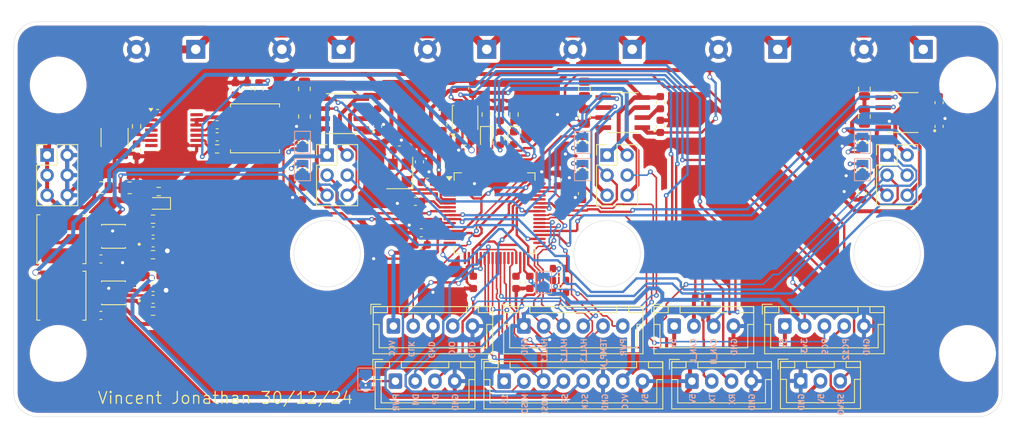
<source format=kicad_pcb>
(kicad_pcb (version 20240108) (generator "pcbnew") (generator_version "8.0")
  (layers (0 "F.Cu" signal) (31 "B.Cu" signal) (34 "B.Paste" user) (35 "F.Paste" user) (36 "B.SilkS" user "B.Silkscreen") (37 "F.SilkS" user "F.Silkscreen") (38 "B.Mask" user) (39 "F.Mask" user) (44 "Edge.Cuts" user))
  (net 0 "")
  (net 1 "Net-(U1-PH0)")
  (net 2 "GND")
  (net 3 "Net-(U1-PH1)")
  (net 4 "VCC")
  (net 5 "Net-(U1-NRST)")
  (net 6 "Net-(U1-VCAP_1)")
  (net 7 "Net-(U1-VCAP_2)")
  (net 8 "+12V")
  (net 9 "Net-(U3-HB)")
  (net 10 "/driver/HS1")
  (net 11 "/driver/HS2")
  (net 12 "Net-(U2-HB)")
  (net 13 "/driver/HS3")
  (net 14 "Net-(U4-HB)")
  (net 15 "Net-(U5-SS)")
  (net 16 "+BATT")
  (net 17 "Net-(U5-VCC)")
  (net 18 "Net-(U5-BST)")
  (net 19 "Net-(C21-Pad2)")
  (net 20 "Net-(U7-SW)")
  (net 21 "Net-(U7-BOOST)")
  (net 22 "Net-(U7-VCC)")
  (net 23 "Net-(U6-VCC)")
  (net 24 "Net-(U6-BOOST)")
  (net 25 "Net-(U6-SW)")
  (net 26 "/STM32F405/VOLTAGE_1")
  (net 27 "Net-(JP1-A)")
  (net 28 "Net-(JP2-A)")
  (net 29 "/STM32F405/VOLTAGE_2")
  (net 30 "Net-(JP8-A)")
  (net 31 "/STM32F405/VOLTAGE_3")
  (net 32 "/STM32F405/CURRENT_1")
  (net 33 "Net-(JP4-B)")
  (net 34 "Net-(JP5-B)")
  (net 35 "/STM32F405/CURRENT_2")
  (net 36 "/STM32F405/CURRENT_3")
  (net 37 "Net-(JP6-B)")
  (net 38 "+5V")
  (net 39 "/STM32F405/SERVO")
  (net 40 "/STM32F405/LED_RED")
  (net 41 "Net-(D1-K)")
  (net 42 "Net-(D2-K)")
  (net 43 "/STM32F405/LED_GREEN")
  (net 44 "Net-(D3-K)")
  (net 45 "/driver/HO1")
  (net 46 "/STM32F405/ADC_TEMP")
  (net 47 "/driver/LO1")
  (net 48 "/driver/LO2")
  (net 49 "/STM32F405/ADC_TEMP2")
  (net 50 "/driver/HO2")
  (net 51 "/driver/HO3")
  (net 52 "/driver/LO3")
  (net 53 "/STM32F405/ADC_TEMP3")
  (net 54 "Net-(U5-RON)")
  (net 55 "Net-(U5-FB)")
  (net 56 "Net-(U7-VFB)")
  (net 57 "Net-(U6-VFB)")
  (net 58 "/STM32F405/AN_IN")
  (net 59 "/can bus/CAN_L")
  (net 60 "/can bus/CAN_H")
  (net 61 "Net-(J7-Pin_6)")
  (net 62 "/STM32F405/HALL_1")
  (net 63 "/STM32F405/HALL_2")
  (net 64 "/STM32F405/HALL_3")
  (net 65 "Net-(J9-Pin_3)")
  (net 66 "/STM32F405/CAN_TX")
  (net 68 "/STM32F405/TX_SCL_MOSI")
  (net 69 "/STM32F405/PC9")
  (net 70 "/STM32F405/CURR_FILTER")
  (net 71 "/STM32F405/RX_SDA_NSS")
  (net 72 "/STM32F405/L1")
  (net 73 "/STM32F405/L2")
  (net 75 "/STM32F405/MISO_ADC_EXT2")
  (net 76 "/STM32F405/CAN_RX")
  (net 77 "/STM32F405/H1")
  (net 78 "/STM32F405/PC12")
  (net 80 "/STM32F405/H3")
  (net 81 "/STM32F405/L3")
  (net 82 "/STM32F405/ADC_15")
  (net 83 "/STM32F405/USB_DM")
  (net 85 "Net-(J12-Pin_1)")
  (net 88 "/STM32F405/H2")
  (net 89 "/STM32F405/SCK_ADC_EXT")
  (net 91 "/STM32F405/TEMP_MOTOR")
  (net 93 "/STM32F405/PC10_UART_TX")
  (net 94 "/STM32F405/SWCLK")
  (net 95 "/STM32F405/SWDIO")
  (net 96 "/STM32F405/PC11_UART_RX")
  (net 99 "/STM32F405/USB_DP")
  (footprint "Resistor_SMD:R_0603_1608Metric" (layer "F.Cu") (at 57.255 121.875)
    (property "Reference" "R6" (hide yes))
    (property "Value" "33k" (hide yes))
  )
  (footprint "Capacitor_SMD:C_0603_1608Metric" (layer "F.Cu") (at 104.9 122.73 -90)
    (property "Reference" "C11" (hide yes))
    (property "Value" "2.2uf" (hide yes))
  )
  (footprint "Capacitor_SMD:C_0603_1608Metric" (layer "F.Cu") (at 55.17 105.98 -90)
    (property "Reference" "C18" (hide yes))
    (property "Value" "10nF" (hide yes))
  )
  (footprint "Inductor_SMD:L_TDK_VLS6045EX_VLS6045AF" (layer "F.Cu") (at 70.15 103.23)
    (property "Reference" "L1" (hide yes))
    (property "Value" "100uH 1A" (hide yes))
  )
  (footprint "Capacitor_SMD:C_0603_1608Metric" (layer "F.Cu") (at 121.4 102.98 90)
    (property "Reference" "C15" (hide yes))
    (property "Value" "2.2uf" (hide yes))
  )
  (footprint "Inductor_SMD:L_TDK_VLS6045EX_VLS6045AF" (layer "F.Cu") (at 45.66 124.415012 90)
    (property "Reference" "L3" (hide yes))
    (property "Value" "100uH 1A" (hide yes))
  )
  (footprint "Capacitor_SMD:C_0603_1608Metric" (layer "F.Cu") (at 85.65 99.98 90)
    (property "Reference" "C13" (hide yes))
    (property "Value" "100nF" (hide yes))
  )
  (footprint "Resistor_SMD:R_0805_2012Metric" (layer "F.Cu") (at 147.21 98.23 -90)
    (property "Reference" "R14" (hide yes))
    (property "Value" "56k 0.5W" (hide yes))
  )
  (footprint "Capacitor_SMD:C_0603_1608Metric" (layer "F.Cu") (at 65.36 104.3)
    (property "Reference" "C20" (hide yes))
    (property "Value" "2.2uf" (hide yes))
  )
  (footprint "Capacitor_SMD:C_0603_1608Metric" (layer "F.Cu") (at 91.15 117.98 180)
    (property "Reference" "C4" (hide yes))
    (property "Value" "2.2uf" (hide yes))
  )
  (footprint "MountingHole:MountingHole_3.2mm_M3" (layer "F.Cu") (at 45.25 97.73)
    (property "Reference" "H1" (hide yes))
    (property "Value" "MountingHole" (hide yes))
  )
  (footprint "Capacitor_SMD:C_0603_1608Metric" (layer "F.Cu") (at 146.96 111.48 -90)
    (property "Reference" "C38" (hide yes))
    (property "Value" "1nF" (hide yes))
  )
  (footprint "Capacitor_SMD:C_0603_1608Metric" (layer "F.Cu") (at 85.65 102.98 90)
    (property "Reference" "C12" (hide yes))
    (property "Value" "2.2uf" (hide yes))
  )
  (footprint "Package_DFN_QFN:DFN-8-1EP_3x3mm_P0.65mm_EP1.55x2.4mm" (layer "F.Cu") (at 96.71 101.8725 90)
    (property "Reference" "U8" (hide yes))
    (property "Value" "TJA1051TK-3" (hide yes))
  )
  (footprint "Resistor_SMD:R_0603_1608Metric" (layer "F.Cu") (at 70.65 98.23 -90)
    (property "Reference" "R2" (hide yes))
    (property "Value" "10k" (hide yes))
  )
  (footprint "Connector_PinHeader_2.54mm:PinHeader_2x03_P2.54mm_Vertical" (layer "F.Cu") (at 43.8555 106.615)
    (property "Reference" "J4" (hide yes))
    (property "Value" "Conn_02x03_Odd_Even" (hide yes))
  )
  (footprint "MountingHole:MountingHole_3.2mm_M3" (layer "F.Cu") (at 45.25 131.73)
    (property "Reference" "H2" (hide yes))
    (property "Value" "MountingHole" (hide yes))
  )
  (footprint "Package_SO:HTSSOP-14-1EP_4.4x5mm_P0.65mm_EP3.4x5mm_Mask3x3.1mm" (layer "F.Cu") (at 59.9 103.455)
    (property "Reference" "U5" (hide yes))
    (property "Value" "LM5161PWP" (hide yes))
  )
  (footprint "Capacitor_THT:CP_Radial_D16.0mm_P7.50mm" (layer "F.Cu") (at 62.65 93.23 180)
    (property "Reference" "C45" (hide yes))
    (property "Value" "470uF_100V" (hide yes))
  )
  (footprint "Resistor_SMD:R_0603_1608Metric" (layer "F.Cu") (at 57.975 111.23 180)
    (property "Reference" "R18" (hide yes))
    (property "Value" "220R" (hide yes))
  )
  (footprint "Resistor_SMD:R_0805_2012Metric" (layer "F.Cu") (at 54.2975 110.76)
    (property "Reference" "R9" (hide yes))
    (property "Value" "2.2k" (hide yes))
  )
  (footprint "Capacitor_SMD:C_0603_1608Metric" (layer "F.Cu") (at 111.555 108.455 90)
    (property "Reference" "C35" (hide yes))
    (property "Value" "15nF" (hide yes))
  )
  (footprint "Capacitor_THT:CP_Radial_D16.0mm_P7.50mm" (layer "F.Cu") (at 81.05 93.23 180)
    (property "Reference" "C43" (hide yes))
    (property "Value" "470uF_100V" (hide yes))
  )
  (footprint "Capacitor_SMD:C_0603_1608Metric" (layer "F.Cu") (at 76.15 105.005 -90)
    (property "Reference" "C30" (hide yes))
    (property "Value" "100nF" (hide yes))
  )
  (footprint "Resistor_SMD:R_0805_2012Metric" (layer "F.Cu") (at 111.805 101.73 -90)
    (property "Reference" "R13" (hide yes))
    (property "Value" "2.2k" (hide yes))
  )
  (footprint "MountingHole:MountingHole_3.2mm_M3" (layer "F.Cu") (at 160.25 131.73)
    (property "Reference" "H4" (hide yes))
    (property "Value" "MountingHole" (hide yes))
  )
  (footprint "Capacitor_SMD:C_0603_1608Metric" (layer "F.Cu") (at 96.71 104.84 180)
    (property "Reference" "C40" (hide yes))
    (property "Value" "2.2uF" (hide yes))
  )
  (footprint "Capacitor_SMD:C_0603_1608Metric" (layer "F.Cu") (at 88.4 105.97 180)
    (property "Reference" "C2" (hide yes))
    (property "Value" "20pF" (hide yes))
  )
  (footprint "Resistor_SMD:R_0603_1608Metric" (layer "F.Cu") (at 108.65 122.48 180)
    (property "Reference" "R21" (hide yes))
    (property "Value" "2.2k" (hide yes))
  )
  (footprint "Resistor_SMD:R_0805_2012Metric" (layer "F.Cu") (at 76.4 98.23 -90)
    (property "Reference" "R10" (hide yes))
    (property "Value" "56k 0.5W" (hide yes))
  )
  (footprint "Resistor_SMD:R_0603_1608Metric" (layer "F.Cu") (at 57.255 119.225 180)
    (property "Reference" "R5" (hide yes))
    (property "Value" "10k" (hide yes))
  )
  (footprint "Connector_JST:JST_XH_B5B-XH-A_1x05_P2.50mm_Vertical" (layer "F.Cu") (at 87.65 128.255)
    (property "Reference" "J10" (hide yes))
    (property "Value" "Conn_01x05" (hide yes))
  )
  (footprint "Resistor_SMD:R_0805_2012Metric" (layer "F.Cu") (at 111.805 98.23 -90)
    (property "Reference" "R12" (hide yes))
    (property "Value" "56k 0.5W" (hide yes))
  )
  (footprint "Capacitor_SMD:C_0603_1608Metric" (layer "F.Cu") (at 67.65 98.23 90)
    (property "Reference" "C23" (hide yes))
    (property "Value" "22uF_16V" (hide yes))
  )
  (footprint "Capacitor_SMD:C_0603_1608Metric" (layer "F.Cu") (at 103.15 122.73 90)
    (property "Reference" "C6" (hide yes))
    (property "Value" "2.2uf" (hide yes))
  )
  (footprint "LED_SMD:LED_0603_1608Metric" (layer "F.Cu") (at 57.975 112.73 180)
    (property "Reference" "D3" (hide yes))
    (property "Value" "LED" (hide yes))
  )
  (footprint "Capacitor_SMD:C_0603_1608Metric" (layer "F.Cu") (at 90.94 107.47 -90)
    (property "Reference" "C1" (hide yes))
    (property "Value" "20pF" (hide yes))
  )
  (footprint "UCC27210D:SOIC127P599X175-8N" (layer "F.Cu") (at 116.65 101.23 180)
    (property "Reference" "U2" (hide yes))
    (property "Value" "UCC27210D" (hide yes))
  )
  (footprint "Resistor_SMD:R_0603_1608Metric" (layer "F.Cu") (at 108.65 120.98 180)
    (property "Reference" "R22" (hide yes))
    (property "Value" "2.2k" (hide yes))
  )
  (footprint "Capacitor_SMD:C_0603_1608Metric" (layer "F.Cu") (at 57.255 117.725)
    (property "Reference" "C26" (hide yes))
    (property "Value" "2.2uf" (hide yes))
  )
  (footprint "Capacitor_SMD:C_0603_1608Metric" (layer "F.Cu") (at 111.555 105.03 -90)
    (property "Reference" "C31" (hide yes))
    (property "Value" "100nF" (hide yes))
  )
  (footprint "Resistor_SMD:R_0603_1608Metric" (layer "F.Cu") (at 99.39 101.48 90)
    (property "Reference" "R16" (hide yes))
    (property "Value" "220R" (hide yes))
  )
  (footprint "Capacitor_SMD:C_0603_1608Metric" (layer "F.Cu") (at 91.94 110.05 180)
    (property "Reference" "C8" (hide yes))
    (property "Value" "2.2uf" (hide yes))
  )
  (footprint "Capacitor_THT:CP_Radial_D16.0mm_P7.50mm" (layer "F.Cu") (at 99.45 93.23 180)
    (property "Reference" "C42" (hide yes))
    (property "Value" "470uF_100V" (hide yes))
  )
  (footprint "Resistor_SMD:R_0805_2012Metric" (layer "F.Cu") (at 76.4 101.73 -90)
    (property "Reference" "R11" (hide yes))
    (property "Value" "2.2k" (hide yes))
  )
  (footprint "Capacitor_SMD:C_0603_1608Metric" (layer "F.Cu") (at 69.15 98.23 90)
    (property "Reference" "C22" (hide yes))
    (property "Value" "2.2uf" (hide yes))
  )
  (footprint "MCP16311-E_MS:SOP65P490X110-8N" (layer "F.Cu") (at 52.255 124.055 180)
    (property "Reference" "U6" (hide yes))
    (property "Value" "MCP16311-E_MS" (hide yes))
  )
  (footprint "Capacitor_THT:CP_Radial_D16.0mm_P7.50mm" (layer "F.Cu") (at 117.85 93.23 180)
    (property "Reference" "C46" (hide yes))
    (property "Value" "470uF_100V" (hide yes))
  )
  (footprint "Capacitor_SMD:C_1812_4532Metric" (layer "F.Cu") (at 52.39 104.38 -90)
    (property "Reference" "C19" (hide yes))
    (property "Value" "4.7uF 100V" (hide yes))
  )
  (footprint "Connector_JST:JST_XH_B5B-XH-A_1x05_P2.50mm_Vertical" (layer "F.Cu") (at 137.15 128.255)
    (property "Reference" "J11" (hide yes))
    (property "Value" "Conn_01x05" (hide yes))
  )
  (footprint "Capacitor_SMD:C_0603_1608Metric" (layer "F.Cu") (at 57.255 123.375)
    (property "Reference" "C27" (hide yes))
    (property "Value" "2.2uf" (hide yes))
  )
  (footprint "UCC27210D:SOIC127P599X175-8N" (layer "F.Cu") (at 152.055 101.23 180)
    (property "Reference" "U4" (hide yes))
    (property "Value" "UCC27210D" (hide yes))
  )
  (footprint "Connector_JST:JST_XH_B4B-XH-A_1x04_P2.50mm_Vertical" (layer "F.Cu") (at 123.15 128.255)
    (property "Reference" "J5" (hide yes))
    (property "Value" "Conn_01x04" (hide yes))
  )
  (footprint "Capacitor_SMD:C_0603_1608Metric" (layer "F.Cu") (at 50.66 119.765012)
    (property "Reference" "C24" (hide yes))
    (property "Value" "100nF" (hide yes))
  )
  (footprint "Crystal:Crystal_SMD_3225-4Pin_3.2x2.5mm" (layer "F.Cu") (at 88.44 108.87 90)
    (property "Reference" "Y1" (hide yes))
    (property "Value" "8Mhz" (hide yes))
  )
  (footprint "Capacitor_SMD:C_0603_1608Metric" (layer "F.Cu") (at 90.44 112.47)
    (property "Reference" "C5" (hide yes))
    (property "Value" "100nF" (hide yes))
  )
  (footprint "Capacitor_THT:CP_Radial_D16.0mm_P7.50mm" (layer "F.Cu") (at 154.65 93.23 180)
    (property "Reference" "C44" (hide yes))
    (property "Value" "470uF_100V" (hide yes))
  )
  (footprint "Connector_PinHeader_2.54mm:PinHeader_2x03_P2.54mm_Vertical" (layer "F.Cu") (at 114.6655 106.615)
    (property "Reference" "J2" (hide yes))
    (property "Value" "Conn_02x03_Odd_Even" (hide yes))
  )
  (footprint "MountingHole:MountingHole_3.2mm_M3" (layer "F.Cu") (at 160.25 97.73)
    (property "Reference" "H3" (hide yes))
    (property "Value" "MountingHole" (hide yes))
  )
  (footprint "Resistor_SMD:R_0603_1608Metric" (layer "F.Cu") (at 102.9 101.48 90)
    (property "Reference" "R17" (hide yes))
    (property "Value" "220R" (hide yes))
  )
  (footprint "Resistor_SMD:R_0603_1608Metric" (layer "F.Cu") (at 101.15 104.48 90)
    (property "Reference" "R23" (hide yes))
    (property "Value" "100R" (hide yes))
  )
  (footprint "Capacitor_SMD:C_0603_1608Metric" (layer "F.Cu") (at 156.65 102.98 90)
    (property "Reference" "C17" (hide yes))
    (property "Value" "2.2uf" (hide yes))
  )
  (footprint "Resistor_SMD:R_0603_1608Metric" (layer "F.Cu") (at 57.255 126.375 180)
    (property "Reference" "R7" (hide yes))
    (property "Value" "10k" (hide yes))
  )
  (footprint "Resistor_SMD:R_0603_1608Metric" (layer "F.Cu") (at 55.17 102.98 -90)
    (property "Reference" "R1" (hide yes))
    (property "Value" "402k" (hide yes))
  )
  (footprint "Capacitor_SMD:C_0603_1608Metric" (layer "F.Cu") (at 111.555 111.48 -90)
    (property "Reference" "C36" (hide yes))
    (property "Value" "1nF" (hide yes))
  )
  (footprint "Resistor_SMD:R_0603_1608Metric" (layer "F.Cu") (at 65.36 105.83 180)
    (property "Reference" "R3" (hide yes))
    (property "Value" "2k" (hide yes))
  )
  (footprint "LED_SMD:LED_0603_1608Metric" (layer "F.Cu") (at 99.39 104.48 -90)
    (property "Reference" "D1" (hide yes))
    (property "Value" "LED" (hide yes))
  )
  (footprint "Resistor_SMD:R_0603_1608Metric" (layer "F.Cu") (at 108.65 123.98 180)
    (property "Reference" "R20" (hide yes))
    (property "Value" "2.2k" (hide yes))
  )
  (footprint "Resistor_SMD:R_0805_2012Metric" (layer "F.Cu") (at 147.21 101.73 -90)
    (property "Reference" "R15" (hide yes))
    (property "Value" "2.2k" (hide yes))
  )
  (footprint "Connector_PinHeader_2.54mm:PinHeader_2x03_P2.54mm_Vertical" (layer "F.Cu") (at 150.0705 106.615)
    (property "Reference" "J3" (hide yes))
    (property "Value" "Conn_02x03_Odd_Even" (hide yes))
  )
  (footprint "Capacitor_SMD:C_0603_1608Metric" (layer "F.Cu") (at 57.255 124.875)
    (property "Reference" "C28" (hide yes))
    (property "Value" "2.2uf" (hide yes))
  )
  (footprint "Resistor_SMD:R_0603_1608Metric" (layer "F.Cu") (at 126.65 124.53)
    (property "Reference" "R19" (hide yes))
    (property "Value" "220R" (hide yes))
  )
  (footprint "Connector_JST:JST_XH_B3B-XH-A_1x03_P2.50mm_Vertical" (layer "F.Cu") (at 139.15 135.205)
    (property "Reference" "J9" (hide yes))
    (property "Value" "Conn_01x03" (hide yes))
  )
  (footprint "UCC27210D:SOIC127P599X175-8N" (layer "F.Cu") (at 81.12 101.365 180)
    (property "Reference" "U3" (hide yes))
    (property "Value" "UCC27210D" (hide yes))
  )
  (footprint "Capacitor_SMD:C_0603_1608Metric" (layer "F.Cu") (at 97.68 98.16 90)
    (property "Reference" "C39" (hide yes))
    (property "Value" "2.2uF" (hide yes))
  )
  (footprint "Resistor_SMD:R_0805_2012Metric" (layer "F.Cu") (at 50.7375 110.73)
    (property "Reference" "R8" (hide yes))
    (property "Value" "56k 0.5W" (hide yes))
  )
  (footprint "Connector_JST:JST_XH_B8B-XH-A_1x08_P2.50mm_Vertical" (layer "F.Cu") (at 101.65 135.23)
    (property "Reference" "J8" (hide yes))
    (property "Value" "Conn_01x08" (hide yes))
  )
  (footprint "Capacitor_SMD:C_0603_1608Metric" (layer "F.Cu") (at 121.4 99.98 90)
    (property "Reference" "C14" (hide yes))
    (property "Value" "100nF" (hide yes))
  )
  (footprint "Package_QFP:LQFP-64_10x10mm_P0.5mm" (layer "F.Cu") (at 100.44 113.97)
    (property "Reference" "U1" (hide yes))
    (property "Value" "STM32F405RGTx" (hide yes))
  )
  (footprint "Capacitor_SMD:C_0603_1608Metric" (layer "F.Cu") (at 146.96 108.455 90)
    (property "Reference" "C37" (hide yes))
    (property "Value" "15nF" (hide yes))
  )
  (footprint "Capacitor_SMD:C_0603_1608Metric" (layer "F.Cu") (at 57.255 116.225)
    (property "Reference" "C25" (hide yes))
    (property "Value" "2.2uf" (hide yes))
  )
  (footprint "Capacitor_SMD:C_0603_1608Metric" (layer "F.Cu") (at 156.65 99.98 90)
    (property "Reference" "C16" (hide yes))
    (property "Value" "100nF" (hide yes))
  )
  (footprint "Capacitor_SMD:C_0603_1608Metric" (layer "F.Cu") (at 76.15 108.455 90)
    (property "Reference" "C34" (hide yes))
    (property "Value" "15nF" (hide yes))
  )
  (footprint "Capacitor_THT:CP_Radial_D16.0mm_P7.50mm" (layer "F.Cu") (at 136.25 93.23 180)
    (property "Reference" "C47" (hide yes))
    (property "Value" "470uF_100V" (hide yes))
  )
  (footprint "MCP16311-E_MS:SOP65P490X110-8N" (layer "F.Cu") (at 52.255 116.905 180)
    (property "Reference" "U7" (hide yes))
    (property "Value" "MCP16311-E_MS" (hide yes))
  )
  (footprint "Capacitor_SMD:C_0603_1608Metric" (layer "F.Cu") (at 146.96 105.03 -90)
    (property "Reference" "C32" (hide yes))
    (property "Value" "100nF" (hide yes))
  )
  (footprint "Capacitor_SMD:C_0603_1608Metric" (layer "F.Cu") (at 50.66 126.915012)
    (property "Reference" "C29" (hide yes))
    (property "Value" "100nF" (hide yes))
  )
  (footprint "Resistor_SMD:R_0603_1608Metric" (layer "F.Cu") (at 57.255 114.725)
    (property "Reference" "R4" (hide yes))
    (property "Value" "33k" (hide yes))
  )
  (footprint "Capacitor_SMD:C_0603_1608Metric" (layer "F.Cu") (at 65.36 102.77)
    (property "Reference" "C21" (hide yes))
    (property "Value" "100nF" (hide yes))
  )
  (footprint "Capacitor_SMD:C_0603_1608Metric" (layer "F.Cu") (at 108.4 109.73 -90)
    (property "Reference" "C7" (hide yes))
    (property "Value" "2.2uf" (hide yes))
  )
  (footprint "Capacitor_SMD:C_0603_1608Metric" (layer "F.Cu") (at 93.9 102.73 90)
    (property "Reference" "C9" (hide yes))
    (property "Value" "2.2uf" (hide yes))
  )
  (footprint "LED_SMD:LED_0603_1608Metric" (layer "F.Cu") (at 102.86 104.48 -90)
    (property "Reference" "D2" (hide yes))
    (property "Value" "LED" (hide yes))
  )
  (footprint "Capacitor_SMD:C_0603_1608Metric" (layer "F.Cu") (at 76.15 111.48 -90)
    (property "Reference" "C33" (hide yes))
    (property "Value" "1nF" (hide yes))
  )
  (footprint "Connector_JST:JST_XH_B6B-XH-A_1x06_P2.50mm_Vertical" (layer "F.Cu") (at 104.15 128.255)
    (property "Reference" "J7" (hide yes))
    (property "Value" "Conn_01x06" (hide yes))
  )
  (footprint "Connector_JST:JST_XH_B4B-XH-A_1x04_P2.50mm_Vertical" (layer "F.Cu") (at 87.9 135.23)
    (property "Reference" "J12" (hide yes))
    (property "Value" "Conn_01x04" (hide yes))
  )
  (footprint "Inductor_SMD:L_TDK_VLS6045EX_VLS6045AF" (layer "F.Cu") (at 45.66 117.265012 90)
    (property "Reference" "L2" (hide yes))
    (property "Value" "100uH 1A" (hide yes))
  )
  (footprint "Capacitor_SMD:C_0603_1608Metric" (layer "F.Cu") (at 101.15 101.48 -90)
    (property "Reference" "C41" (hide yes))
    (property "Value" "100nF" (hide yes))
  )
  (footprint "Capacitor_SMD:C_0603_1608Metric" (layer "F.Cu") (at 97.75 122.73 -90)
    (property "Reference" "C10" (hide yes))
    (property "Value" "2.2uf" (hide yes))
  )
  (footprint "Connector_PinHeader_2.54mm:PinHeader_2x03_P2.54mm_Vertical" (layer "F.Cu") (at 79.2605 106.615)
    (property "Reference" "J1" (hide yes))
    (property "Value" "Conn_02x03_Odd_Even" (hide yes))
  )
  (footprint "Capacitor_SMD:C_0603_1608Metric" (layer "F.Cu") (at 91.175 116.44 180)
    (property "Reference" "C3" (hide yes))
    (property "Value" "2.2uf" (hide yes))
  )
  (footprint "Connector_JST:JST_XH_B4B-XH-A_1x04_P2.50mm_Vertical" (layer "F.Cu") (at 125.4 135.23)
    (property "Reference" "J6" (hide yes))
    (property "Value" "Conn_01x04" (hide yes))
  )
  (footprint "Jumper:SolderJumper-2_P1.3mm_Open_TrianglePad1.0x1.5mm" (layer "B.Cu") (at 106.65 122.73 90)
    (property "Reference" "JP7" (hide yes))
    (property "Value" "Jumper_3_Open" (hide yes))
  )
  (footprint "Jumper:SolderJumper-2_P1.3mm_Open_TrianglePad1.0x1.5mm" (layer "B.Cu") (at 76.15 108.455 90)
    (property "Reference" "JP4" (hide yes))
    (property "Value" "DNP" (hide yes))
  )
  (footprint "Jumper:SolderJumper-2_P1.3mm_Open_TrianglePad1.0x1.5mm" (layer "B.Cu") (at 84.15 134.98 -90)
    (property "Reference" "JP3" (hide yes))
    (property "Value" "Jumper_2_Open" (hide yes))
  )
  (footprint "Jumper:SolderJumper-2_P1.3mm_Open_TrianglePad1.0x1.5mm" (layer "B.Cu") (at 146.96 108.455 90)
    (property "Reference" "JP6" (hide yes))
    (property "Value" "DNP" (hide yes))
  )
  (footprint "Jumper:SolderJumper-2_P1.3mm_Open_TrianglePad1.0x1.5mm" (layer "B.Cu") (at 76.15 105.005 90)
    (property "Reference" "JP1" (hide yes))
    (property "Value" "DNP" (hide yes))
  )
  (footprint "Jumper:SolderJumper-2_P1.3mm_Open_TrianglePad1.0x1.5mm" (layer "B.Cu") (at 146.96 105.005 90)
    (property "Reference" "JP8" (hide yes))
    (property "Value" "DNP" (hide yes))
  )
  (footprint "Jumper:SolderJumper-2_P1.3mm_Open_TrianglePad1.0x1.5mm" (layer "B.Cu") (at 111.555 108.455 90)
    (property "Reference" "JP5" (hide yes))
    (property "Value" "DNP" (hide yes))
  )
  (footprint "Jumper:SolderJumper-2_P1.3mm_Open_TrianglePad1.0x1.5mm" (layer "B.Cu") (at 111.555 105.005 90)
    (property "Reference" "JP2" (hide yes))
    (property "Value" "DNP" (hide yes))
  )
  (gr_line (start 42.65 89.73) (end 161.65 89.73) (stroke (width 0.05)) (layer "Edge.Cuts"))
  (gr_arc (start 161.65 89.73) (mid 163.77132 90.60868) (end 164.65 92.73) (stroke (width 0.05)) (layer "Edge.Cuts"))
  (gr_circle (center 79.2605 119.09) (end 83.4605 119.09) (stroke (width 0.05)) (fill none) (layer "Edge.Cuts"))
  (gr_arc (start 39.65 92.73) (mid 40.52868 90.60868) (end 42.65 89.73) (stroke (width 0.05)) (layer "Edge.Cuts"))
  (gr_line (start 39.65 136.73) (end 39.65 92.73) (stroke (width 0.05)) (layer "Edge.Cuts"))
  (gr_line (start 164.65 92.73) (end 164.65 136.73) (stroke (width 0.05)) (layer "Edge.Cuts"))
  (gr_line (start 161.65 139.73) (end 42.65 139.73) (stroke (width 0.05)) (layer "Edge.Cuts"))
  (gr_arc (start 42.65 139.73) (mid 40.52868 138.85132) (end 39.65 136.73) (stroke (width 0.05)) (layer "Edge.Cuts"))
  (gr_circle (center 150.0705 119.09) (end 154.2705 119.09) (stroke (width 0.05)) (fill none) (layer "Edge.Cuts"))
  (gr_circle (center 114.6655 119.09) (end 118.8655 119.09) (stroke (width 0.05)) (fill none) (layer "Edge.Cuts"))
  (gr_arc (start 164.65 136.73) (mid 163.77132 138.85132) (end 161.65 139.73) (stroke (width 0.05)) (layer "Edge.Cuts"))
  (gr_text "PWR" (at 117.15 129.73 90) (layer "B.SilkS") (effects (font (size 0.7 0.7)) (justify left bottom mirror)))
  (gr_text "RX" (at 130.9 136.73 90) (layer "B.SilkS") (effects (font (size 0.7 0.7)) (justify left bottom mirror)))
  (gr_text "GND" (at 114.82857 136.73 90) (layer "B.SilkS") (effects (font (size 0.7 0.7)) (justify left bottom mirror)))
  (gr_text "5V\n" (at 123.4 129.73 90) (layer "B.SilkS") (effects (font (size 0.7 0.7)) (justify left bottom mirror)))
  (gr_text "CLK" (at 89.496625 132.256667 270) (layer "B.SilkS") (effects (font (size 0.7 0.7)) (justify left bottom mirror)))
  (gr_text "CAN_L" (at 125.983333 129.73 90) (layer "B.SilkS") (effects (font (size 0.7 0.7)) (justify left bottom mirror)))
  (gr_text "HALL2\n" (at 109.65 129.73 90) (layer "B.SilkS") (effects (font (size 0.7 0.7)) (justify left bottom mirror)))
  (gr_text "3v3" (at 140.025 129.73 90) (layer "B.SilkS") (effects (font (size 0.7 0.7)) (justify left bottom mirror)))
  (gr_text "TX" (at 128.4 136.73 90) (layer "B.SilkS") (effects (font (size 0.7 0.7)) (justify left bottom mirror)))
  (gr_text "5V\n" (at 125.9 136.73 90) (layer "B.SilkS") (effects (font (size 0.7 0.7)) (justify left bottom mirror)))
  (gr_text "HALL3\n" (at 112.15 129.73 90) (layer "B.SilkS") (effects (font (size 0.7 0.7)) (justify left bottom mirror)))
  (gr_text "SS" (at 109.757142 136.73 90) (layer "B.SilkS") (effects (font (size 0.7 0.7)) (justify left bottom mirror)))
  (gr_text "SCK" (at 112.292856 136.73 90) (layer "B.SilkS") (effects (font (size 0.7 0.7)) (justify left bottom mirror)))
  (gr_text "PC9" (at 142.65 129.73 90) (layer "B.SilkS") (effects (font (size 0.7 0.7)) (justify left bottom mirror)))
  (gr_text "GND" (at 95.9 136.73 90) (layer "B.SilkS") (effects (font (size 0.7 0.7)) (justify left bottom mirror)))
  (gr_text "MISO" (at 104.685714 136.73 90) (layer "B.SilkS") (effects (font (size 0.7 0.7)) (justify left bottom mirror)))
  (gr_text "DM" (at 90.9 136.73 90) (layer "B.SilkS") (effects (font (size 0.7 0.7)) (justify left bottom mirror)))
  (gr_text "15" (at 102.15 136.73 90) (layer "B.SilkS") (effects (font (size 0.7 0.7)) (justify left bottom mirror)))
  (gr_text "GND\n" (at 92.04775 132.423333 270) (layer "B.SilkS") (effects (font (size 0.7 0.7)) (justify left bottom mirror)))
  (gr_text "5V\n" (at 137.4 129.73 90) (layer "B.SilkS") (effects (font (size 0.7 0.7)) (justify left bottom mirror)))
  (gr_text "TEMP_M" (at 114.65 129.73 90) (layer "B.SilkS") (effects (font (size 0.7 0.7)) (justify left bottom mirror)))
  (gr_text "SRVO" (at 144.65 136.73 90) (layer "B.SilkS") (effects (font (size 0.7 0.7)) (justify left bottom mirror)))
  (gr_text "MOSI" (at 107.221428 136.73 90) (layer "B.SilkS") (effects (font (size 0.7 0.7)) (justify left bottom mirror)))
  (gr_text "HALL1" (at 107.15 129.73 90) (layer "B.SilkS") (effects (font (size 0.7 0.7)) (justify left bottom mirror)))
  (gr_text "PC12" (at 145.275 129.73 90) (layer "B.SilkS") (effects (font (size 0.7 0.7)) (justify left bottom mirror)))
  (gr_text "CAN_H\n" (at 128.566666 129.73 90) (layer "B.SilkS") (effects (font (size 0.7 0.7)) (justify left bottom mirror)))
  (gr_text "GND" (at 131.15 129.73 90) (layer "B.SilkS") (effects (font (size 0.7 0.7)) (justify left bottom mirror)))
  (gr_text "GND" (at 139.65 136.73 90) (layer "B.SilkS") (effects (font (size 0.7 0.7)) (justify left bottom mirror)))
  (gr_text "GND" (at 97.15 132.423333 270) (layer "B.SilkS") (effects (font (size 0.7 0.7)) (justify left bottom mirror)))
  (gr_text "5V\n" (at 142.15 136.73 90) (layer "B.SilkS") (effects (font (size 0.7 0.7)) (justify left bottom mirror)))
  (gr_text "GND" (at 104.65 129.73 90) (layer "B.SilkS") (effects (font (size 0.7 0.7)) (justify left bottom mirror)))
  (gr_text "DIO" (at 94.598875 132.056666 270) (layer "B.SilkS") (effects (font (size 0.7 0.7)) (justify left bottom mirror)))
  (gr_text "GND" (at 147.9 129.73 90) (layer "B.SilkS") (effects (font (size 0.7 0.7)) (justify left bottom mirror)))
  (gr_text "5V" (at 119.9 136.73 90) (layer "B.SilkS") (effects (font (size 0.7 0.7)) (justify left bottom mirror)))
  (gr_text "DP" (at 93.4 136.73 90) (layer "B.SilkS") (effects (font (size 0.7 0.7)) (justify left bottom mirror)))
  (gr_text "VCC" (at 87.9 129.98 90) (layer "B.SilkS") (effects (font (size 0.7 0.7)) (justify left bottom mirror)))
  (gr_text "GND" (at 133.4 136.73 90) (layer "B.SilkS") (effects (font (size 0.7 0.7)) (justify left bottom mirror)))
  (gr_text "VCC" (at 117.364284 136.73 90) (layer "B.SilkS") (effects (font (size 0.7 0.7)) (justify left bottom mirror)))
  (gr_text "PWR" (at 88.4 136.73 90) (layer "B.SilkS") (effects (font (size 0.7 0.7)) (justify left bottom mirror)))
  (gr_text "Vincent Jonathan 30/12/24\n" (at 50.15 138.23 0) (layer "F.SilkS") (effects (font (size 1.5 1.5)) (justify left bottom)))
  (segment (start 93.64 111.095) (end 93.64 111.97312) (width 0.3) (layer "F.Cu") (net 1))
  (segment (start 89.29 109.97) (end 89.29 110.894704) (width 0.3) (layer "F.Cu") (net 1))
  (segment (start 90.94 108.32) (end 90.94 108.245) (width 0.3) (layer "F.Cu") (net 1))
  (segment (start 89.29 110.894704) (end 89.365296 110.97) (width 0.3) (layer "F.Cu") (net 1))
  (segment (start 93.515 110.97) (end 93.64 111.095) (width 0.3) (layer "F.Cu") (net 1))
  (segment (start 93.64 111.97312) (end 93.88688 112.22) (width 0.3) (layer "F.Cu") (net 1))
  (segment (start 89.29 109.97) (end 90.94 108.32) (width 0.3) (layer "F.Cu") (net 1))
  (segment (start 89.365296 110.97) (end 93.515 110.97) (width 0.3) (layer "F.Cu") (net 1))
  (segment (start 93.88688 112.22) (end 94.765 112.22) (width 0.3) (layer "F.Cu") (net 1))
  (segment (start 51.25 117.23) (end 51.25 116.206432) (width 0.3) (layer "F.Cu") (net 2))
  (segment (start 51.4 123.73) (end 51.65 123.48) (width 0.3) (layer "F.Cu") (net 2))
  (segment (start 51.41 106.43) (end 52.39 106.43) (width 0.5) (layer "F.Cu") (net 2))
  (segment (start 58.03 119.175) (end 58.08 119.225) (width 0.5) (layer "F.Cu") (net 2))
  (segment (start 57.15 111.23) (end 55.68 111.23) (width 0.5) (layer "F.Cu") (net 2))
  (segment (start 66.125 104.29) (end 66.185 104.35) (width 0.5) (layer "F.Cu") (net 2))
  (segment (start 89.29 107.87) (end 87.59 109.57) (width 0.3) (layer "F.Cu") (net 2))
  (segment (start 103.15 123.505) (end 103.15 125.895075) (width 0.3) (layer "F.Cu") (net 2))
  (segment (start 50.973568 125.03) (end 51.25 124.753568) (width 0.3) (layer "F.Cu") (net 2))
  (segment (start 99.44 100.705) (end 99.39 100.655) (width 0.2) (layer "F.Cu") (net 2))
  (segment (start 94.765 115.72) (end 93.679774 115.72) (width 0.3) (layer "F.Cu") (net 2))
  (segment (start 58.564663 119.225) (end 59.059663 118.73) (width 0.5) (layer "F.Cu") (net 2))
  (segment (start 50.15 117.88) (end 51.1 117.88) (width 0.3) (layer "F.Cu") (net 2))
  (segment (start 85.875 102.205) (end 86.4 102.73) (width 0.3) (layer "F.Cu") (net 2))
  (segment (start 50.15 117.88) (end 51.05 117.88) (width 0.3) (layer "F.Cu") (net 2))
  (segment (start 96.385 104.39) (end 95.935 104.84) (width 0.3) (layer "F.Cu") (net 2))
  (segment (start 147.9875 101.865) (end 149.585 101.865) (width 0.3) (layer "F.Cu") (net 2))
  (segment (start 108.925 109.48) (end 108.4 108.955) (width 0.3) (layer "F.Cu") (net 2))
  (segment (start 98.44312 109.42) (end 98.69 109.17312) (width 0.3) (layer "F.Cu") (net 2))
  (segment (start 89.665 112.47) (end 88.41 112.47) (width 0.3) (layer "F.Cu") (net 2))
  (segment (start 95.735 100.8975) (end 96.71 101.8725) (width 0.3) (layer "F.Cu") (net 2))
  (segment (start 127.4 100.23) (end 127.4 99.48) (width 0.3) (layer "F.Cu") (net 2))
  (segment (start 93.679774 115.72) (end 93.574774 115.615) (width 0.3) (layer "F.Cu") (net 2))
  (segment (start 98.69 109.17312) (end 98.69 108.295) (width 0.3) (layer "F.Cu") (net 2))
  (segment (start 51.25 117.114655) (end 52.142511 116.222144) (width 0.3) (layer "F.Cu") (net 2))
  (segment (start 89.29 107.77) (end 89.29 107.87) (width 0.3) (layer "F.Cu") (net 2))
  (segment (start 92.15 109.065) (end 92.15 108.73) (width 0.2) (layer "F.Cu") (net 2))
  (segment (start 127.15 100.48) (end 127.4 100.23) (width 0.3) (layer "F.Cu") (net 2))
  (segment (start 51.6605 106.43) (end 52.39 106.43) (width 0.5) (layer "F.Cu") (net 2))
  (segment (start 95.935 105.945) (end 95.9 105.98) (width 0.3) (layer "F.Cu") (net 2))
  (segment (start 58.9 123.73) (end 58.385 123.73) (width 0.5) (layer "F.Cu") (net 2))
  (segment (start 103.4 126.145075) (end 103.4 127.505) (width 0.3) (layer "F.Cu") (net 2))
  (segment (start 109.9 109.48) (end 108.925 109.48) (width 0.3) (layer "F.Cu") (net 2))
  (segment (start 46.3955 106.615) (end 46.3955 109.155) (width 0.5) (layer "F.Cu") (net 2))
  (segment (start 66.185 105.83) (end 64.455 107.56) (width 0.5) (layer "F.Cu") (net 2))
  (segment (start 91.225 115.615) (end 90.4 116.44) (width 0.3) (layer "F.Cu") (net 2))
  (segment (start 101.15 100.705) (end 99.44 100.705) (width 0.2) (layer "F.Cu") (net 2))
  (segment (start 90.375 117.98) (end 90.375 116.465) (width 0.3) (layer "F.Cu") (net 2))
  (segment (start 46.3955 111.695) (end 51.6605 106.43) (width 0.5) (layer "F.Cu") (net 2))
  (segment (start 85.65 102.205) (end 85.875 102.205) (width 0.3) (layer "F.Cu") (net 2))
  (segment (start 96.385 103.4225) (end 96.385 102.1975) (width 0.3) (layer "F.Cu") (net 2))
  (segment (start 58.03 123.375) (end 58.03 126.325) (width 0.5) (layer "F.Cu") (net 2))
  (segment (start 90.4 116.44) (end 90.4 116.23) (width 0.3) (layer "F.Cu") (net 2))
  (segment (start 146.96 112.255) (end 145.675 112.255) (width 0.3) (layer "F.Cu") (net 2))
  (segment (start 95.935 104.84) (end 95.935 105.945) (width 0.3) (layer "F.Cu") (net 2))
  (segment (start 97.75 123.505) (end 93.125 123.505) (width 0.3) (layer "F.Cu") (net 2))
  (segment (start 64.455 107.56) (end 60.98 107.56) (width 0.5) (layer "F.Cu") (net 2))
  (segment (start 89.175 105.97) (end 89.175 107.655) (width 0.3) (layer "F.Cu") (net 2))
  (segment (start 93.574774 115.615) (end 91.225 115.615) (width 0.3) (layer "F.Cu") (net 2))
  (segment (start 93.125 123.505) (end 92.65 123.98) (width 0.3) (layer "F.Cu") (net 2))
  (segment (start 88.41 112.47) (end 88.15 112.73) (width 0.3) (layer "F.Cu") (net 2))
  (segment (start 51.25 123.73) (end 51.25 123.356432) (width 0.3) (layer "F.Cu") (net 2))
  (segment (start 51.25 117.73) (end 51.25 117.23) (width 0.3) (layer "F.Cu") (net 2))
  (segment (start 60.98 107.56) (end 59.9 106.48) (width 0.5) (layer "F.Cu") (net 2))
  (segment (start 58.385 123.73) (end 58.03 123.375) (width 0.5) (layer "F.Cu") (net 2))
  (segment (start 111.555 112.255) (end 110.925 112.255) (width 0.3) (layer "F.Cu") (net 2))
  (segment (start 95.735 100.3225) (end 95.735 100.8975) (width 0.3) (layer "F.Cu") (net 2))
  (segment (start 62.7625 105.405) (end 61.85 105.405) (width 0.3) (layer "F.Cu") (net 2))
  (segment (start 78.65 102) (end 77.0425 102) (width 0.3) (layer "F.Cu") (net 2))
  (segment (start 90.4 116.23) (end 89.65 115.48) (width 0.3) (layer "F.Cu") (net 2))
  (segment (start 108.175 108.73) (end 108.4 108.955) (width 0.3) (layer "F.Cu") (net 2))
  (segment (start 55.68 111.23) (end 55.21 110.76) (width 0.5) (layer "F.Cu") (net 2))
  (segment (start 51.25 117.23) (end 51.25 117.114655) (width 0.3) (layer "F.Cu") (net 2))
  (segment (start 52.39 106.43) (end 54.845 106.43) (width 0.5) (layer "F.Cu") (net 2))
  (segment (start 104.9 123.505) (end 103.15 123.505) (width 0.2) (layer "F.Cu") (net 2))
  (segment (start 97.19 109.17312) (end 97.43688 109.42) (width 0.3) (layer "F.Cu") (net 2))
  (segment (start 76.15 112.255) (end 75.175 112.255) (width 0.3) (layer "F.Cu") (net 2))
  (segment (start 110.8 101.98) (end 111.4625 102.6425) (width 0.3) (layer "F.Cu") (net 2))
  (segment (start 101.15 100.705) (end 102.85 100.705) (width 0.2) (layer "F.Cu") (net 2))
  (segment (start 111.4625 102.6425) (end 111.805 102.6425) (width 0.3) (layer "F.Cu") (net 2))
  (segment (start 58.03 116.225) (end 58.03 119.175) (width 0.5) (layer "F.Cu") (net 2))
  (segment (start 75.4 102.98) (end 76.0625 102.98) (width 0.3) (layer "F.Cu") (net 2))
  (segment (start 112.5825 101.865) (end 114.18 101.865) (width 0.3) (layer "F.Cu") (net 2))
  (segment (start 104.15 128.255) (end 104.827944 128.255) (width 0.3) (layer "F.Cu") (net 2))
  (segment (start 91.165 110.05) (end 92.15 109.065) (width 0.2) (layer "F.Cu") (net 2))
  (segment (start 103.4 127.505) (end 104.15 128.255) (width 0.3) (layer "F.Cu") (net 2))
  (segment (start 90.375 116.465) (end 90.4 116.44) (width 0.3) (layer "F.Cu") (net 2))
  (segment (start 149.89 101.865) (end 150.36 102.335) (width 0.3) (layer "F.Cu") (net 2))
  (segment (start 103.15 125.895075) (end 103.4 126.145075) (width 0.3) (layer "F.Cu") (net 2))
  (segment (start 97.19 108.295) (end 97.19 109.17312) (width 0.3) (layer "F.Cu") (net 2))
  (segment (start 156.46 102.205) (end 157.175 102.205) (width 0.3) (layer "F.Cu") (net 2))
  (segment (start 54.845 106.43) (end 55.17 106.755) (width 0.5) (layer "F.Cu") (net 2))
  (segment (start 69.15 97.455) (end 67.65 97.455) (width 0.5) (layer "F.Cu") (net 2))
  (segment (start 96.6275 101.955) (end 96.71 101.8725) (width 0.3) (layer "F.Cu") (net 2))
  (segment (start 51.25 116.206432) (end 50.973568 115.93) (width 0.3) (layer "F.Cu") (net 2))
  (segment (start 147.21 102.6425) (end 147.9875 101.865) (width 0.3) (layer "F.Cu") (net 2))
  (segment (start 96.925 122.68) (end 97.75 123.505) (width 0.3) (layer "F.Cu") (net 2))
  (segment (start 90.94 106.695) (end 89.865 107.77) (width 0.3) (layer "F.Cu") (net 2))
  (segment (start 50.973568 123.08) (end 50.15 123.08) (width 0.3) (layer "F.Cu") (net 2))
  (segment (start 51.1 117.88) (end 51.25 117.73) (width 0.3) (layer "F.Cu") (net 2))
  (segment (start 96.385 103.4225) (end 96.385 104.39) (width 0.3) (layer "F.Cu") (net 2))
  (segment (start 89.175 105.255) (end 88.65 104.73) (width 0.3) (layer "F.Cu") (net 2))
  (segment (start 58.08 119.225) (end 58.564663 119.225) (width 0.5) (layer "F.Cu") (net 2))
  (segment (start 97.9 109.42) (end 98.44312 109.42) (width 0.3) (layer "F.Cu") (net 2))
  (segment (start 50.15 125.03) (end 50.973568 125.03) (width 0.3) (layer "F.Cu") (net 2))
  (segment (start 97.43688 109.42) (end 97.9 109.42) (width 0.3) (layer "F.Cu") (net 2))
  (segment (start 96.925 120.78812) (end 96.925 122.68) (width 0.3) (layer "F.Cu") (net 2))
  (segment (start 61.85 105.405) (end 59.9 103.455) (width 0.3) (layer "F.Cu") (net 2))
  (segment (start 125.425 102.205) (end 127.15 100.48) (width 0.3) (layer "F.Cu") (net 2))
  (segment (start 106.4 108.73) (end 108.175 108.73) (width 0.3) (layer "F.Cu") (net 2))
  (segment (start 111.805 102.6425) (end 112.5825 101.865) (width 0.3) (layer "F.Cu") (net 2))
  (segment (start 89.175 107.655) (end 89.29 107.77) (width 0.3) (layer "F.Cu") (net 2))
  (segment (start 51.25 124.753568) (end 51.25 123.73) (width 0.3) (layer "F.Cu") (net 2))
  (segment (start 58.03 126.325) (end 58.08 126.375) (width 0.5) (layer "F.Cu") (net 2))
  (segment (start 77.0425 102) (end 76.4 102.6425) (width 0.3) (layer "F.Cu") (net 2))
  (segment (start 106.552944 129.98) (end 107.4 129.98) (width 0.3) (layer "F.Cu") (net 2))
  (segment (start 50.973568 115.93) (end 50.15 115.93) (width 0.3) (layer "F.Cu") (net 2))
  (segment (start 87.59 109.57) (end 87.59 109.97) (width 0.3) (layer "F.Cu") (net 2))
  (segment (start 121.055 102.205) (end 125.425 102.205) (width 0.3) (layer "F.Cu") (net 2))
  (segment (start 51.05 117.88) (end 53.4 120.23) (width 0.3) (layer "F.Cu") (net 2))
  (segment (start 51.25 123.73) (end 51.4 123.73) (width 0.3) (layer "F.Cu") (net 2))
  (segment (start 110.925 112.255) (end 110.65 111.98) (width 0.3) (layer "F.Cu") (net 2))
  (segment (start 149.585 101.865) (end 149.89 101.865) (width 0.3) (layer "F.Cu") (net 2))
  (segment (start 104.827944 128.255) (end 106.552944 129.98) (width 0.3) (layer "F.Cu") (net 2))
  (segment (start 102.85 100.705) (end 102.9 100.655) (width 0.2) (layer "F.Cu") (net 2))
  (segment (start 66.185 104.35) (end 66.185 105.83) (width 0.5) (layer "F.Cu") (net 2))
  (segment (start 97.9 109.42) (end 97.9 110.23) (width 0.3) (layer "F.Cu") (net 2))
  (segment (start 97.19 119.645) (end 97.19 120.52312) (width 0.3) (layer "F.Cu") (net 2))
  (segment (start 89.865 107.77) (end 89.29 107.77) (width 0.3) (layer "F.Cu") (net 2))
  (segment (start 51.25 123.356432) (end 50.973568 123.08) (width 0.3) (layer "F.Cu") (net 2))
  (segment (start 57.0375 102.155) (end 57.0375 101.505) (width 0.3) (layer "F.Cu") (net 2))
  (segment (start 97.19 120.52312) (end 96.925 120.78812) (width 0.3) (layer "F.Cu") (net 2))
  (segment (start 51.225 106.615) (end 51.41 106.43) (width 0.5) (layer "F.Cu") (net 2))
  (segment (start 145.675 112.255) (end 144.65 111.23) (width 0.3) (layer "F.Cu") (net 2))
  (segment (start 157.175 102.205) (end 157.4 101.98) (width 0.3) (layer "F.Cu") (net 2))
  (segment (start 46.3955 109.155) (end 46.3955 111.695) (width 0.5) (layer "F.Cu") (net 2))
  (segment (start 76.0625 102.98) (end 76.4 102.6425) (width 0.3) (layer "F.Cu") (net 2))
  (segment (start 75.175 112.255) (end 74.9 111.98) (width 0.3) (layer "F.Cu") (net 2))
  (segment (start 96.385 102.1975) (end 96.71 101.8725) (width 0.3) (layer "F.Cu") (net 2))
  (segment (start 89.175 105.97) (end 89.175 105.255) (width 0.3) (layer "F.Cu") (net 2))
  (segment (start 59.9 106.48) (end 59.9 103.455) (width 0.5) (layer "F.Cu") (net 2))
  (segment (start 93.9 101.955) (end 96.6275 101.955) (width 0.3) (layer "F.Cu") (net 2))
  (via (at 110.65 111.98) (size 0.6) (drill 0.4) (layers "F.Cu" "B.Cu") (net 2))
  (via (at 97.9 110.23) (size 0.6) (drill 0.4) (layers "F.Cu" "B.Cu") (net 2))
  (via (at 92.65 123.98) (size 0.6) (drill 0.4) (layers "F.Cu" "B.Cu") (net 2))
  (via (at 127.4 99.48) (size 0.6) (drill 0.4) (layers "F.Cu" "B.Cu") (net 2))
  (via (at 89.65 115.48) (size 0.6) (drill 0.4) (layers "F.Cu" "B.Cu") (net 2))
  (via (at 109.9 109.48) (size 0.6) (drill 0.4) (layers "F.Cu" "B.Cu") (net 2))
  (via (at 157.4 101.98) (size 0.6) (drill 0.4) (layers "F.Cu" "B.Cu") (net 2))
  (via (at 88.65 104.73) (size 0.6) (drill 0.4) (layers "F.Cu" "B.Cu") (net 2))
  (via (at 74.9 111.98) (size 0.6) (drill 0.4) (layers "F.Cu" "B.Cu") (net 2))
  (via (at 52.142511 116.222144) (size 0.6) (drill 0.4) (layers "F.Cu" "B.Cu") (net 2))
  (via (at 108.4 101.48) (size 0.6) (drill 0.4) (layers "F.Cu" "B.Cu") (net 2))
  (via (at 51.65 123.48) (size 0.6) (drill 0.4) (layers "F.Cu" "B.Cu") (net 2))
  (via (at 144.9 109.23) (size 0.6) (drill 0.4) (layers "F.Cu" "B.Cu") (net 2))
  (via (at 59.059663 118.73) (size 0.8) (drill 0.6) (layers "F.Cu" "B.Cu") (net 2))
  (via (at 109.4 106.48) (size 0.6) (drill 0.4) (layers "F.Cu" "B.Cu") (net 2))
  (via (at 86.4 102.73) (size 0.6) (drill 0.4) (layers "F.Cu" "B.Cu") (net 2))
  (via (at 106.4 108.73) (size 0.6) (drill 0.4) (layers "F.Cu" "B.Cu") (net 2))
  (via (at 85.15 119.73) (size 0.6) (drill 0.4) (layers "F.Cu" "B.Cu") (net 2))
  (via (at 58.9 123.73) (size 0.8) (drill 0.6) (layers "F.Cu" "B.Cu") (net 2))
  (via (at 75.4 102.98) (size 0.6) (drill 0.4) (layers "F.Cu" "B.Cu") (net 2))
  (via (at 53.4 120.23) (size 0.6) (drill 0.4) (layers "F.Cu" "B.Cu") (net 2))
  (via (at 107.4 129.98) (size 0.6) (drill 0.4) (layers "F.Cu" "B.Cu") (net 2))
  (via (at 150.36 102.335) (size 0.6) (drill 0.4) (layers "F.Cu" "B.Cu") (net 2))
  (via (at 144.4 105.48) (size 0.6) (drill 0.4) (layers "F.Cu" "B.Cu") (net 2))
  (via (at 110.8 101.98) (size 0.6) (drill 0.4) (layers "F.Cu" "B.Cu") (net 2))
  (via (at 88.15 112.73) (size 0.6) (drill 0.4) (layers "F.Cu" "B.Cu") (net 2))
  (via (at 92.15 108.73) (size 0.6) (drill 0.4) (layers "F.Cu" "B.Cu") (net 2))
  (via (at 95.9 105.98) (size 0.6) (drill 0.4) (layers "F.Cu" "B.Cu") (net 2))
  (via (at 144.65 111.23) (size 0.6) (drill 0.4) (layers "F.Cu" "B.Cu") (net 2))
  (segment (start 144.95 109.18) (end 144.9 109.23) (width 0.3) (layer "B.Cu") (net 2))
  (segment (start 59.059663 120.23) (end 59.059663 123.570337) (width 0.5) (layer "B.Cu") (net 2))
  (segment (start 77.325 110.355) (end 76.15 109.18) (width 0.3) (layer "B.Cu") (net 2))
  (segment (start 108.9 101.98) (end 108.4 101.48) (width 0.3) (layer "B.Cu") (net 2))
  (segment (start 59.059663 123.570337) (end 58.9 123.73) (width 0.5) (layer "B.Cu") (net 2))
  (segment (start 109.4 105.68) (end 109.4 106.48) (width 0.3) (layer "B.Cu") (net 2))
  (segment (start 106.4 104.98) (end 106.4 108.73) (width 0.3) (layer "B.Cu") (net 2))
  (segment (start 110.8 104.28) (end 109.4 105.68) (width 0.3) (layer "B.Cu") (net 2))
  (segment (start 109.4 101.98) (end 108.9 101.98) (width 0.3) (layer "B.Cu") (net 2))
  (segment (start 110.65 110.23) (end 109.9 109.48) (width 0.3) (layer "B.Cu") (net 2))
  (segment (start 59.059663 118.73) (end 59.059663 120.23) (width 0.5) (layer "B.Cu") (net 2))
  (segment (start 111.555 109.18) (end 110.65 110.085) (width 0.3) (layer "B.Cu") (net 2))
  (segment (start 85.169239 114.08) (end 82.488443 114.08) (width 0.3) (layer "B.Cu") (net 2))
  (segment (start 146.96 109.18) (end 144.95 109.18) (width 0.3) (layer "B.Cu") (net 2))
  (segment (start 82.488443 114.08) (end 80.6005 112.192057) (width 0.3) (layer "B.Cu") (net 2))
  (segment (start 76.15 104.28) (end 76.15 103.73) (width 0.3) (layer "B.Cu") (net 2))
  (segment (start 109.4 101.98) (end 106.4 104.98) (width 0.3) (layer "B.Cu") (net 2))
  (segment (start 85.15 119.73) (end 85.55 119.33) (width 0.3) (layer "B.Cu") (net 2))
  (segment (start 111.555 104.28) (end 110.8 104.28) (width 0.3) (layer "B.Cu") (net 2))
  (segment (start 145.6 104.28) (end 144.4 105.48) (width 0.3) (layer "B.Cu") (net 2))
  (segment (start 110.8 101.98) (end 109.4 101.98) (width 0.3) (layer "B.Cu") (net 2))
  (segment (start 80.6005 112.192057) (end 80.6005 111.337943) (width 0.3) (layer "B.Cu") (net 2))
  (segment (start 55.051807 116.222144) (end 59.059663 120.23) (width 0.3) (layer "B.Cu") (net 2))
  (segment (start 79.617557 110.355) (end 77.325 110.355) (width 0.3) (layer "B.Cu") (net 2))
  (segment (start 76.15 103.73) (end 75.4 102.98) (width 0.3) (layer "B.Cu") (net 2))
  (segment (start 52.142511 116.222144) (end 55.051807 116.222144) (width 0.3) (layer "B.Cu") (net 2))
  (segment (start 80.6005 111.337943) (end 79.617557 110.355) (width 0.3) (layer "B.Cu") (net 2))
  (segment (start 110.65 110.085) (end 110.65 111.98) (width 0.3) (layer "B.Cu") (net 2))
  (segment (start 146.96 104.28) (end 145.6 104.28) (width 0.3) (layer "B.Cu") (net 2))
  (segment (start 110.65 111.98) (end 110.65 110.23) (width 0.3) (layer "B.Cu") (net 2))
  (segment (start 85.55 119.33) (end 85.55 114.460761) (width 0.3) (layer "B.Cu") (net 2))
  (segment (start 85.55 114.460761) (end 85.169239 114.08) (width 0.3) (layer "B.Cu") (net 2))
  (segment (start 87.625 105.97) (end 87.625 107.735) (width 0.3) (layer "F.Cu") (net 3))
  (segment (start 93.14 112.180226) (end 93.679774 112.72) (width 0.3) (layer "F.Cu") (net 3))
  (segment (start 87.625 107.735) (end 87.59 107.77) (width 0.3) (layer "F.Cu") (net 3))
  (segment (start 93.14 111.47) (end 93.14 112.180226) (width 0.3) (layer "F.Cu") (net 3))
  (segment (start 87.59 107.77) (end 86.44 108.92) (width 0.3) (layer "F.Cu") (net 3))
  (segment (start 86.44 111.47) (end 93.14 111.47) (width 0.3) (layer "F.Cu") (net 3))
  (segment (start 86.44 108.92) (end 86.44 111.47) (width 0.3) (layer "F.Cu") (net 3))
  (segment (start 93.679774 112.72) (end 94.765 112.72) (width 0.3) (layer "F.Cu") (net 3))
  (segment (start 98.775 113.855) (end 98.775 112.105) (width 0.3) (layer "F.Cu") (net 4))
  (segment (start 92.715 110.05) (end 92.885 110.22) (width 0.3) (layer "F.Cu") (net 4))
  (segment (start 92.885 110.22) (end 94.765 110.22) (width 0.3) (layer "F.Cu") (net 4))
  (segment (start 92.675 103.505) (end 92.9 103.505) (width 0.5) (layer "F.Cu") (net 4))
  (segment (start 45.872506 114.952506) (end 51.927494 114.952506) (width 0.5) (layer "F.Cu") (net 4))
  (segment (start 102.15 98.73) (end 97.589172 98.73) (width 0.5) (layer "F.Cu") (net 4))
  (segment (start 93.9 106.37) (end 95.825 108.295) (width 0.3) (layer "F.Cu") (net 4))
  (segment (start 91.925 116.465) (end 91.95 116.44) (width 0.3) (layer "F.Cu") (net 4))
  (segment (start 138.15 122.73) (end 139.65 124.23) (width 0.3) (layer "F.Cu") (net 4))
  (segment (start 93.4 108.48) (end 93.4 109.365) (width 0.5) (layer "F.Cu") (net 4))
  (segment (start 104.19 121.245) (end 104.9 121.955) (width 0.3) (layer "F.Cu") (net 4))
  (segment (start 94.65 98.48) (end 92.4 100.73) (width 0.5) (layer "F.Cu") (net 4))
  (segment (start 104.19 118.76688) (end 103.40312 117.98) (width 0.3) (layer "F.Cu") (net 4))
  (segment (start 51.927494 114.952506) (end 53.4 113.48) (width 0.5) (layer "F.Cu") (net 4))
  (segment (start 97.589172 98.73) (end 97.089172 98.23) (width 0.5) (layer "F.Cu") (net 4))
  (segment (start 45.66 115.165012) (end 45.66 116.47) (width 0.5) (layer "F.Cu") (net 4))
  (segment (start 93.9 103.505) (end 93.9 106.37) (width 0.3) (layer "F.Cu") (net 4))
  (segment (start 57.1875 112.73) (end 57.1875 113.9675) (width 0.5) (layer "F.Cu") (net 4))
  (segment (start 91.95 116.44) (end 92.17 116.22) (width 0.3) (layer "F.Cu") (net 4))
  (segment (start 97.75 121.955) (end 97.69 121.895) (width 0.3) (layer "F.Cu") (net 4))
  (segment (start 99.4 117.560761) (end 98.980761 117.98) (width 0.3) (layer "F.Cu") (net 4))
  (segment (start 97.69 121.895) (end 97.69 119.645) (width 0.3) (layer "F.Cu") (net 4))
  (segment (start 100.4 117.560761) (end 99.4 117.560761) (width 0.3) (layer "F.Cu") (net 4))
  (segment (start 87.4 118.98) (end 90.925 118.98) (width 0.5) (layer "F.Cu") (net 4))
  (segment (start 96.69 108.295) (end 96.69 111.02) (width 0.3) (layer "F.Cu") (net 4))
  (segment (start 95.589339 98.48) (end 94.65 98.48) (width 0.5) (layer "F.Cu") (net 4))
  (segment (start 105.029289 122.084289) (end 104.9 121.955) (width 0.2) (layer "F.Cu") (net 4))
  (segment (start 92.17 116.22) (end 94.765 116.22) (width 0.3) (layer "F.Cu") (net 4))
  (segment (start 96.69 108.295) (end 94.765 110.22) (width 0.3) (layer "F.Cu") (net 4))
  (segment (start 92.4 103.23) (end 92.675 103.505) (width 0.5) (layer "F.Cu") (net 4))
  (segment (start 97.775 112.105) (end 98.775 112.105) (width 0.3) (layer "F.Cu") (net 4))
  (segment (start 96.41 116.22) (end 98.775 113.855) (width 0.3) (layer "F.Cu") (net 4))
  (segment (start 97.089172 98.23) (end 95.839339 98.23) (width 0.5) (layer "F.Cu") (net 4))
  (segment (start 97.685 100.3225) (end 97.685 98.94) (width 0.3) (layer "F.Cu") (net 4))
  (segment (start 90.925 118.98) (end 91.925 117.98) (width 0.5) (layer "F.Cu") (net 4))
  (segment (start 95.825 108.295) (end 96.69 108.295) (width 0.3) (layer "F.Cu") (net 4))
  (segment (start 104.19 119.645) (end 104.19 118.76688) (width 0.3) (layer "F.Cu") (net 4))
  (segment (start 97.69 118.601194) (end 102.25 114.041194) (width 0.3) (layer "F.Cu") (net 4))
  (segment (start 102.25 114.041194) (end 102.25 112.88) (width 0.3) (layer "F.Cu") (net 4))
  (segment (start 45.66 115.165012) (end 45.872506 114.952506) (width 0.5) (layer "F.Cu") (net 4))
  (segment (start 93.4 109.365) (end 92.715 110.05) (width 0.5) (layer "F.Cu") (net 4))
  (segment (start 104.91 110.22) (end 104.4 110.73) (width 0.3) (layer "F.Cu") (net 4))
  (segment (start 95.839339 98.23) (end 95.589339 98.48) (width 0.5) (layer "F.Cu") (net 4))
  (segment (start 99.4 111.48) (end 98.775 112.105) (width 0.3) (layer "F.Cu") (net 4))
  (segment (start 97.69 118.601194) (end 97.69 119.645) (width 0.3) (layer "F.Cu") (net 4))
  (segment (start 102.25 112.88) (end 104.4 110.73) (width 0.3) (layer "F.Cu") (net 4))
  (segment (start 56.43 114.725) (end 46.100012 114.725) (width 0.5) (layer "F.Cu") (net 4))
  (segment (start 98.311194 117.98) (end 97.69 118.601194) (width 0.3) (layer "F.Cu") (net 4))
  (segment (start 93.4 108.48) (end 93.4 104.005) (width 0.5) (layer "F.Cu") (net 4))
  (segment (start 104.19 119.645) (end 104.19 121.245) (width 0.3) (layer "F.Cu") (net 4))
  (segment (start 97.685 98.94) (end 97.68 98.935) (width 0.3) (layer "F.Cu") (net 4))
  (segment (start 94.765 116.22) (end 96.41 116.22) (width 0.3) (layer "F.Cu") (net 4))
  (segment (start 93.4 104.005) (end 92.9 103.505) (width 0.5) (layer "F.Cu") (net 4))
  (segment (start 92.9 103.505) (end 93.9 103.505) (width 0.5) (layer "F.Cu") (net 4))
  (segment (start 96.69 111.02) (end 97.775 112.105) (width 0.3) (layer "F.Cu") (net 4))
  (segment (start 92.4 100.73) (end 92.4 103.23) (width 0.5) (layer "F.Cu") (net 4))
  (segment (start 98.980761 117.98) (end 98.311194 117.98) (width 0.3) (layer "F.Cu") (net 4))
  (segment (start 45.66 116.47) (end 45.4 116.73) (width 0.5) (layer "F.Cu") (net 4))
  (segment (start 99.65 111.48) (end 99.4 111.48) (width 0.3) (layer "F.Cu") (net 4))
  (segment (start 46.100012 114.725) (end 45.66 115.165012) (width 0.5) (layer "F.Cu") (net 4))
  (segment (start 106.115 110.22) (end 104.91 110.22) (width 0.3) (layer "F.Cu") (net 4))
  (segment (start 139.65 124.23) (end 139.65 128.23) (width 0.3) (layer "F.Cu") (net 4))
  (segment (start 103.40312 117.98) (end 100.819239 117.98) (width 0.3) (layer "F.Cu") (net 4))
  (segment (start 100.819239 117.98) (end 100.4 117.560761) (width 0.3) (layer "F.Cu") (net 4))
  (segment (start 57.1875 113.9675) (end 56.43 114.725) (width 0.5) (layer "F.Cu") (net 4))
  (segment (start 91.925 117.98) (end 91.925 116.465) (width 0.3) (layer "F.Cu") (net 4))
  (segment (start 105.029289 122.555) (end 105.029289 122.084289) (width 0.2) (layer "F.Cu") (net 4))
  (via (at 102.15 98.73) (size 0.6) (drill 0.3) (layers "F.Cu" "B.Cu") (net 4))
  (via (at 104.4 110.73) (size 0.6) (drill 0.3) (layers "F.Cu" "B.Cu") (net 4))
  (via (at 99.65 111.48) (size 0.6) (drill 0.3) (layers "F.Cu" "B.Cu") (net 4))
  (via (at 53.4 113.48) (size 0.6) (drill 0.3) (layers "F.Cu" "B.Cu") (net 4))
  (via (at 87.4 118.98) (size 0.8) (drill 0.6) (layers "F.Cu" "B.Cu") (net 4))
  (via (at 138.15 122.73) (size 0.6) (drill 0.4) (layers "F.Cu" "B.Cu") (net 4))
  (via (at 105.029289 122.555) (size 0.6) (drill 0.3) (layers "F.Cu" "B.Cu") (net 4))
  (via (at 93.4 108.48) (size 0.6) (drill 0.3) (layers "F.Cu" "B.Cu") (net 4))
  (segment (start 52.839339 108.48) (end 73.506532 108.48) (width 0.5) (layer "B.Cu") (net 4))
  (segment (start 152.113443 107.955) (end 153.107557 107.955) (width 0.3) (layer "B.Cu") (net 4))
  (segment (start 153.107557 107.955) (end 153.8105 108.657943) (width 0.3) (layer "B.Cu") (net 4))
  (segment (start 79.2605 100.302873) (end 80.342322 99.221051) (width 0.5) (layer "B.Cu") (net 4))
  (segment (start 153.8105 108.657943) (end 153.8105 109.652057) (width 0.3) (layer "B.Cu") (net 4))
  (segment (start 119.9 123.48) (end 118.1 125.28) (width 0.5) (layer "B.Cu") (net 4))
  (segment (start 138.15 121.782606) (end 138.15 122.73) (width 0.3) (layer "B.Cu") (net 4))
  (segment (start 79.2605 106.615) (end 79.2605 100.302873) (width 0.5) (layer "B.Cu") (net 4))
  (segment (start 87.65 119.23) (end 87.65 128.255) (width 0.5) (layer "B.Cu") (net 4))
  (segment (start 114.6655 106.615) (end 117.15 104.1305) (width 0.5) (layer "B.Cu") (net 4))
  (segment (start 105.895 123.455) (end 106.65 123.455) (width 0.5) (layer "B.Cu") (net 4))
  (segment (start 104.4 110.73) (end 100.4 110.73) (width 0.3) (layer "B.Cu") (net 4))
  (segment (start 121.65 124.069339) (end 121.060661 123.48) (width 0.5) (layer "B.Cu") (net 4))
  (segment (start 110.043502 125.28) (end 108.943502 124.18) (width 0.5) (layer "B.Cu") (net 4))
  (segment (start 52.4 108.919339) (end 52.839339 108.48) (width 0.5) (layer "B.Cu") (net 4))
  (segment (start 79.1005 106.775) (end 79.2605 106.615) (width 0.5) (layer "B.Cu") (net 4))
  (segment (start 150.773443 106.615) (end 152.113443 107.955) (width 0.3) (layer "B.Cu") (net 4))
  (segment (start 136.360661 124.940661) (end 139.65 128.23) (width 0.5) (layer "B.Cu") (net 4))
  (segment (start 87.4 118.98) (end 87.65 119.23) (width 0.5) (layer "B.Cu") (net 4))
  (segment (start 116.65 98.23) (end 102.65 98.23) (width 0.5) (layer "B.Cu") (net 4))
  (segment (start 75.211532 106.775) (end 79.1005 106.775) (width 0.5) (layer "B.Cu") (net 4))
  (segment (start 116.4 135.23) (end 117.95 133.68) (width 0.5) (layer "B.Cu") (net 4))
  (segment (start 53.4 113.48) (end 52.4 112.48) (width 0.5) (layer "B.Cu") (net 4))
  (segment (start 117.95 128.640661) (end 121.65 124.940661) (width 0.5) (layer "B.Cu") (net 4))
  (segment (start 117.15 104.1305) (end 117.15 98.73) (width 0.5) (layer "B.Cu") (net 4))
  (segment (start 105.929289 123.455) (end 105.029289 122.555) (width 0.5) (layer "B.Cu") (net 4))
  (segment (start 84.891051 99.221051) (end 93.4 107.73) (width 0.5) (layer "B.Cu") (net 4))
  (segment (start 105.029289 122.555) (end 105.029289 122.589289) (width 0.2) (layer "B.Cu") (net 4))
  (segment (start 121.65 124.940661) (end 136.360661 124.940661) (width 0.5) (layer "B.Cu") (net 4))
  (segment (start 80.342322 99.221051) (end 84.891051 99.221051) (width 0.5) (layer "B.Cu") (net 4))
  (segment (start 73.506532 108.48) (end 75.211532 106.775) (width 0.5) (layer "B.Cu") (net 4))
  (segment (start 107.375 124.18) (end 106.65 123.455) (width 0.5) (layer "B.Cu") (net 4))
  (segment (start 117.95 133.68) (end 117.95 128.640661) (width 0.5) (layer "B.Cu") (net 4))
  (segment (start 118.1 125.28) (end 110.043502 125.28) (width 0.5) (layer "B.Cu") (net 4))
  (segment (start 102.65 98.23) (end 102.15 98.73) (width 0.5) (layer "B.Cu") (net 4))
  (segment (start 149.437606 110.495) (end 138.15 121.782606) (width 0.3) (layer "B.Cu") (net 4))
  (segment (start 108.943502 124.18) (end 107.375 124.18) (width 0.5) (layer "B.Cu") (net 4))
  (segment (start 100.4 110.73) (end 99.65 111.48) (width 0.3) (layer "B.Cu") (net 4))
  (segment (start 93.4 107.73) (end 93.4 108.48) (width 0.5) (layer "B.Cu") (net 4))
  (segment (start 153.8105 109.652057) (end 152.967557 110.495) (width 0.3) (layer "B.Cu") (net 4))
  (segment (start 121.060661 123.48) (end 119.9 123.48) (width 0.5) (layer "B.Cu") (net 4))
  (segment (start 106.65 123.455) (end 105.929289 123.455) (width 0.5) (layer "B.Cu") (net 4))
  (segment (start 117.15 98.73) (end 116.65 98.23) (width 0.5) (layer "B.Cu") (net 4))
  (segment (start 150.0705 106.615) (end 150.773443 106.615) (width 0.3) (layer "B.Cu") (net 4))
  (segment (start 152.967557 110.495) (end 149.437606 110.495) (width 0.3) (layer "B.Cu") (net 4))
  (segment (start 52.4 112.48) (end 52.4 108.919339) (width 0.5) (layer "B.Cu") (net 4))
  (segment (start 121.65 124.940661) (end 121.65 124.069339) (width 0.5) (layer "B.Cu") (net 4))
  (segment (start 91.215 112.47) (end 92.722667 112.47) (width 0.3) (layer "F.Cu") (net 5))
  (segment (start 92.722667 112.47) (end 93.472667 113.22) (width 0.3) (layer "F.Cu") (net 5))
  (segment (start 93.472667 113.22) (end 94.765 113.22) (width 0.3) (layer "F.Cu") (net 5))
  (segment (start 103.69 119.645) (end 103.69 121.415) (width 0.3) (layer "F.Cu") (net 6))
  (segment (start 103.69 121.415) (end 103.15 121.955) (width 0.3) (layer "F.Cu") (net 6))
  (segment (start 108.125 110.64) (end 108.045 110.72) (width 0.3) (layer "F.Cu") (net 7))
  (segment (start 108.045 110.72) (end 106.115 110.72) (width 0.3) (layer "F.Cu") (net 7))
  (segment (start 146.089339 113.73) (end 152.413978 113.73) (width 0.5) (layer "F.Cu") (net 8))
  (segment (start 54.045 118.625) (end 56.27 120.85) (width 0.5) (layer "F.Cu") (net 8))
  (segment (start 127.4 95.855) (end 128.275 95.855) (width 0.5) (layer "F.Cu") (net 8))
  (segment (start 54.36 115.93) (end 53.495012 115.93) (width 0.5) (layer "F.Cu") (net 8))
  (segment (start 60.9 120.89) (end 60.9 110.48) (width 1) (layer "F.Cu") (net 8))
  (segment (start 156.9 109.243978) (end 156.9 103.755) (width 0.5) (layer "F.Cu") (net 8))
  (segment (start 69.65 106.73) (end 71.08 106.73) (width 1) (layer "F.Cu") (net 8))
  (segment (start 83.65 96.355) (end 108.025 96.355) (width 0.5) (layer "F.Cu") (net 8))
  (segment (start 127.65 96.73) (end 127.65 96.105) (width 0.3) (layer "F.Cu") (net 8))
  (segment (start 72.25 105.56) (end 72.25 103.23) (width 1) (layer "F.Cu") (net 8))
  (segment (start 75.653122 96.355) (end 83.65 96.355) (width 0.5) (layer "F.Cu") (net 8))
  (segment (start 53.495012 115.93) (end 52.66 116.765012) (width 0.5) (layer "F.Cu") (net 8))
  (segment (start 55.715012 128) (end 52.9 125.184988) (width 0.5) (layer "F.Cu") (net 8))
  (segment (start 119.765 103.78) (end 119.12 103.135) (width 0.5) (layer "F.Cu") (net 8))
  (segment (start 72.25 103.23) (end 72.25 99.758122) (width 0.5) (layer "F.Cu") (net 8))
  (segment (start 85.455 103.755) (end 85.845 103.365) (width 0.5) (layer "F.Cu") (net 8))
  (segment (start 69.15 99.005) (end 67.65 99.005) (width 0.5) (layer "F.Cu") (net 8))
  (segment (start 71.175 99.005) (end 72.25 100.08) (width 1) (layer "F.Cu") (net 8))
  (segment (start 52.9 125.184988) (end 52.9 124.280611) (width 0.5) (layer "F.Cu") (net 8))
  (segment (start 67.15 109.23) (end 69.65 106.73) (width 1) (layer "F.Cu") (net 8))
  (segment (start 52.66 118.134937) (end 53.150063 118.625) (width 0.5) (layer "F.Cu") (net 8))
  (segment (start 52.9 124.280611) (end 53.1 124.080611) (width 0.5) (layer "F.Cu") (net 8))
  (segment (start 56.185 115.93) (end 56.48 116.225) (width 0.5) (layer "F.Cu") (net 8))
  (segment (start 108.525 95.855) (end 127.4 95.855) (width 0.5) (layer "F.Cu") (net 8))
  (segment (start 54.36 123.73) (end 56.125 123.73) (width 0.3) (layer "F.Cu") (net 8))
  (segment (start 56.27 120.85) (end 60.49 120.85) (width 0.5) (layer "F.Cu") (net 8))
  (segment (start 60.85 125.99473) (end 58.844729 128) (width 0.5) (layer "F.Cu") (net 8))
  (segment (start 60.85 121.585051) (end 60.85 125.99473) (width 0.5) (layer "F.Cu") (net 8))
  (segment (start 156.46 103.755) (end 155.84 103.135) (width 0.5) (layer "F.Cu") (net 8))
  (segment (start 53.1 123.590001) (end 53.610001 123.08) (width 0.5) (layer "F.Cu") (net 8))
  (segment (start 54.36 116.58) (end 54.36 115.93) (width 0.3) (layer "F.Cu") (net 8))
  (segment (start 83.59 103.27) (end 84.075 103.755) (width 0.5) (layer "F.Cu") (net 8))
  (segment (start 126.625 103.755) (end 128.4 101.98) (width 0.3) (layer "F.Cu") (net 8))
  (segment (start 54.36 123.73) (end 54.36 123.08) (width 0.3) (layer "F.Cu") (net 8))
  (segment (start 69.15 99.005) (end 71.175 99.005) (width 1) (layer "F.Cu") (net 8))
  (segment (start 152.413978 113.73) (end 156.9 109.243978) (width 0.5) (layer "F.Cu") (net 8))
  (segment (start 71.08 106.73) (end 72.25 105.56) (width 1) (layer "F.Cu") (net 8))
  (segment (start 52.66 116.765012) (end 52.66 118.134937) (width 0.5) (layer "F.Cu") (net 8))
  (segment (start 62.15 109.23) (end 67.15 109.23) (width 1) (layer "F.Cu") (net 8))
  (segment (start 72.25 103.23) (end 72.7 103.23) (width 0.5) (layer "F.Cu") (net 8))
  (segment (start 56.125 123.73) (end 56.48 123.375) (width 0.3) (layer "F.Cu") (net 8))
  (segment (start 139.4 106.98) (end 139.4 107.040661) (width 0.5) (layer "F.Cu") (net 8))
  (segment (start 84.075 103.755) (end 85.455 103.755) (width 0.5) (layer "F.Cu") (net 8))
  (segment (start 54.36 115.93) (end 56.185 115.93) (width 0.5) (layer "F.Cu") (net 8))
  (segment (start 108.025 96.355) (end 108.525 95.855) (width 0.5) (layer "F.Cu") (net 8))
  (segment (start 83.65 96.355) (end 84.235828 96.355) (width 0.5) (layer "F.Cu") (net 8))
  (segment (start 72.25 99.758122) (end 75.653122 96.355) (width 0.5) (layer "F.Cu") (net 8))
  (segment (start 128.275 95.855) (end 139.4 106.98) (width 0.5) (layer "F.Cu") (net 8))
  (segment (start 53.150063 118.625) (end 54.045 118.625) (width 0.5) (layer "F.Cu") (net 8))
  (segment (start 60.83 120.96) (end 60.83 121.565051) (width 0.5) (layer "F.Cu") (net 8))
  (segment (start 87.4 99.519172) (end 87.4 103.73) (width 0.5) (layer "F.Cu") (net 8))
  (segment (start 84.235828 96.355) (end 87.4 99.519172) (width 0.5) (layer "F.Cu") (net 8))
  (segment (start 72.7 103.23) (end 72.92 103.45) (width 0.5) (layer "F.Cu") (net 8))
  (segment (start 72.25 100.08) (end 72.25 103.23) (width 1) (layer "F.Cu") (net 8))
  (segment (start 139.4 107.040661) (end 146.089339 113.73) (width 0.5) (layer "F.Cu") (net 8))
  (segment (start 155.84 103.135) (end 154.525 103.135) (width 0.5) (layer "F.Cu") (net 8))
  (segment (start 87.4 103.73) (end 87.375 103.755) (width 0.5) (layer "F.Cu") (net 8))
  (segment (start 58.844729 128) (end 55.715012 128) (width 0.5) (layer "F.Cu") (net 8))
  (segment (start 121.055 103.78) (end 119.765 103.78) (width 0.5) (layer "F.Cu") (net 8))
  (segment (start 121.055 103.755) (end 126.625 103.755) (width 0.3) (layer "F.Cu") (net 8))
  (segment (start 53.610001 123.08) (end 54.36 123.08) (width 0.5) (layer "F.Cu") (net 8))
  (segment (start 60.83 121.565051) (end 60.85 121.585051) (width 0.5) (layer "F.Cu") (net 8))
  (segment (start 60.9 110.48) (end 62.15 109.23) (width 1) (layer "F.Cu") (net 8))
  (segment (start 53.1 124.080611) (end 53.1 123.590001) (width 0.5) (layer "F.Cu") (net 8))
  (segment (start 87.375 103.755) (end 85.65 103.755) (width 0.5) (layer "F.Cu") (net 8))
  (segment (start 127.65 96.105) (end 127.4 95.855) (width 0.3) (layer "F.Cu") (net 8))
  (segment (start 60.83 120.96) (end 60.9 120.89) (width 1) (layer "F.Cu") (net 8))
  (via (at 127.65 96.73) (size 0.6) (drill 0.4) (layers "F.Cu" "B.Cu") (net 8))
  (via (at 128.4 101.98) (size 0.6) (drill 0.4) (layers "F.Cu" "B.Cu") (net 8))
  (segment (start 128.4 97.48) (end 127.65 96.73) (width 0.3) (layer "B.Cu") (net 8))
  (segment (start 128.4 101.98) (end 128.4 97.48) (width 0.3) (layer "B.Cu") (net 8))
  (segment (start 85.65 100.755) (end 84.405 102) (width 0.5) (layer "F.Cu") (net 9))
  (segment (start 84.405 102) (end 83.59 102) (width 0.5) (layer "F.Cu") (net 9))
  (segment (start 82.980458 99.46) (end 83.59 99.46) (width 0.5) (layer "F.Cu") (net 10))
  (segment (start 85.165 98.98) (end 84.07 98.98) (width 0.5) (layer "F.Cu") (net 10))
  (segment (start 76.4 97.3175) (end 81.4475 97.3175) (width 0.3) (layer "F.Cu") (net 10))
  (segment (start 84.07 98.98) (end 83.59 99.46) (width 0.5) (layer "F.Cu") (net 10))
  (segment (start 80.89 101.550458) (end 82.980458 99.46) (width 0.5) (layer "F.Cu") (net 10))
  (segment (start 80.89 105.7045) (end 80.89 101.550458) (width 0.5) (layer "F.Cu") (net 10))
  (segment (start 81.8005 106.615) (end 80.89 105.7045) (width 0.5) (layer "F.Cu") (net 10))
  (segment (start 81.4475 97.3175) (end 83.59 99.46) (width 0.3) (layer "F.Cu") (net 10))
  (segment (start 118.135001 99.325) (end 119.12 99.325) (width 0.5) (layer "F.Cu") (net 11))
  (segment (start 116.14 101.320001) (end 118.135001 99.325) (width 0.5) (layer "F.Cu") (net 11))
  (segment (start 119.12 99.325) (end 120.96 99.325) (width 0.5) (layer "F.Cu") (net 11))
  (segment (start 120.96 99.325) (end 121.055 99.23) (width 0.5) (layer "F.Cu") (net 11))
  (segment (start 117.1125 97.3175) (end 119.12 99.325) (width 0.5) (layer "F.Cu") (net 11))
  (segment (start 117.2055 106.615) (end 116.14 105.5495) (width 0.5) (layer "F.Cu") (net 11))
  (segment (start 111.805 97.3175) (end 117.1125 97.3175) (width 0.5) (layer "F.Cu") (net 11))
  (segment (start 116.14 105.5495) (end 116.14 101.320001) (width 0.5) (layer "F.Cu") (net 11))
  (segment (start 121.055 100.78) (end 119.97 101.865) (width 0.5) (layer "F.Cu") (net 12))
  (segment (start 119.97 101.865) (end 119.12 101.865) (width 0.5) (layer "F.Cu") (net 12))
  (segment (start 148.9 98.23) (end 151.15 98.23) (width 0.5) (layer "F.Cu") (net 13))
  (segment (start 153.135001 99.325) (end 154.12 99.325) (width 0.5) (layer "F.Cu") (net 13))
  (segment (start 154.18 98.98) (end 154.525 99.325) (width 0.5) (layer "F.Cu") (net 13))
  (segment (start 152.6105 106.615) (end 151.11 105.1145) (width 0.5) (layer "F.Cu") (net 13))
  (segment (start 151.15 98.23) (end 151.9 98.98) (width 0.5) (layer "F.Cu") (net 13))
  (segment (start 147.21 97.3175) (end 147.9875 97.3175) (width 0.5) (layer "F.Cu") (net 13))
  (segment (start 147.9875 97.3175) (end 148.9 98.23) (width 0.5) (layer "F.Cu") (net 13))
  (segment (start 156.34 99.325) (end 156.46 99.205) (width 0.5) (layer "F.Cu") (net 13))
  (segment (start 151.11 101.350001) (end 153.135001 99.325) (width 0.5) (layer "F.Cu") (net 13))
  (segment (start 151.9 98.98) (end 154.18 98.98) (width 0.5) (layer "F.Cu") (net 13))
  (segment (start 151.11 105.1145) (end 151.11 101.350001) (width 0.5) (layer "F.Cu") (net 13))
  (segment (start 154.525 99.325) (end 156.34 99.325) (width 0.5) (layer "F.Cu") (net 13))
  (segment (start 155.35 101.865) (end 156.46 100.755) (width 0.5) (layer "F.Cu") (net 14))
  (segment (start 154.525 101.865) (end 155.35 101.865) (width 0.5) (layer "F.Cu") (net 14))
  (segment (start 57.0375 104.755) (end 55.62 104.755) (width 0.3) (layer "F.Cu") (net 15))
  (segment (start 55.62 104.755) (end 55.17 105.205) (width 0.3) (layer "F.Cu") (net 15))
  (segment (start 62.65 93.23) (end 64.65 91.23) (width 1) (layer "F.Cu") (net 16))
  (segment (start 136.65 93.23) (end 138.65 91.23) (width 1) (layer "F.Cu") (net 16))
  (segment (start 81.05 93.23) (end 82.95 91.33) (width 1) (layer "F.Cu") (net 16))
  (segment (start 115.85 91.23) (end 117.85 93.23) (width 1) (layer "F.Cu") (net 16))
  (segment (start 97.55 91.33) (end 99.45 93.23) (width 1) (layer "F.Cu") (net 16))
  (segment (start 79.05 91.23) (end 81.05 93.23) (width 1) (layer "F.Cu") (net 16))
  (segment (start 58.65 93.23) (end 53.15 98.73) (width 1) (layer "F.Cu") (net 16))
  (segment (start 51.78 102.94) (end 45.94 102.94) (width 1) (layer "F.Cu") (net 16))
  (segment (start 57.0375 102.805) (end 55.655 102.805) (width 0.5) (layer "F.Cu") (net 16))
  (segment (start 55.655 102.805) (end 55.655 102.70022) (width 0.5) (layer "F.Cu") (net 16))
  (segment (start 64.65 91.23) (end 79.05 91.23) (width 1) (layer "F.Cu") (net 16))
  (segment (start 57.0375 103.455) (end 57.0375 102.805) (width 0.3) (layer "F.Cu") (net 16))
  (segment (start 53.15 98.73) (end 53.15 101.57) (width 1) (layer "F.Cu") (net 16))
  (segment (start 53.15 101.57) (end 52.39 102.33) (width 1) (layer "F.Cu") (net 16))
  (segment (start 45.3905 113.23) (end 43.8555 111.695) (width 0.5) (layer "F.Cu") (net 16))
  (segment (start 49.825 112.055) (end 48.65 113.23) (width 0.5) (layer "F.Cu") (net 16))
  (segment (start 138.65 91.23) (end 152.65 91.23) (width 1) (layer "F.Cu") (net 16))
  (segment (start 43.8555 105.0245) (end 43.8555 106.615) (width 1) (layer "F.Cu") (net 16))
  (segment (start 52.39 102.33) (end 51.78 102.94) (width 1) (layer "F.Cu") (net 16))
  (segment (start 136.25 93.23) (end 136.65 93.23) (width 1) (layer "F.Cu") (net 16))
  (segment (start 82.95 91.33) (end 97.55 91.33) (width 1) (layer "F.Cu") (net 16))
  (segment (start 48.65 113.23) (end 45.3905 113.23) (width 0.5) (layer "F.Cu") (net 16))
  (segment (start 54.995 102.33) (end 55.17 102.155) (width 1) (layer "F.Cu") (net 16))
  (segment (start 43.8555 111.695) (end 43.8555 106.615) (width 0.5) (layer "F.Cu") (net 16))
  (segment (start 55.655 102.70022) (end 55.17 102.21522) (width 0.5) (layer "F.Cu") (net 16))
  (segment (start 134 90.98) (end 136.25 93.23) (width 1) (layer "F.Cu") (net 16))
  (segment (start 117.85 93.23) (end 120.1 90.98) (width 1) (layer "F.Cu") (net 16))
  (segment (start 49.825 110.73) (end 49.825 112.055) (width 0.5) (layer "F.Cu") (net 16))
  (segment (start 45.94 102.94) (end 43.8555 105.0245) (width 1) (layer "F.Cu") (net 16))
  (segment (start 99.45 93.23) (end 101.45 91.23) (width 1) (layer "F.Cu") (net 16))
  (segment (start 152.65 91.23) (end 154.65 93.23) (width 1) (layer "F.Cu") (net 16))
  (segment (start 62.65 93.23) (end 58.65 93.23) (width 1) (layer "F.Cu") (net 16))
  (segment (start 52.39 102.33) (end 54.995 102.33) (width 1) (layer "F.Cu") (net 16))
  (segment (start 55.17 102.21522) (end 55.17 102.155) (width 0.5) (layer "F.Cu") (net 16))
  (segment (start 101.45 91.23) (end 115.85 91.23) (width 1) (layer "F.Cu") (net 16))
  (segment (start 120.1 90.98) (end 134 90.98) (width 1) (layer "F.Cu") (net 16))
  (segment (start 64.575 104.29) (end 64.39 104.105) (width 0.3) (layer "F.Cu") (net 17))
  (segment (start 64.39 104.105) (end 62.7625 104.105) (width 0.3) (layer "F.Cu") (net 17))
  (segment (start 64.4 104.73) (end 64.555 104.73) (width 0.3) (layer "F.Cu") (net 17))
  (segment (start 63.9 103.455) (end 62.7625 103.455) (width 0.3) (layer "F.Cu") (net 18))
  (segment (start 64.585 102.77) (end 63.9 103.455) (width 0.3) (layer "F.Cu") (net 18))
  (segment (start 62.7625 102.805) (end 62.7625 102.155) (width 0.3) (layer "F.Cu") (net 19))
  (segment (start 66.105588 101.835588) (end 66.135 101.865) (width 0.5) (layer "F.Cu") (net 19))
  (segment (start 66.135 102.77) (end 66.595 103.23) (width 0.5) (layer "F.Cu") (net 19))
  (segment (start 66.135 101.865) (end 66.135 102.77) (width 0.5) (layer "F.Cu") (net 19))
  (segment (start 62.7625 102.155) (end 63.680588 102.155) (width 0.5) (layer "F.Cu") (net 19))
  (segment (start 64 101.835588) (end 66.105588 101.835588) (width 0.5) (layer "F.Cu") (net 19))
  (segment (start 66.595 103.23) (end 68.05 103.23) (width 0.5) (layer "F.Cu") (net 19))
  (segment (start 62.7625 102.155) (end 62.7625 102.755) (width 0.5) (layer "F.Cu") (net 19))
  (segment (start 63.680588 102.155) (end 64 101.835588) (width 0.5) (layer "F.Cu") (net 19))
  (segment (start 45.66 119.365012) (end 46.985 120.690012) (width 0.5) (layer "F.Cu") (net 20))
  (segment (start 46.985 120.690012) (end 50.16 120.690012) (width 0.5) (layer "F.Cu") (net 20))
  (segment (start 48.55 117.299326) (end 48.55 119.86584) (width 0.3) (layer "F.Cu") (net 20))
  (segment (start 49.374172 120.690012) (end 50.16 120.690012) (width 0.5) (layer "F.Cu") (net 20))
  (segment (start 48.55 119.86584) (end 49.374172 120.690012) (width 0.3) (layer "F.Cu") (net 20))
  (segment (start 50.16 120.690012) (end 50.51 120.690012) (width 0.5) (layer "F.Cu") (net 20))
  (segment (start 49.269326 116.58) (end 48.55 117.299326) (width 0.3) (layer "F.Cu") (net 20))
  (segment (start 50.51 120.690012) (end 51.435 119.765012) (width 0.5) (layer "F.Cu") (net 20))
  (segment (start 50.15 116.58) (end 49.269326 116.58) (width 0.3) (layer "F.Cu") (net 20))
  (segment (start 49.326432 117.23) (end 49.05 117.506432) (width 0.3) (layer "F.Cu") (net 21))
  (segment (start 50.15 117.23) (end 49.326432 117.23) (width 0.3) (layer "F.Cu") (net 21))
  (segment (start 49.735012 119.765012) (end 49.885 119.765012) (width 0.3) (layer "F.Cu") (net 21))
  (segment (start 49.05 119.08) (end 49.735012 119.765012) (width 0.3) (layer "F.Cu") (net 21))
  (segment (start 49.05 117.506432) (end 49.05 119.08) (width 0.3) (layer "F.Cu") (net 21))
  (segment (start 54.36 117.23) (end 55.183568 117.23) (width 0.3) (layer "F.Cu") (net 22))
  (segment (start 55.678568 117.725) (end 56.48 117.725) (width 0.3) (layer "F.Cu") (net 22))
  (segment (start 55.183568 117.23) (end 55.678568 117.725) (width 0.3) (layer "F.Cu") (net 22))
  (segment (start 55.985 124.38) (end 56.48 124.875) (width 0.3) (layer "F.Cu") (net 23))
  (segment (start 54.36 124.38) (end 55.985 124.38) (width 0.3) (layer "F.Cu") (net 23))
  (segment (start 50.15 124.38) (end 49.05 124.38) (width 0.3) (layer "F.Cu") (net 24))
  (segment (start 48.99 124.44) (end 48.99 126.76) (width 0.3) (layer "F.Cu") (net 24))
  (segment (start 49.05 124.38) (end 48.99 124.44) (width 0.3) (layer "F.Cu") (net 24))
  (segment (start 49.145012 126.915012) (end 49.885 126.915012) (width 0.3) (layer "F.Cu") (net 24))
  (segment (start 48.99 126.76) (end 49.145012 126.915012) (width 0.3) (layer "F.Cu") (net 24))
  (segment (start 51.435 126.915012) (end 50.51 127.840012) (width 0.5) (layer "F.Cu") (net 25))
  (segment (start 48.8 127.840012) (end 46.985 127.840012) (width 0.5) (layer "F.Cu") (net 25))
  (segment (start 46.985 127.840012) (end 45.66 126.515012) (width 0.5) (layer "F.Cu") (net 25))
  (segment (start 48.49 123.73) (end 48.49 127.530012) (width 0.3) (layer "F.Cu") (net 25))
  (segment (start 50.15 123.73) (end 48.49 123.73) (width 0.3) (layer "F.Cu") (net 25))
  (segment (start 50.51 127.840012) (end 48.8 127.840012) (width 0.5) (layer "F.Cu") (net 25))
  (segment (start 48.49 127.530012) (end 48.8 127.840012) (width 0.3) (layer "F.Cu") (net 25))
  (segment (start 76.4 100.8175) (end 74.8125 100.8175) (width 0.3) (layer "F.Cu") (net 26))
  (segment (start 74.75 102.710761) (end 74.75 103.249239) (width 0.3) (layer "F.Cu") (net 26))
  (segment (start 73.75 105.960761) (end 73.75 111.749239) (width 0.3) (layer "F.Cu") (net 26))
  (segment (start 75.730761 104.23) (end 76.15 104.23) (width 0.3) (layer "F.Cu") (net 26))
  (segment (start 74.75 103.249239) (end 75.730761 104.23) (width 0.3) (layer "F.Cu") (net 26))
  (segment (start 76.15 104.23) (end 75.1 105.28) (width 0.3) (layer "F.Cu") (net 26))
  (segment (start 74.4 102.360761) (end 74.75 102.710761) (width 0.3) (layer "F.Cu") (net 26))
  (segment (start 93.25 117.35688) (end 93.88688 116.72) (width 0.3) (layer "F.Cu") (net 26))
  (segment (start 81.15 113.98) (end 86.9 119.73) (width 0.3) (layer "F.Cu") (net 26))
  (segment (start 86.9 119.73) (end 92.4 119.73) (width 0.3) (layer "F.Cu") (net 26))
  (segment (start 93.88688 116.72) (end 94.765 116.72) (width 0.3) (layer "F.Cu") (net 26))
  (segment (start 74.642894 105.28) (end 74.342894 105.58) (width 0.3) (layer "F.Cu") (net 26))
  (segment (start 75.1 105.28) (end 74.642894 105.28) (width 0.3) (layer "F.Cu") (net 26))
  (segment (start 74.130761 105.58) (end 73.75 105.960761) (width 0.3) (layer "F.Cu") (net 26))
  (segment (start 73.75 111.749239) (end 75.980761 113.98) (width 0.3) (layer "F.Cu") (net 26))
  (segment (start 76.4 100.8175) (end 76.4 98.73) (width 0.3) (layer "F.Cu") (net 26))
  (segment (start 75.980761 113.98) (end 81.15 113.98) (width 0.3) (layer "F.Cu") (net 26))
  (segment (start 93.25 118.88) (end 93.25 117.35688) (width 0.3) (layer "F.Cu") (net 26))
  (segment (start 74.342894 105.58) (end 74.130761 105.58) (width 0.3) (layer "F.Cu") (net 26))
  (segment (start 74.8125 100.8175) (end 74.4 101.23) (width 0.3) (layer "F.Cu") (net 26))
  (segment (start 74.4 101.23) (end 74.4 102.360761) (width 0.3) (layer "F.Cu") (net 26))
  (segment (start 92.4 119.73) (end 93.25 118.88) (width 0.3) (layer "F.Cu") (net 26))
  (segment (start 74.85 105.78) (end 74.4 106.23) (width 0.3) (layer "F.Cu") (net 27))
  (segment (start 76.15 105.78) (end 74.85 105.78) (width 0.3) (layer "F.Cu") (net 27))
  (via (at 74.4 106.23) (size 0.6) (drill 0.3) (layers "F.Cu" "B.Cu") (net 27))
  (segment (start 74.4 106.23) (end 74.65 105.98) (width 0.3) (layer "B.Cu") (net 27))
  (segment (start 75.9 105.98) (end 76.15 105.73) (width 0.3) (layer "B.Cu") (net 27))
  (segment (start 74.65 105.98) (end 75.9 105.98) (width 0.3) (layer "B.Cu") (net 27))
  (segment (start 111.48 105.73) (end 111.555 105.805) (width 0.3) (layer "F.Cu") (net 28))
  (segment (start 110.4 105.73) (end 111.48 105.73) (width 0.3) (layer "F.Cu") (net 28))
  (via (at 110.4 105.73) (size 0.6) (drill 0.3) (layers "F.Cu" "B.Cu") (net 28))
  (segment (start 111.555 105.73) (end 110.4 105.73) (width 0.3) (layer "B.Cu") (net 28))
  (segment (start 97.506788 116.48) (end 96.9 116.48) (width 0.3) (layer "F.Cu") (net 29))
  (segment (start 110.3125 100.8175) (end 111.805 100.8175) (width 0.3) (layer "F.Cu") (net 29))
  (segment (start 109.85 102.68) (end 109.85 101.28) (width 0.3) (layer "F.Cu") (net 29))
  (segment (start 104.342893 110.08) (end 104.130761 110.08) (width 0.3) (layer "F.Cu") (net 29))
  (segment (start 97.880761 116.853973) (end 97.506788 116.48) (width 0.3) (layer "F.Cu") (net 29))
  (segment (start 104.69 108.44) (end 104.69 109.732893) (width 0.3) (layer "F.Cu") (net 29))
  (segment (start 111.425 104.255) (end 109.85 102.68) (width 0.3) (layer "F.Cu") (net 29))
  (segment (start 104.69 109.732893) (end 104.342893 110.08) (width 0.3) (layer "F.Cu") (net 29))
  (segment (start 111.555 104.255) (end 108.875 104.255) (width 0.3) (layer "F.Cu") (net 29))
  (segment (start 111.805 100.8175) (end 111.805 99.1425) (width 0.3) (layer "F.Cu") (net 29))
  (segment (start 96.16 117.22) (end 94.765 117.22) (width 0.3) (layer "F.Cu") (net 29))
  (segment (start 98.8 115.934734) (end 98.8 116.473212) (width 0.3) (layer "F.Cu") (net 29))
  (segment (start 104.130761 110.08) (end 98.6 115.610761) (width 0.3) (layer "F.Cu") (net 29))
  (segment (start 96.9 116.48) (end 96.16 117.22) (width 0.3) (layer "F.Cu") (net 29))
  (segment (start 98.6 115.610761) (end 98.6 115.734734) (width 0.3) (layer "F.Cu") (net 29))
  (segment (start 111.555 104.255) (end 111.425 104.255) (width 0.3) (layer "F.Cu") (net 29))
  (segment (start 98.8 116.473212) (end 98.419239 116.853973) (width 0.3) (layer "F.Cu") (net 29))
  (segment (start 98.419239 116.853973) (end 97.880761 116.853973) (width 0.3) (layer "F.Cu") (net 29))
  (segment (start 98.6 115.734734) (end 98.8 115.934734) (width 0.3) (layer "F.Cu") (net 29))
  (segment (start 108.875 104.255) (end 104.69 108.44) (width 0.3) (layer "F.Cu") (net 29))
  (segment (start 109.85 101.28) (end 110.3125 100.8175) (width 0.3) (layer "F.Cu") (net 29))
  (segment (start 145.15 106.23) (end 146.535 106.23) (width 0.3) (layer "F.Cu") (net 30))
  (segment (start 146.535 106.23) (end 146.96 105.805) (width 0.3) (layer "F.Cu") (net 30))
  (via (at 145.15 106.23) (size 0.6) (drill 0.4) (layers "F.Cu" "B.Cu") (net 30))
  (segment (start 146.96 105.73) (end 145.65 105.73) (width 0.3) (layer "B.Cu") (net 30))
  (segment (start 145.65 105.73) (end 145.15 106.23) (width 0.3) (layer "B.Cu") (net 30))
  (segment (start 146.463122 101.68) (end 147.21 101.68) (width 0.5) (layer "F.Cu") (net 31))
  (segment (start 93.9 118.585) (end 94.765 117.72) (width 0.3) (layer "F.Cu") (net 31))
  (segment (start 145.65 102.493122) (end 146.463122 101.68) (width 0.5) (layer "F.Cu") (net 31))
  (segment (start 145.65 103.98) (end 145.65 102.493122) (width 0.5) (layer "F.Cu") (net 31))
  (segment (start 145.925 104.255) (end 145.65 103.98) (width 0.5) (layer "F.Cu") (net 31))
  (segment (start 147.21 101.68) (end 147.21 100.8175) (width 0.5) (layer "F.Cu") (net 31))
  (segment (start 144.65 103.48) (end 145.15 103.48) (width 0.3) (layer "F.Cu") (net 31))
  (segment (start 145.15 103.48) (end 145.65 103.98) (width 0.3) (layer "F.Cu") (net 31))
  (segment (start 147.21 99.1425) (end 147.21 100.8175) (width 0.5) (layer "F.Cu") (net 31))
  (segment (start 146.96 104.255) (end 145.925 104.255) (width 0.5) (layer "F.Cu") (net 31))
  (segment (start 93.9 119.23) (end 93.9 118.585) (width 0.3) (layer "F.Cu") (net 31))
  (via (at 93.9 119.23) (size 0.6) (drill 0.4) (layers "F.Cu" "B.Cu") (net 31))
  (via (at 144.65 103.48) (size 0.6) (drill 0.4) (layers "F.Cu" "B.Cu") (net 31))
  (segment (start 153.8105 112.192057) (end 153.8105 110.8195) (width 0.3) (layer "B.Cu") (net 31))
  (segment (start 122.923655 122.88) (end 124.173654 124.13) (width 0.3) (layer "B.Cu") (net 31))
  (segment (start 100.980761 115.98) (end 101.4 115.98) (width 0.3) (layer "B.Cu") (net 31))
  (segment (start 149.234999 112.895) (end 153.107557 112.895) (width 0.3) (layer "B.Cu") (net 31))
  (segment (start 109.225 122.555) (end 109.600883 122.930883) (width 0.3) (layer "B.Cu") (net 31))
  (segment (start 109.600883 122.930883) (end 110.65 122.930883) (width 0.3) (layer "B.Cu") (net 31))
  (segment (start 101.4 115.98) (end 101.5 115.98) (width 0.3) (layer "B.Cu") (net 31))
  (segment (start 145.867954 103.23) (end 144.9 103.23) (width 0.3) (layer "B.Cu") (net 31))
  (segment (start 151.117557 103.425) (end 146.062954 103.425) (width 0.3) (layer "B.Cu") (net 31))
  (segment (start 153.107557 112.895) (end 153.8105 112.192057) (width 0.3) (layer "B.Cu") (net 31))
  (segment (start 146.062954 103.425) (end 145.867954 103.23) (width 0.3) (layer "B.Cu") (net 31))
  (segment (start 154.3105 110.3195) (end 154.3105 106.1405) (width 0.3) (layer "B.Cu") (net 31))
  (segment (start 119.651472 122.88) (end 122.923655 122.88) (width 0.3) (layer "B.Cu") (net 31))
  (segment (start 124.173654 124.13) (end 137.999999 124.13) (width 0.3) (layer "B.Cu") (net 31))
  (segment (start 105.357018 119.937018) (end 108.441257 119.937018) (width 0.3) (layer "B.Cu") (net 31))
  (segment (start 110.65 122.930883) (end 112.161587 124.44247) (width 0.3) (layer "B.Cu") (net 31))
  (segment (start 93.9 119.23) (end 94.662751 119.992751) (width 0.3) (layer "B.Cu") (net 31))
  (segment (start 153.8105 110.8195) (end 154.3105 110.3195) (width 0.3) (layer "B.Cu") (net 31))
  (segment (start 153.422557 105.73) (end 151.117557 103.425) (width 0.3) (layer "B.Cu") (net 31))
  (segment (start 118.089002 124.44247) (end 119.651472 122.88) (width 0.3) (layer "B.Cu") (net 31))
  (segment (start 96.96801 119.992751) (end 100.980761 115.98) (width 0.3) (layer "B.Cu") (net 31))
  (segment (start 108.441257 119.937018) (end 109.225 120.720761) (width 0.3) (layer "B.Cu") (net 31))
  (segment (start 109.225 120.720761) (end 109.225 122.555) (width 0.3) (layer "B.Cu") (net 31))
  (segment (start 144.9 103.23) (end 144.65 103.48) (width 0.3) (layer "B.Cu") (net 31))
  (segment (start 101.4 115.98) (end 105.357018 119.937018) (width 0.3) (layer "B.Cu") (net 31))
  (segment (start 112.161587 124.44247) (end 118.089002 124.44247) (width 0.3) (layer "B.Cu") (net 31))
  (segment (start 154.3105 106.1405) (end 153.9 105.73) (width 0.3) (layer "B.Cu") (net 31))
  (segment (start 153.9 105.73) (end 153.422557 105.73) (width 0.3) (layer "B.Cu") (net 31))
  (segment (start 137.999999 124.13) (end 149.234999 112.895) (width 0.3) (layer "B.Cu") (net 31))
  (segment (start 94.662751 119.992751) (end 96.96801 119.992751) (width 0.3) (layer "B.Cu") (net 31))
  (segment (start 92.41 113.72) (end 94.765 113.72) (width 0.3) (layer "F.Cu") (net 32))
  (segment (start 76.15 110.23) (end 76.15 109.23) (width 0.2) (layer "F.Cu") (net 32))
  (segment (start 76.15 110.705) (end 76.15 110.23) (width 0.2) (layer "F.Cu") (net 32))
  (segment (start 81.149999 113.23) (end 80.4605 112.540501) (width 0.3) (layer "F.Cu") (net 32))
  (segment (start 80.4605 112.540501) (end 80.4605 110.355) (width 0.3) (layer "F.Cu") (net 32))
  (segment (start 81.899999 113.98) (end 81.149999 113.23) (width 0.3) (layer "F.Cu") (net 32))
  (segment (start 92.15 113.98) (end 92.41 113.72) (width 0.3) (layer "F.Cu") (net 32))
  (segment (start 80.4605 110.355) (end 79.2605 109.155) (width 0.3) (layer "F.Cu") (net 32))
  (segment (start 79.098443 113.23) (end 76.15 110.281557) (width 0.3) (layer "F.Cu") (net 32))
  (segment (start 92.15 113.98) (end 81.899999 113.98) (width 0.3) (layer "F.Cu") (net 32))
  (segment (start 81.149999 113.23) (end 79.098443 113.23) (width 0.3) (layer "F.Cu") (net 32))
  (via (at 92.15 113.98) (size 0.6) (drill 0.3) (layers "F.Cu" "B.Cu") (net 32))
  (segment (start 75.367194 107.68) (end 74.733597 108.313597) (width 0.3) (layer "F.Cu") (net 33))
  (segment (start 76.15 107.68) (end 75.367194 107.68) (width 0.3) (layer "F.Cu") (net 33))
  (via (at 74.733597 108.313597) (size 0.6) (drill 0.4) (layers "F.Cu" "B.Cu") (net 33))
  (segment (start 74.733597 108.313597) (end 75.317194 107.73) (width 0.3) (layer "B.Cu") (net 33))
  (segment (start 75.317194 107.73) (end 76.15 107.73) (width 0.3) (layer "B.Cu") (net 33))
  (segment (start 110.404902 107.68) (end 111.555 107.68) (width 0.3) (layer "F.Cu") (net 34))
  (segment (start 110.4 107.675098) (end 110.404902 107.68) (width 0.3) (layer "F.Cu") (net 34))
  (via (at 110.4 107.675098) (size 0.6) (drill 0.3) (layers "F.Cu" "B.Cu") (net 34))
  (segment (start 111.555 107.73) (end 110.454902 107.73) (width 0.3) (layer "B.Cu") (net 34))
  (segment (start 110.454902 107.73) (end 110.4 107.675098) (width 0.3) (layer "B.Cu") (net 34))
  (segment (start 96.406402 114.14631) (end 96.332712 114.22) (width 0.3) (layer "F.Cu") (net 35))
  (segment (start 111.555 110.281557) (end 114.168443 112.895) (width 0.3) (layer "F.Cu") (net 35))
  (segment (start 111.555 110.705) (end 111.555 109.23) (width 0.3) (layer "F.Cu") (net 35))
  (segment (start 115.9 112.23) (end 115.9 110.3895) (width 0.3) (layer "F.Cu") (net 35))
  (segment (start 115.9 110.3895) (end 114.6655 109.155) (width 0.3) (layer "F.Cu") (net 35))
  (segment (start 114.168443 112.895) (end 115.235 112.895) (width 0.3) (layer "F.Cu") (net 35))
  (segment (start 111.555 109.23) (end 111.555 110.281557) (width 0.3) (layer "F.Cu") (net 35))
  (segment (start 115.235 112.895) (end 115.9 112.23) (width 0.3) (layer "F.Cu") (net 35))
  (segment (start 96.332712 114.22) (end 94.765 114.22) (width 0.3) (layer "F.Cu") (net 35))
  (via (at 96.406402 114.14631) (size 0.6) (drill 0.3) (layers "F.Cu" "B.Cu") (net 35))
  (segment (start 113.4655 103.371606) (end 113.4655 107.955) (width 0.3) (layer "B.Cu") (net 35))
  (segment (start 116.55 99.210761) (end 116.55 100.499239) (width 0.3) (layer "B.Cu") (net 35))
  (segment (start 115.919239 101.13) (end 115.707106 101.13) (width 0.3) (layer "B.Cu") (net 35))
  (segment (start 115.707106 101.13) (end 113.4655 103.371606) (width 0.3) (layer "B.Cu") (net 35))
  (segment (start 114.05 98.83) (end 116.169239 98.83) (width 0.3) (layer "B.Cu") (net 35))
  (segment (start 96.490092 114.23) (end 104.169239 114.23) (width 0.3) (layer "B.Cu") (net 35))
  (segment (start 104.55 113.849239) (end 104.55 113.63) (width 0.3) (layer "B.Cu") (net 35))
  (segment (start 110.874239 102.925) (end 111.55 102.249239) (width 0.3) (layer "B.Cu") (net 35))
  (segment (start 110.450848 102.925) (end 110.874239 102.925) (width 0.3) (layer "B.Cu") (net 35))
  (segment (start 111.55 102.249239) (end 111.55 101.33) (width 0.3) (layer "B.Cu") (net 35))
  (segment (start 111.55 101.33) (end 114.05 98.83) (width 0.3) (layer "B.Cu") (net 35))
  (segment (start 104.169239 114.23) (end 104.55 113.849239) (width 0.3) (layer "B.Cu") (net 35))
  (segment (start 104.55 113.63) (end 107.4 110.78) (width 0.3) (layer "B.Cu") (net 35))
  (segment (start 107.4 110.78) (end 107.4 105.975848) (width 0.3) (layer "B.Cu") (net 35))
  (segment (start 96.406402 114.14631) (end 96.490092 114.23) (width 0.3) (layer "B.Cu") (net 35))
  (segment (start 107.4 105.975848) (end 110.450848 102.925) (width 0.3) (layer "B.Cu") (net 35))
  (segment (start 116.169239 98.83) (end 116.55 99.210761) (width 0.3) (layer "B.Cu") (net 35))
  (segment (start 113.4655 107.955) (end 114.6655 109.155) (width 0.3) (layer "B.Cu") (net 35))
  (segment (start 116.55 100.499239) (end 115.919239 101.13) (width 0.3) (layer "B.Cu") (net 35))
  (segment (start 96.342421 115.005087) (end 96.057334 114.72) (width 0.3) (layer "F.Cu") (net 36))
  (segment (start 149.15 112.895) (end 150.707557 112.895) (width 0.3) (layer "F.Cu") (net 36))
  (segment (start 146.96 109.23) (end 146.96 110.705) (width 0.3) (layer "F.Cu") (net 36))
  (segment (start 151.4105 110.495) (end 150.0705 109.155) (width 0.3) (layer "F.Cu") (net 36))
  (segment (start 96.057334 114.72) (end 94.765 114.72) (width 0.3) (layer "F.Cu") (net 36))
  (segment (start 150.707557 112.895) (end 151.4105 112.192057) (width 0.3) (layer "F.Cu") (net 36))
  (segment (start 151.4105 112.192057) (end 151.4105 110.495) (width 0.3) (layer "F.Cu") (net 36))
  (segment (start 146.96 110.705) (end 149.15 112.895) (width 0.3) (layer "F.Cu") (net 36))
  (segment (start 96.342421 115.08) (end 96.342421 115.005087) (width 0.3) (layer "F.Cu") (net 36))
  (via (at 96.342421 115.08) (size 0.6) (drill 0.3) (layers "F.Cu" "B.Cu") (net 36))
  (segment (start 109.81303 121.099959) (end 112.655541 123.94247) (width 0.3) (layer "B.Cu") (net 36))
  (segment (start 135.5955 123.63) (end 150.0705 109.155) (width 0.3) (layer "B.Cu") (net 36))
  (segment (start 112.655541 123.94247) (end 116.675459 123.94247) (width 0.3) (layer "B.Cu") (net 36))
  (segment (start 118.387929 122.23) (end 123.519239 122.23) (width 0.3) (layer "B.Cu") (net 36))
  (segment (start 124 123.249239) (end 124.380761 123.63) (width 0.3) (layer "B.Cu") (net 36))
  (segment (start 108.093072 119.38) (end 109.71303 119.38) (width 0.3) (layer "B.Cu") (net 36))
  (segment (start 109.81303 119.48) (end 109.81303 121.099959) (width 0.3) (layer "B.Cu") (net 36))
  (segment (start 116.675459 123.94247) (end 118.387929 122.23) (width 0.3) (layer "B.Cu") (net 36))
  (segment (start 96.342421 115.08) (end 96.692421 114.73) (width 0.3) (layer "B.Cu") (net 36))
  (segment (start 124 122.710761) (end 124 123.249239) (width 0.3) (layer "B.Cu") (net 36))
  (segment (start 124.380761 123.63) (end 135.5955 123.63) (width 0.3) (layer "B.Cu") (net 36))
  (segment (start 123.519239 122.23) (end 124 122.710761) (width 0.3) (layer "B.Cu") (net 36))
  (segment (start 109.71303 119.38) (end 109.81303 119.48) (width 0.3) (layer "B.Cu") (net 36))
  (segment (start 96.692421 114.73) (end 103.443072 114.73) (width 0.3) (layer "B.Cu") (net 36))
  (segment (start 103.443072 114.73) (end 108.093072 119.38) (width 0.3) (layer "B.Cu") (net 36))
  (segment (start 145.45 107.68) (end 145.4 107.73) (width 0.3) (layer "F.Cu") (net 37))
  (segment (start 146.96 107.68) (end 145.45 107.68) (width 0.3) (layer "F.Cu") (net 37))
  (via (at 145.4 107.73) (size 0.6) (drill 0.3) (layers "F.Cu" "B.Cu") (net 37))
  (segment (start 145.4 107.73) (end 146.96 107.73) (width 0.3) (layer "B.Cu") (net 37))
  (segment (start 125.15 133.48) (end 123.15 131.48) (width 0.5) (layer "F.Cu") (net 38))
  (segment (start 53.65 122.315012) (end 55.989988 122.315012) (width 0.5) (layer "F.Cu") (net 38))
  (segment (start 45.66 122.315012) (end 46.640025 121.334987) (width 0.5) (layer "F.Cu") (net 38))
  (segment (start 124.775 136.605) (end 125.15 136.23) (width 0.5) (layer "F.Cu") (net 38))
  (segment (start 53.526461 122.315012) (end 53.65 122.315012) (width 0.3) (layer "F.Cu") (net 38))
  (segment (start 125.15 136.23) (end 125.15 133.48) (width 0.5) (layer "F.Cu") (net 38))
  (segment (start 134.65 136.73) (end 134.65 135.193478) (width 0.5) (layer "F.Cu") (net 38))
  (segment (start 64.9 138.23) (end 118.15 138.23) (width 0.5) (layer "F.Cu") (net 38))
  (segment (start 137.15 132.693478) (end 137.15 128.23) (width 0.5) (layer "F.Cu") (net 38))
  (segment (start 131.613478 138.23) (end 138.625 138.23) (width 0.5) (layer "F.Cu") (net 38))
  (segment (start 97.485 105.93) (end 97.535 105.98) (width 0.3) (layer "F.Cu") (net 38))
  (segment (start 123.15 138.23) (end 131.613478 138.23) (width 0.5) (layer "F.Cu") (net 38))
  (segment (start 56.716277 122.161277) (end 56.43 121.875) (width 0.5) (layer "F.Cu") (net 38))
  (segment (start 55.989988 122.315012) (end 56.43 121.875) (width 0.5) (layer "F.Cu") (net 38))
  (segment (start 97.035 103.4225) (end 97.035 104.39) (width 0.3) (layer "F.Cu") (net 38))
  (segment (start 52.4 123.790661) (end 52.2 123.990661) (width 0.5) (layer "F.Cu") (net 38))
  (segment (start 52.314988 122.315012) (end 52.4 122.400024) (width 0.5) (layer "F.Cu") (net 38))
  (segment (start 118.15 138.23) (end 118.4 137.98) (width 0.5) (layer "F.Cu") (net 38))
  (segment (start 133.113478 136.73) (end 134.65 136.73) (width 0.5) (layer "F.Cu") (net 38))
  (segment (start 52.564988 121.23) (end 53.65 122.315012) (width 0.5) (layer "F.Cu") (net 38))
  (segment (start 123.15 138.23) (end 123.4 137.98) (width 0.5) (layer "F.Cu") (net 38))
  (segment (start 46.640025 121.334987) (end 46.695051 121.390012) (width 0.5) (layer "F.Cu") (net 38))
  (segment (start 131.613478 138.23) (end 133.113478 136.73) (width 0.5) (layer "F.Cu") (net 38))
  (segment (start 52.2 123.990661) (end 52.2 125.53) (width 0.5) (layer "F.Cu") (net 38))
  (segment (start 45.66 122.315012) (end 52.314988 122.315012) (width 0.5) (layer "F.Cu") (net 38))
  (segment (start 50.959961 121.23) (end 52.564988 121.23) (width 0.5) (layer "F.Cu") (net 38))
  (segment (start 46.695051 121.390012) (end 50.799949 121.390012) (width 0.5) (layer "F.Cu") (net 38))
  (segment (start 44.824988 121.48) (end 45.66 122.315012) (width 0.5) (layer "F.Cu") (net 38))
  (segment (start 42.4 121.48) (end 44.824988 121.48) (width 0.5) (layer "F.Cu") (net 38))
  (segment (start 52.2 125.53) (end 64.9 138.23) (width 0.5) (layer "F.Cu") (net 38))
  (segment (start 118.15 138.23) (end 123.15 138.23) (width 0.5) (layer "F.Cu") (net 38))
  (segment (start 52.4 122.400024) (end 52.4 123.790661) (width 0.5) (layer "F.Cu") (net 38))
  (segment (start 125.15 136.23) (end 125.15 135.23) (width 0.5) (layer "F.Cu") (net 38))
  (segment (start 50.799949 121.390012) (end 50.959961 121.23) (width 0.5) (layer "F.Cu") (net 38))
  (segment (start 57.08 122.161277) (end 56.716277 122.161277) (width 0.5) (layer "F.Cu") (net 38))
  (segment (start 97.485 104.84) (end 97.485 105.93) (width 0.3) (layer "F.Cu") (net 38))
  (segment (start 138.625 138.23) (end 141.65 135.205) (width 0.5) (layer "F.Cu") (net 38))
  (segment (start 123.4 137.98) (end 124.775 136.605) (width 0.5) (layer "F.Cu") (net 38))
  (segment (start 118.4 137.98) (end 118.9 137.48) (width 0.5) (layer "F.Cu") (net 38))
  (segment (start 123.15 131.48) (end 123.15 128.255) (width 0.5) (layer "F.Cu") (net 38))
  (segment (start 97.035 104.39) (end 97.485 104.84) (width 0.3) (layer "F.Cu") (net 38))
  (segment (start 134.65 135.193478) (end 137.15 132.693478) (width 0.5) (layer "F.Cu") (net 38))
  (segment (start 118.9 137.48) (end 118.9 135.23) (width 0.5) (layer "F.Cu") (net 38))
  (via (at 42.4 121.48) (size 0.8) (drill 0.6) (layers "F.Cu" "B.Cu") (net 38))
  (via (at 57.08 122.161277) (size 0.8) (drill 0.6) (layers "F.Cu" "B.Cu") (net 38))
  (via (at 97.535 105.98) (size 0.8) (drill 0.6) (layers "F.Cu" "B.Cu") (net 38))
  (segment (start 64.775 137.23) (end 80.581532 137.23) (width 0.5) (layer "B.Cu") (net 38))
  (segment (start 118.9 135.23) (end 125.15 135.23) (width 0.5) (layer "B.Cu") (net 38))
  (segment (start 51.7 108.629389) (end 63.879389 96.45) (width 0.5) (layer "B.Cu") (net 38))
  (segment (start 63.879389 96.45) (end 88.005 96.45) (width 0.5) (layer "B.Cu") (net 38))
  (segment (start 47.15 115.23) (end 51.7 110.68) (width 0.5) (layer "B.Cu") (net 38))
  (segment (start 125.15 135.23) (end 124.3 135.23) (width 0.3) (layer "B.Cu") (net 38))
  (segment (start 80.581532 137.23) (end 83.556532 134.255) (width 0.5) (layer "B.Cu") (net 38))
  (segment (start 83.556532 134.255) (end 84.15 134.255) (width 0.5) (layer "B.Cu") (net 38))
  (segment (start 57.08 122.161277) (end 54.65 124.591277) (width 0.5) (layer "B.Cu") (net 38))
  (segment (start 54.65 124.591277) (end 54.65 127.105) (width 0.5) (layer "B.Cu") (net 38))
  (segment (start 51.7 110.68) (end 51.7 108.629389) (width 0.5) (layer "B.Cu") (net 38))
  (segment (start 88.005 96.45) (end 97.535 105.98) (width 0.5) (layer "B.Cu") (net 38))
  (segment (start 42.4 121.48) (end 47.15 116.73) (width 0.5) (layer "B.Cu") (net 38))
  (segment (start 47.15 116.73) (end 47.15 115.23) (width 0.5) (layer "B.Cu") (net 38))
  (segment (start 54.65 127.105) (end 64.775 137.23) (width 0.5) (layer "B.Cu") (net 38))
  (segment (start 100.4 104.38) (end 100.4 104.592814) (width 0.2) (layer "F.Cu") (net 39))
  (segment (start 101.15 103.63) (end 100.4 104.38) (width 0.2) (layer "F.Cu") (net 39))
  (segment (start 100.165 105.707186) (end 99.69 106.182186) (width 0.2) (layer "F.Cu") (net 39))
  (segment (start 100.165 104.827814) (end 100.165 105.707186) (width 0.2) (layer "F.Cu") (net 39))
  (segment (start 100.4 104.592814) (end 100.165 104.827814) (width 0.2) (layer "F.Cu") (net 39))
  (segment (start 101.15 102.23) (end 101.15 103.63) (width 0.2) (layer "F.Cu") (net 39))
  (segment (start 99.69 106.182186) (end 99.69 108.295) (width 0.2) (layer "F.Cu") (net 39))
  (segment (start 99.19 105.5375) (end 99.39 105.3375) (width 0.3) (layer "F.Cu") (net 40))
  (segment (start 99.19 108.295) (end 99.19 105.5375) (width 0.3) (layer "F.Cu") (net 40))
  (segment (start 99.39 102.375) (end 99.39 103.7625) (width 0.3) (layer "F.Cu") (net 41))
  (segment (start 102.65 102.4) (end 102.65 103.7875) (width 0.3) (layer "F.Cu") (net 42))
  (segment (start 102.86 105.612894) (end 102.86 105.2675) (width 0.3) (layer "F.Cu") (net 43))
  (segment (start 100.43688 107.17) (end 101.46 107.17) (width 0.3) (layer "F.Cu") (net 43))
  (segment (start 100.19 107.41688) (end 100.43688 107.17) (width 0.3) (layer "F.Cu") (net 43))
  (segment (start 101.46 107.17) (end 101.69 106.94) (width 0.3) (layer "F.Cu") (net 43))
  (segment (start 101.69 106.94) (end 101.69 106.782894) (width 0.3) (layer "F.Cu") (net 43))
  (segment (start 100.19 108.295) (end 100.19 107.41688) (width 0.3) (layer "F.Cu") (net 43))
  (segment (start 101.69 106.782894) (end 102.86 105.612894) (width 0.3) (layer "F.Cu") (net 43))
  (segment (start 58.8 111.23) (end 58.8 112.6925) (width 0.5) (layer "F.Cu") (net 44))
  (segment (start 58.8 112.6925) (end 58.7625 112.73) (width 0.5) (layer "F.Cu") (net 44))
  (segment (start 83.1005 106.076522) (end 82.155 105.131022) (width 0.5) (layer "F.Cu") (net 45))
  (segment (start 83.1005 110.395) (end 83.1005 106.076522) (width 0.5) (layer "F.Cu") (net 45))
  (segment (start 82.155 101.555458) (end 82.980458 100.73) (width 0.5) (layer "F.Cu") (net 45))
  (segment (start 82.980458 100.73) (end 83.59 100.73) (width 0.5) (layer "F.Cu") (net 45))
  (segment (start 82.155 105.131022) (end 82.155 101.555458) (width 0.5) (layer "F.Cu") (net 45))
  (segment (start 81.8005 111.695) (end 83.1005 110.395) (width 0.5) (layer "F.Cu") (net 45))
  (segment (start 96.601499 118.683611) (end 96.69 118.772112) (width 0.3) (layer "F.Cu") (net 46))
  (segment (start 96.69 118.772112) (end 96.69 119.645) (width 0.3) (layer "F.Cu") (net 46))
  (via (at 96.601499 118.683611) (size 0.6) (drill 0.3) (layers "F.Cu" "B.Cu") (net 46))
  (segment (start 90.6255 117.98) (end 81.8005 109.155) (width 0.3) (layer "B.Cu") (net 46))
  (segment (start 96.601499 118.683611) (end 95.897888 117.98) (width 0.3) (layer "B.Cu") (net 46))
  (segment (start 95.897888 117.98) (end 90.6255 117.98) (width 0.3) (layer "B.Cu") (net 46))
  (segment (start 77.9605 103.9595) (end 77.9605 110.395) (width 0.5) (layer "F.Cu") (net 47))
  (segment (start 78.65 103.27) (end 77.9605 103.9595) (width 0.5) (layer "F.Cu") (net 47))
  (segment (start 77.9605 110.395) (end 79.2605 111.695) (width 0.5) (layer "F.Cu") (net 47))
  (segment (start 113.3655 110.395) (end 114.6655 111.695) (width 0.5) (layer "F.Cu") (net 48))
  (segment (start 114.18 103.135) (end 113.3655 103.9495) (width 0.5) (layer "F.Cu") (net 48))
  (segment (start 113.3655 103.9495) (end 113.3655 110.395) (width 0.5) (layer "F.Cu") (net 48))
  (segment (start 120.9 109.48) (end 120.15 108.73) (width 0.2) (layer "F.Cu") (net 49))
  (segment (start 101.19 124.38) (end 101.19 119.645) (width 0.2) (layer "F.Cu") (net 49))
  (segment (start 120.9 124.38) (end 120.9 109.48) (width 0.2) (layer "F.Cu") (net 49))
  (segment (start 101.29 124.48) (end 101.19 124.38) (width 0.2) (layer "F.Cu") (net 49))
  (via (at 120.15 108.73) (size 0.6) (drill 0.3) (layers "F.Cu" "B.Cu") (net 49))
  (via (at 120.9 124.38) (size 0.6) (drill 0.3) (layers "F.Cu" "B.Cu") (net 49))
  (via (at 101.29 124.48) (size 0.6) (drill 0.3) (layers "F.Cu" "B.Cu") (net 49))
  (segment (start 101.54 124.73) (end 108.715685 124.73) (width 0.2) (layer "B.Cu") (net 49))
  (segment (start 120.301471 124.38) (end 120.9 124.38) (width 0.2) (layer "B.Cu") (net 49))
  (segment (start 120.15 108.73) (end 119.725 109.155) (width 0.2) (layer "B.Cu") (net 49))
  (segment (start 108.715685 124.73) (end 109.815686 125.83) (width 0.2) (layer "B.Cu") (net 49))
  (segment (start 109.815686 125.83) (end 118.851471 125.83) (width 0.2) (layer "B.Cu") (net 49))
  (segment (start 118.851471 125.83) (end 120.301471 124.38) (width 0.2) (layer "B.Cu") (net 49))
  (segment (start 119.725 109.155) (end 117.2055 109.155) (width 0.2) (layer "B.Cu") (net 49))
  (segment (start 101.29 124.48) (end 101.54 124.73) (width 0.2) (layer "B.Cu") (net 49))
  (segment (start 117.15 101.580001) (end 117.15 104.721022) (width 0.5) (layer "F.Cu") (net 50))
  (segment (start 118.52 106.091022) (end 118.52 110.3805) (width 0.5) (layer "F.Cu") (net 50))
  (segment (start 118.135001 100.595) (end 117.15 101.580001) (width 0.5) (layer "F.Cu") (net 50))
  (segment (start 117.15 104.721022) (end 118.52 106.091022) (width 0.5) (layer "F.Cu") (net 50))
  (segment (start 119.12 100.595) (end 118.135001 100.595) (width 0.5) (layer "F.Cu") (net 50))
  (segment (start 118.52 110.3805) (end 117.2055 111.695) (width 0.5) (layer "F.Cu") (net 50))
  (segment (start 151.81 103.19) (end 151.81 101.920001) (width 0.5) (layer "F.Cu") (net 51))
  (segment (start 151.81 101.920001) (end 153.135001 100.595) (width 0.5) (layer "F.Cu") (net 51))
  (segment (start 152.6105 111.695) (end 154.1855 110.12) (width 0.5) (layer "F.Cu") (net 51))
  (segment (start 154.1855 105.5655) (end 151.81 103.19) (width 0.5) (layer "F.Cu") (net 51))
  (segment (start 153.135001 100.595) (end 154.12 100.595) (width 0.5) (layer "F.Cu") (net 51))
  (segment (start 154.1855 110.12) (end 154.1855 105.5655) (width 0.5) (layer "F.Cu") (net 51))
  (segment (start 150.0705 111.695) (end 148.7705 110.395) (width 0.5) (layer "F.Cu") (net 52))
  (segment (start 148.7705 110.395) (end 148.7705 103.5445) (width 0.5) (layer "F.Cu") (net 52))
  (segment (start 148.7705 103.5445) (end 149.18 103.135) (width 0.5) (layer "F.Cu") (net 52))
  (segment (start 101.4 125.578529) (end 101.9 125.078529) (width 0.2) (layer "F.Cu") (net 53))
  (segment (start 101.9 125.078529) (end 101.9 122.98) (width 0.2) (layer "F.Cu") (net 53))
  (segment (start 124.65 122.98) (end 122.15 125.48) (width 0.2) (layer "F.Cu") (net 53))
  (segment (start 101.69 122.77) (end 101.69 119.645) (width 0.2) (layer "F.Cu") (net 53))
  (segment (start 101.9 122.98) (end 101.69 122.77) (width 0.2) (layer "F.Cu") (net 53))
  (segment (start 121.4 130.98) (end 103.4 130.98) (width 0.2) (layer "F.Cu") (net 53))
  (segment (start 101.4 128.98) (end 101.4 125.578529) (width 0.2) (layer "F.Cu") (net 53))
  (segment (start 121.4 127.895256) (end 121.4 130.98) (width 0.2) (layer "F.Cu") (net 53))
  (segment (start 122.15 125.48) (end 122.15 127.145256) (width 0.2) (layer "F.Cu") (net 53))
  (segment (start 103.4 130.98) (end 101.4 128.98) (width 0.2) (layer "F.Cu") (net 53))
  (segment (start 122.15 127.145256) (end 121.4 127.895256) (width 0.2) (layer "F.Cu") (net 53))
  (via (at 124.65 122.98) (size 0.6) (drill 0.3) (layers "F.Cu" "B.Cu") (net 53))
  (segment (start 124.65 122.98) (end 134.4 122.98) (width 0.2) (layer "B.Cu") (net 53))
  (segment (start 148.9205 109.155) (end 148.9205 108.678654) (width 0.2) (layer "B.Cu") (net 53))
  (segment (start 134.4 122.98) (end 135.65 121.73) (width 0.2) (layer "B.Cu") (net 53))
  (segment (start 149.594154 108.005) (end 151.4605 108.005) (width 0.2) (layer "B.Cu") (net 53))
  (segment (start 151.4605 108.005) (end 152.6105 109.155) (width 0.2) (layer "B.Cu") (net 53))
  (segment (start 148.9205 108.678654) (end 149.594154 108.005) (width 0.2) (layer "B.Cu") (net 53))
  (segment (start 136.3455 121.73) (end 148.9205 109.155) (width 0.2) (layer "B.Cu") (net 53))
  (segment (start 135.65 121.73) (end 136.3455 121.73) (width 0.2) (layer "B.Cu") (net 53))
  (segment (start 55.17 103.805) (end 55.365 103.805) (width 0.3) (layer "F.Cu") (net 54))
  (segment (start 55.365 103.805) (end 55.665 104.105) (width 0.3) (layer "F.Cu") (net 54))
  (segment (start 55.665 104.105) (end 57.0375 104.105) (width 0.3) (layer "F.Cu") (net 54))
  (segment (start 63.745592 104.755) (end 62.7625 104.755) (width 0.3) (layer "F.Cu") (net 55))
  (segment (start 64.46 105.83) (end 63.48 106.81) (width 0.3) (layer "F.Cu") (net 55))
  (segment (start 70.855 97.2) (end 70.65 97.405) (width 0.3) (layer "F.Cu") (net 55))
  (segment (start 64.535 105.83) (end 64.46 105.83) (width 0.3) (layer "F.Cu") (net 55))
  (segment (start 64.535 105.83) (end 63.9 105.195) (width 0.3) (layer "F.Cu") (net 55))
  (segment (start 63.9 104.909408) (end 63.745592 104.755) (width 0.3) (layer "F.Cu") (net 55))
  (segment (start 71.75 97.2) (end 70.855 97.2) (width 0.3) (layer "F.Cu") (net 55))
  (segment (start 63.9 105.195) (end 63.9 104.909408) (width 0.3) (layer "F.Cu") (net 55))
  (via (at 63.48 106.81) (size 0.6) (drill 0.3) (layers "F.Cu" "B.Cu") (net 55))
  (via (at 71.75 97.2) (size 0.6) (drill 0.3) (layers "F.Cu" "B.Cu") (net 55))
  (segment (start 71.75 97.2) (end 71.75 97.71) (width 0.3) (layer "B.Cu") (net 55))
  (segment (start 68.56 97.71) (end 63.48 102.79) (width 0.3) (layer "B.Cu") (net 55))
  (segment (start 71.75 97.71) (end 68.56 97.71) (width 0.3) (layer "B.Cu") (net 55))
  (segment (start 63.48 102.79) (end 63.48 106.81) (width 0.3) (layer "B.Cu") (net 55))
  (segment (start 56.43 119.535012) (end 57.044988 120.15) (width 0.5) (layer "F.Cu") (net 56))
  (segment (start 59.909663 120.15) (end 59.909663 116.554663) (width 0.5) (layer "F.Cu") (net 56))
  (segment (start 53.440012 117.925) (end 55.03004 117.925) (width 0.5) (layer "F.Cu") (net 56))
  (segment (start 59.909663 116.554663) (end 58.08 114.725) (width 0.5) (layer "F.Cu") (net 56))
  (segment (start 56.43 119.225) (end 56.43 119.535012) (width 0.5) (layer "F.Cu") (net 56))
  (segment (start 56.33004 119.225) (end 56.43 119.225) (width 0.5) (layer "F.Cu") (net 56))
  (segment (start 55.03004 117.925) (end 56.33004 119.225) (width 0.5) (layer "F.Cu") (net 56))
  (segment (start 57.044988 120.15) (end 59.909663 120.15) (width 0.5) (layer "F.Cu") (net 56))
  (segment (start 60.15 125.70478) (end 58.55478 127.3) (width 0.5) (layer "F.Cu") (net 57))
  (segment (start 60.15 121.875) (end 60.15 125.70478) (width 0.5) (layer "F.Cu") (net 57))
  (segment (start 57.355 127.3) (end 56.43 126.375) (width 0.5) (layer "F.Cu") (net 57))
  (segment (start 58.08 121.875) (end 60.15 121.875) (width 0.5) (layer "F.Cu") (net 57))
  (segment (start 56.43 126.33) (end 55.175 125.075) (width 0.5) (layer "F.Cu") (net 57))
  (segment (start 55.175 125.075) (end 54.36 125.075) (width 0.5) (layer "F.Cu") (net 57))
  (segment (start 58.55478 127.3) (end 57.355 127.3) (width 0.5) (layer "F.Cu") (net 57))
  (segment (start 56.43 126.375) (end 56.43 126.33) (width 0.5) (layer "F.Cu") (net 57))
  (segment (start 51.68 110.76) (end 51.65 110.73) (width 0.3) (layer "F.Cu") (net 58))
  (segment (start 53.385 110.76) (end 51.68 110.76) (width 0.3) (layer "F.Cu") (net 58))
  (segment (start 94.765 115.22) (end 93.88688 115.22) (width 0.3) (layer "F.Cu") (net 58))
  (segment (start 93.64 114.97312) (end 93.64 114.72) (width 0.3) (layer "F.Cu") (net 58))
  (segment (start 93.88688 115.22) (end 93.64 114.97312) (width 0.3) (layer "F.Cu") (net 58))
  (segment (start 93.64 114.72) (end 84.91 114.72) (width 0.3) (layer "F.Cu") (net 58))
  (segment (start 53.15 109.23) (end 53.15 110.525) (width 0.3) (layer "F.Cu") (net 58))
  (segment (start 53.15 110.525) (end 53.385 110.76) (width 0.3) (layer "F.Cu") (net 58))
  (segment (start 84.91 114.72) (end 84.9 114.73) (width 0.3) (layer "F.Cu") (net 58))
  (via (at 84.9 114.73) (size 0.6) (drill 0.3) (layers "F.Cu" "B.Cu") (net 58))
  (via (at 53.15 109.23) (size 0.6) (drill 0.3) (layers "F.Cu" "B.Cu") (net 58))
  (segment (start 53.3 109.08) (end 53.15 109.23) (width 0.3) (layer "B.Cu") (net 58))
  (segment (start 77.57006 112.895) (end 73.75506 109.08) (width 0.3) (layer "B.Cu") (net 58))
  (segment (start 79.562327 112.895) (end 77.57006 112.895) (width 0.3) (layer "B.Cu") (net 58))
  (segment (start 73.75506 109.08) (end 53.3 109.08) (width 0.3) (layer "B.Cu") (net 58))
  (segment (start 84.9 114.73) (end 81.397327 114.73) (width 0.3) (layer "B.Cu") (net 58))
  (segment (start 81.397327 114.73) (end 79.562327 112.895) (width 0.3) (layer "B.Cu") (net 58))
  (segment (start 125.65 128.255) (end 125.65 124.705) (width 0.5) (layer "F.Cu") (net 59))
  (segment (start 122.15 111.73) (end 122.15 118.48) (width 0.3) (layer "F.Cu") (net 59))
  (segment (start 96.3175 98.98) (end 96.15 98.98) (width 0.3) (layer "F.Cu") (net 59))
  (segment (start 122.15 118.48) (end 125.825 122.155) (width 0.3) (layer "F.Cu") (net 59))
  (segment (start 97.035 99.6975) (end 96.3175 98.98) (width 0.3) (layer "F.Cu") (net 59))
  (segment (start 125.65 124.705) (end 125.825 124.53) (width 0.5) (layer "F.Cu") (net 59))
  (segment (start 125.825 122.155) (end 125.825 124.53) (width 0.3) (layer "F.Cu") (net 59))
  (segment (start 97.035 100.3225) (end 97.035 99.6975) (width 0.3) (layer "F.Cu") (net 59))
  (via (at 122.15 111.73) (size 0.6) (drill 0.3) (layers "F.Cu" "B.Cu") (net 59))
  (via (at 96.15 98.98) (size 0.6) (drill 0.3) (layers "F.Cu" "B.Cu") (net 59))
  (segment (start 97.65 98.98) (end 100.65 95.98) (width 0.3) (layer "B.Cu") (net 59))
  (segment (start 122.221319 95.98) (end 124.84038 98.599062) (width 0.3) (layer "B.Cu") (net 59))
  (segment (start 124.84038 109.03962) (end 122.15 111.73) (width 0.3) (layer "B.Cu") (net 59))
  (segment (start 124.84038 98.599062) (end 124.84038 109.03962) (width 0.3) (layer "B.Cu") (net 59))
  (segment (start 96.15 98.98) (end 97.65 98.98) (width 0.3) (layer "B.Cu") (net 59))
  (segment (start 100.65 95.98) (end 122.221319 95.98) (width 0.3) (layer "B.Cu") (net 59))
  (segment (start 130.9 117.48) (end 126.4 112.98) (width 0.3) (layer "F.Cu") (net 60))
  (segment (start 131.15 126.48) (end 130.9 126.23) (width 0.3) (layer "F.Cu") (net 60))
  (segment (start 127.475 124.53) (end 127.475 127.58) (width 0.5) (layer "F.Cu") (net 60))
  (segment (start 96.385 99.7725) (end 96.385 100.3225) (width 0.3) (layer "F.Cu") (net 60))
  (segment (start 127.475 127.58) (end 128.15 128.255) (width 0.5) (layer "F.Cu") (net 60))
  (segment (start 130.9 126.23) (end 130.9 117.48) (width 0.3) (layer "F.Cu") (net 60))
  (segment (start 96.26 99.6475) (end 96.385 99.7725) (width 0.3) (layer "F.Cu") (net 60))
  (segment (start 94.930331 99.260331) (end 95.3175 99.6475) (width 0.3) (layer "F.Cu") (net 60))
  (segment (start 95.3175 99.6475) (end 96.26 99.6475) (width 0.3) (layer "F.Cu") (net 60))
  (segment (start 126.4 112.98) (end 126.4 112.48) (width 0.3) (layer "F.Cu") (net 60))
  (via (at 126.4 112.48) (size 0.6) (drill 0.3) (layers "F.Cu" "B.Cu") (net 60))
  (via (at 94.930331 99.260331) (size 0.6) (drill 0.3) (layers "F.Cu" "B.Cu") (net 60))
  (via (at 131.15 126.48) (size 0.6) (drill 0.3) (layers "F.Cu" "B.Cu") (net 60))
  (segment (start 122.178424 95.23) (end 126.4 99.451576) (width 0.3) (layer "B.Cu") (net 60))
  (segment (start 131.15 126.48) (end 129.4 126.48) (width 0.3) (layer "B.Cu") (net 60))
  (segment (start 94.930331 99.260331) (end 94.930331 98.199669) (width 0.3) (layer "B.Cu") (net 60))
  (segment (start 94.930331 98.199669) (end 95.15 97.98) (width 0.3) (layer "B.Cu") (net 60))
  (segment (start 95.15 97.98) (end 97.942894 97.98) (width 0.3) (layer "B.Cu") (net 60))
  (segment (start 97.942894 97.98) (end 100.692894 95.23) (width 0.3) (layer "B.Cu") (net 60))
  (segment (start 100.692894 95.23) (end 122.178424 95.23) (width 0.3) (layer "B.Cu") (net 60))
  (segment (start 129.4 126.48) (end 128.15 127.73) (width 0.3) (layer "B.Cu") (net 60))
  (segment (start 128.15 127.73) (end 128.15 128.255) (width 0.3) (layer "B.Cu") (net 60))
  (segment (start 126.4 99.451576) (end 126.4 112.48) (width 0.3) (layer "B.Cu") (net 60))
  (segment (start 114.626346 126.98) (end 115.3 127.653654) (width 0.2) (layer "F.Cu") (net 61))
  (segment (start 110.964938 124.165062) (end 111.335062 124.165062) (width 0.2) (layer "F.Cu") (net 61))
  (segment (start 108.15 123.655) (end 107.825 123.98) (width 0.2) (layer "F.Cu") (net 61))
  (segment (start 108.575 122.805) (end 108.15 123.23) (width 0.2) (layer "F.Cu") (net 61))
  (segment (start 114.15 126.98) (end 114.626346 126.98) (width 0.2) (layer "F.Cu") (net 61))
  (segment (start 108.565 120.98) (end 108.575 120.99) (width 0.3) (layer "F.Cu") (net 61))
  (segment (start 108.15 123.23) (end 108.15 123.655) (width 0.2) (layer "F.Cu") (net 61))
  (segment (start 111.335062 124.165062) (end 114.15 126.98) (width 0.2) (layer "F.Cu") (net 61))
  (segment (start 108.575 120.99) (end 108.575 122.805) (width 0.2) (layer "F.Cu") (net 61))
  (segment (start 115.3 127.653654) (end 115.3 128.13) (width 0.2) (layer "F.Cu") (net 61))
  (segment (start 115.3 128.13) (end 115.425 128.255) (width 0.2) (layer "F.Cu") (net 61))
  (segment (start 107.825 120.98) (end 108.565 120.98) (width 0.3) (layer "F.Cu") (net 61))
  (segment (start 115.425 128.255) (end 116.65 128.255) (width 0.2) (layer "F.Cu") (net 61))
  (via (at 108.15 123.23) (size 0.6) (drill 0.3) (layers "F.Cu" "B.Cu") (net 61))
  (via (at 108.575 120.99) (size 0.6) (drill 0.3) (layers "F.Cu" "B.Cu") (net 61))
  (via (at 110.964938 124.165062) (size 0.6) (drill 0.3) (layers "F.Cu" "B.Cu") (net 61))
  (segment (start 108.575 121.305) (end 108.575 120.99) (width 0.2) (layer "B.Cu") (net 61))
  (segment (start 108.55 123.63) (end 108.15 123.23) (width 0.2) (layer "B.Cu") (net 61))
  (segment (start 106.65 122.005) (end 107.875 122.005) (width 0.2) (layer "B.Cu") (net 61))
  (segment (start 107.875 122.005) (end 108.575 121.305) (width 0.2) (layer "B.Cu") (net 61))
  (segment (start 110.429876 123.63) (end 108.55 123.63) (width 0.2) (layer "B.Cu") (net 61))
  (segment (start 110.964938 124.165062) (end 110.429876 123.63) (width 0.2) (layer "B.Cu") (net 61))
  (segment (start 106.175 124.305) (end 106.175 121.299196) (width 0.2) (layer "F.Cu") (net 62))
  (segment (start 105.4 125.08) (end 106.175 124.305) (width 0.2) (layer "F.Cu") (net 62))
  (segment (start 108.539251 115.57) (end 108.389251 115.72) (width 0.2) (layer "F.Cu") (net 62))
  (segment (start 108.389251 115.72) (end 106.115 115.72) (width 0.2) (layer "F.Cu") (net 62))
  (segment (start 106.175 121.299196) (end 105.49 120.614196) (width 0.2) (layer "F.Cu") (net 62))
  (segment (start 111.476346 130.18) (end 108.575 130.18) (width 0.2) (layer "F.Cu") (net 62))
  (segment (start 112.8 127.653654) (end 112.8 128.856346) (width 0.2) (layer "F.Cu") (net 62))
  (segment (start 105.4 127.005) (end 105.4 125.08) (width 0.2) (layer "F.Cu") (net 62))
  (segment (start 106.65 128.255) (end 105.4 127.005) (width 0.2) (layer "F.Cu") (net 62))
  (segment (start 105.49 120.614196) (end 105.49 118.64) (width 0.2) (layer "F.Cu") (net 62))
  (segment (start 109.475 125.225) (end 110.83 126.58) (width 0.2) (layer "F.Cu") (net 62))
  (segment (start 110.83 126.58) (end 111.726346 126.58) (width 0.2) (layer "F.Cu") (net 62))
  (segment (start 109.475 123.98) (end 109.475 125.225) (width 0.2) (layer "F.Cu") (net 62))
  (segment (start 112.8 128.856346) (end 111.476346 130.18) (width 0.2) (layer "F.Cu") (net 62))
  (segment (start 105.96 118.17) (end 107.21 118.17) (width 0.2) (layer "F.Cu") (net 62))
  (segment (start 107.21 118.17) (end 107.95 117.43) (width 0.2) (layer "F.Cu") (net 62))
  (segment (start 108.575 130.18) (end 106.65 128.255) (width 0.2) (layer "F.Cu") (net 62))
  (segment (start 111.726346 126.58) (end 112.8 127.653654) (width 0.2) (layer "F.Cu") (net 62))
  (segment (start 105.49 118.64) (end 105.96 118.17) (width 0.2) (layer "F.Cu") (net 62))
  (via (at 108.539251 115.57) (size 0.6) (drill 0.3) (layers "F.Cu" "B.Cu") (net 62))
  (via (at 107.95 117.43) (size 0.6) (drill 0.3) (layers "F.Cu" "B.Cu") (net 62))
  (segment (start 108.539251 115.57) (end 107.95 116.159251) (width 0.2) (layer "B.Cu") (net 62))
  (segment (start 107.95 116.159251) (end 107.95 117.43) (width 0.2) (layer "B.Cu") (net 62))
  (segment (start 108.775 125.355) (end 108.324265 125.805735) (width 0.2) (layer "F.Cu") (net 63))
  (segment (start 109.525 122.53) (end 109.475 122.48) (width 0.2) (layer "F.Cu") (net 63))
  (segment (start 106.575 124.657081) (end 106.4 124.832081) (width 0.2) (layer "F.Cu") (net 63))
  (segment (start 106.575 121.133511) (end 106.575 124.657081) (width 0.2) (layer "F.Cu") (net 63))
  (segment (start 108.775 123.18) (end 108.775 125.355) (width 0.2) (layer "F.Cu") (net 63))
  (segment (start 106.4 124.832081) (end 106.4 125.505) (width 0.2) (layer "F.Cu") (net 63))
  (segment (start 106.4 125.505) (end 109.15 128.255) (width 0.2) (layer "F.Cu") (net 63))
  (segment (start 107.375685 118.57) (end 106.58 118.57) (width 0.2) (layer "F.Cu") (net 63))
  (segment (start 106.58 118.57) (end 105.89 119.26) (width 0.2) (layer "F.Cu") (net 63))
  (segment (start 109.475 122.48) (end 108.775 123.18) (width 0.2) (layer "F.Cu") (net 63))
  (segment (start 107.65 115.22) (end 107.75 115.12) (width 0.2) (layer "F.Cu") (net 63))
  (segment (start 105.89 120.44851) (end 106.575 121.133511) (width 0.2) (layer "F.Cu") (net 63))
  (segment (start 105.89 119.26) (end 105.89 120.44851) (width 0.2) (layer "F.Cu") (net 63))
  (segment (start 106.115 115.22) (end 107.65 115.22) (width 0.2) (layer "F.Cu") (net 63))
  (segment (start 107.93042 118.298109) (end 107.647577 118.298109) (width 0.2) (layer "F.Cu") (net 63))
  (segment (start 107.647577 118.298109) (end 107.375685 118.57) (width 0.2) (layer "F.Cu") (net 63))
  (via (at 108.324265 125.805735) (size 0.6) (drill 0.3) (layers "F.Cu" "B.Cu") (net 63))
  (via (at 107.93042 118.298109) (size 0.6) (drill 0.3) (layers "F.Cu" "B.Cu") (net 63))
  (via (at 107.75 115.12) (size 0.6) (drill 0.3) (layers "F.Cu" "B.Cu") (net 63))
  (segment (start 107.35 117.717689) (end 107.35 117.181471) (width 0.2) (layer "B.Cu") (net 63))
  (segment (start 107.93042 118.298109) (end 107.35 117.717689) (width 0.2) (layer "B.Cu") (net 63))
  (segment (start 108.324265 125.805735) (end 109.15 126.63147) (width 0.2) (layer "B.Cu") (net 63))
  (segment (start 107.55 115.32) (end 107.75 115.12) (width 0.2) (layer "B.Cu") (net 63))
  (segment (start 109.15 126.63147) (end 109.15 128.255) (width 0.2) (layer "B.Cu") (net 63))
  (segment (start 107.35 117.181471) (end 107.55 116.981471) (width 0.2) (layer "B.Cu") (net 63))
  (segment (start 107.55 116.981471) (end 107.55 115.32) (width 0.2) (layer "B.Cu") (net 63))
  (segment (start 109.139251 115.369997) (end 109.139251 115.321471) (width 0.2) (layer "F.Cu") (net 64))
  (segment (start 108.33778 114.52) (end 107.501471 114.52) (width 0.2) (layer "F.Cu") (net 64))
  (segment (start 113.23 126.96) (end 112.885 126.96) (width 0.2) (layer "F.Cu") (net 64))
  (segment (start 109.5625 118.8925) (end 109.4 118.73) (width 0.2) (layer "F.Cu") (net 64))
  (segment (start 109.339254 115.57) (end 109.139251 115.369997) (width 0.2) (layer "F.Cu") (net 64))
  (segment (start 109.139251 115.321471) (end 108.33778 114.52) (width 0.2) (layer "F.Cu") (net 64))
  (segment (start 110.175 124.25) (end 110.175 121.68) (width 0.2) (layer "F.Cu") (net 64))
  (segment (start 107.501471 114.52) (end 107.301471 114.72) (width 0.2) (layer "F.Cu") (net 64))
  (segment (start 110.175 121.68) (end 109.475 120.98) (width 0.2) (layer "F.Cu") (net 64))
  (segment (start 112.885 126.96) (end 110.175 124.25) (width 0.2) (layer "F.Cu") (net 64))
  (segment (start 109.5625 120.98) (end 109.5625 118.8925) (width 0.2) (layer "F.Cu") (net 64))
  (segment (start 107.301471 114.72) (end 106.115 114.72) (width 0.2) (layer "F.Cu") (net 64))
  (via (at 109.339254 115.57) (size 0.6) (drill 0.3) (layers "F.Cu" "B.Cu") (net 64))
  (via (at 109.4 118.73) (size 0.6) (drill 0.3) (layers "F.Cu" "B.Cu") (net 64))
  (via (at 113.23 126.96) (size 0.6) (drill 0.3) (layers "F.Cu" "B.Cu") (net 64))
  (segment (start 109.139251 115.818529) (end 108.65 116.30778) (width 0.2) (layer "B.Cu") (net 64))
  (segment (start 109.339254 115.57) (end 109.139251 115.770003) (width 0.2) (layer "B.Cu") (net 64))
  (segment (start 112.945 126.96) (end 111.65 128.255) (width 0.2) (layer "B.Cu") (net 64))
  (segment (start 109.139251 115.770003) (end 109.139251 115.818529) (width 0.2) (layer "B.Cu") (net 64))
  (segment (start 108.65 117.98) (end 109.4 118.73) (width 0.2) (layer "B.Cu") (net 64))
  (segment (start 108.65 116.30778) (end 108.65 117.98) (width 0.2) (layer "B.Cu") (net 64))
  (segment (start 113.23 126.96) (end 112.945 126.96) (width 0.2) (layer "B.Cu") (net 64))
  (segment (start 145.9 125.157944) (end 145.9 133.455) (width 0.3) (layer "F.Cu") (net 65))
  (segment (start 127.972056 107.23) (end 145.9 125.157944) (width 0.3) (layer "F.Cu") (net 65))
  (segment (start 145.9 133.455) (end 144.15 135.205) (width 0.3) (layer "F.Cu") (net 65))
  (segment (start 124.19038 107.23) (end 127.972056 107.23) (width 0.3) (layer "F.Cu") (net 65))
  (segment (start 101.15 105.305) (end 101.15 105.98) (width 0.3) (layer "F.Cu") (net 65))
  (via (at 101.15 105.98) (size 0.6) (drill 0.3) (layers "F.Cu" "B.Cu") (net 65))
  (via (at 124.19038 107.23) (size 0.6) (drill 0.3) (layers "F.Cu" "B.Cu") (net 65))
  (segment (start 100.5 105.33) (end 101.15 105.98) (width 0.3) (layer "B.Cu") (net 65))
  (segment (start 101.192894 96.48) (end 100.5 97.172894) (width 0.3) (layer "B.Cu") (net 65))
  (segment (start 122.014212 96.48) (end 101.192894 96.48) (width 0.3) (layer "B.Cu") (net 65))
  (segment (start 124.19038 107.23) (end 124.19038 100.826525) (width 0.3) (layer "B.Cu") (net 65))
  (segment (start 124.199213 100.817692) (end 124.199213 98.665001) (width 0.3) (layer "B.Cu") (net 65))
  (segment (start 124.19038 100.826525) (end 124.199213 100.817692) (width 0.3) (layer "B.Cu") (net 65))
  (segment (start 100.5 97.172894) (end 100.5 105.33) (width 0.3) (layer "B.Cu") (net 65))
  (segment (start 124.199213 98.665001) (end 122.014212 96.48) (width 0.3) (layer "B.Cu") (net 65))
  (segment (start 95.4575 103.4225) (end 95.735 103.4225) (width 0.3) (layer "F.Cu") (net 66))
  (segment (start 97.69 107.41688) (end 97.25312 106.98) (width 0.3) (layer "F.Cu") (net 66))
  (segment (start 94.9 106.48) (end 94.9 103.98) (width 0.3) (layer "F.Cu") (net 66))
  (segment (start 94.9 103.98) (end 95.4575 103.4225) (width 0.3) (layer "F.Cu") (net 66))
  (segment (start 97.25312 106.98) (end 95.4 106.98) (width 0.3) (layer "F.Cu") (net 66))
  (segment (start 95.4 106.98) (end 94.9 106.48) (width 0.3) (layer "F.Cu") (net 66))
  (segment (start 97.69 108.295) (end 97.69 107.41688) (width 0.3) (layer "F.Cu") (net 66))
  (segment (start 102.69 120.45241) (end 102.375 120.76741) (width 0.2) (layer "F.Cu") (net 68))
  (segment (start 102.69 119.645) (end 102.69 120.45241) (width 0.2) (layer "F.Cu") (net 68))
  (segment (start 99.65 131.48) (end 100.4 132.23) (width 0.2) (layer "F.Cu") (net 68))
  (segment (start 102.932843 126.314314) (end 102.932843 129.197157) (width 0.2) (layer "F.Cu") (net 68))
  (segment (start 99.65 119.685) (end 99.65 131.48) (width 0.2) (layer "F.Cu") (net 68))
  (segment (start 102.375 120.76741) (end 102.375 125.756471) (width 0.2) (layer "F.Cu") (net 68))
  (segment (start 99.69 119.645) (end 99.65 119.685) (width 0.2) (layer "F.Cu") (net 68))
  (segment (start 102.932843 129.197157) (end 103.715686 129.98) (width 0.2) (layer "F.Cu") (net 68))
  (segment (start 103.715686 129.98) (end 104.9 129.98) (width 0.2) (layer "F.Cu") (net 68))
  (segment (start 102.375 125.756471) (end 102.932843 126.314314) (width 0.2) (layer "F.Cu") (net 68))
  (via (at 104.9 129.98) (size 0.6) (drill 0.4) (layers "F.Cu" "B.Cu") (net 68))
  (via (at 100.4 132.23) (size 0.6) (drill 0.3) (layers "F.Cu" "B.Cu") (net 68))
  (segment (start 104.9 129.98) (end 106.4 131.48) (width 0.2) (layer "B.Cu") (net 68))
  (segment (start 100.65 132.48) (end 103.65 132.48) (width 0.2) (layer "B.Cu") (net 68))
  (segment (start 100.4 132.23) (end 100.65 132.48) (width 0.2) (layer "B.Cu") (net 68))
  (segment (start 106.4 131.48) (end 106.4 135.23) (width 0.2) (layer "B.Cu") (net 68))
  (segment (start 103.65 132.48) (end 106.4 135.23) (width 0.2) (layer "B.Cu") (net 68))
  (segment (start 120.65 130.38) (end 119.65 129.38) (width 0.2) (layer "F.Cu") (net 69))
  (segment (start 109.775 114.245) (end 109.65 114.12) (width 0.2) (layer "F.Cu") (net 69))
  (segment (start 116.915 114.245) (end 109.775 114.245) (width 0.2) (layer "F.Cu") (net 69))
  (segment (start 107.235785 114.22) (end 107.335786 114.12) (width 0.2) (layer "F.Cu") (net 69))
  (segment (start 119.65 116.98) (end 116.915 114.245) (width 0.2) (layer "F.Cu") (net 69))
  (segment (start 107.335786 114.12) (end 109.65 114.12) (width 0.2) (layer "F.Cu") (net 69))
  (segment (start 141.65 128.73) (end 142.15 128.23) (width 0.2) (layer "F.Cu") (net 69))
  (segment (start 109.65 114.12) (end 107.9 114.12) (width 0.2) (layer "F.Cu") (net 69))
  (segment (start 106.115 114.22) (end 107.235785 114.22) (width 0.2) (layer "F.Cu") (net 69))
  (segment (start 119.65 129.38) (end 119.65 116.98) (width 0.2) (layer "F.Cu") (net 69))
  (via (at 120.65 130.38) (size 0.6) (drill 0.3) (layers "F.Cu" "B.Cu") (net 69))
  (segment (start 142.15 128.23) (end 142.4 128.23) (width 0.2) (layer "B.Cu") (net 69))
  (segment (start 120.65 130.38) (end 122.865256 130.38) (width 0.2) (layer "B.Cu") (net 69))
  (segment (start 142.15 129.73) (end 142.15 128.23) (width 0.2) (layer "B.Cu") (net 69))
  (segment (start 123.015256 130.23) (end 141.65 130.23) (width 0.2) (layer "B.Cu") (net 69))
  (segment (start 122.865256 130.38) (end 123.015256 130.23) (width 0.2) (layer "B.Cu") (net 69))
  (segment (start 141.65 130.23) (end 142.15 129.73) (width 0.2) (layer "B.Cu") (net 69))
  (segment (start 98.35759 118.57) (end 98.14 118.78759) (width 0.2) (layer "F.Cu") (net 71))
  (segment (start 102.92241 118.57) (end 98.35759 118.57) (width 0.2) (layer "F.Cu") (net 71))
  (segment (start 99.65 118.23) (end 99.65 118.52) (width 0.3) (layer "F.Cu") (net 71))
  (segment (start 103.19 119.645) (end 103.19 118.83759) (width 0.2) (layer "F.Cu") (net 71))
  (segment (start 98.14 118.78759) (end 98.14 119.23) (width 0.2) (layer "F.Cu") (net 71))
  (segment (start 103.19 118.83759) (end 102.92241 118.57) (width 0.2) (layer "F.Cu") (net 71))
  (via (at 99.65 118.23) (size 0.6) (drill 0.3) (layers "F.Cu" "B.Cu") (net 71))
  (segment (start 95.897056 136.555) (end 95.972056 136.48) (width 0.3) (layer "B.Cu") (net 71))
  (segment (start 100.469544 136.48) (end 100.544544 136.555) (width 0.3) (layer "B.Cu") (net 71))
  (segment (start 89.2 134.472894) (end 89.2 135.852056) (width 0.3) (layer "B.Cu") (net 71))
  (segment (start 95.630761 122.205) (end 94.75 123.085761) (width 0.3) (layer "B.Cu") (net 71))
  (segment (start 99.65 118.73) (end 98.380761 119.999239) (width 0.3) (layer "B.Cu") (net 71))
  (segment (start 89.2 135.852056) (end 89.902944 136.555) (width 0.3) (layer "B.Cu") (net 71))
  (segment (start 94.75 126.93) (end 94.652944 126.93) (width 0.3) (layer "B.Cu") (net 71))
  (segment (start 98.230761 120.492751) (end 97.555143 120.492751) (width 0.3) (layer "B.Cu") (net 71))
  (segment (start 93.95 129.722894) (end 89.2 134.472894) (width 0.3) (layer "B.Cu") (net 71))
  (segment (start 93.95 127.632944) (end 93.95 129.722894) (width 0.3) (layer "B.Cu") (net 71))
  (segment (start 100.544544 136.555) (end 107.575 136.555) (width 0.3) (layer "B.Cu") (net 71))
  (segment (start 99.65 118.23) (end 99.65 118.73) (width 0.3) (layer "B.Cu") (net 71))
  (segment (start 97.555143 120.492751) (end 95.842894 122.205) (width 0.3) (layer "B.Cu") (net 71))
  (segment (start 89.902944 136.555) (end 95.897056 136.555) (width 0.3) (layer "B.Cu") (net 71))
  (segment (start 98.380761 119.999239) (end 98.380761 120.342751) (width 0.3) (layer "B.Cu") (net 71))
  (segment (start 95.972056 136.48) (end 100.469544 136.48) (width 0.3) (layer "B.Cu") (net 71))
  (segment (start 107.575 136.555) (end 108.9 135.23) (width 0.3) (layer "B.Cu") (net 71))
  (segment (start 94.75 123.085761) (end 94.75 126.93) (width 0.3) (layer "B.Cu") (net 71))
  (segment (start 94.652944 126.93) (end 93.95 127.632944) (width 0.3) (layer "B.Cu") (net 71))
  (segment (start 95.842894 122.205) (end 95.630761 122.205) (width 0.3) (layer "B.Cu") (net 71))
  (segment (start 98.380761 120.342751) (end 98.230761 120.492751) (width 0.3) (layer "B.Cu") (net 71))
  (segment (start 104.65 117.22) (end 106.115 117.22) (width 0.3) (layer "F.Cu") (net 72))
  (segment (start 78.65 100.73) (end 80.4 100.73) (width 0.3) (layer "F.Cu") (net 72))
  (via (at 104.65 117.22) (size 0.6) (drill 0.3) (layers "F.Cu" "B.Cu") (net 72))
  (via (at 80.4 100.73) (size 0.6) (drill 0.3) (layers "F.Cu" "B.Cu") (net 72))
  (segment (start 95.4 115.73) (end 80.4 100.73) (width 0.3) (layer "B.Cu") (net 72))
  (segment (start 102.91 115.48) (end 97.954734 115.48) (width 0.3) (layer "B.Cu") (net 72))
  (segment (start 104.65 117.22) (end 102.91 115.48) (width 0.3) (layer "B.Cu") (net 72))
  (segment (start 97.954734 115.48) (end 97.704734 115.73) (width 0.3) (layer "B.Cu") (net 72))
  (segment (start 97.704734 115.73) (end 95.4 115.73) (width 0.3) (layer "B.Cu") (net 72))
  (segment (start 109.796582 117.951509) (end 109.621509 117.951509) (width 0.3) (layer "F.Cu") (net 73))
  (segment (start 108.39 116.72) (end 106.115 116.72) (width 0.3) (layer "F.Cu") (net 73))
  (segment (start 109.621509 117.951509) (end 108.39 116.72) (width 0.3) (layer "F.Cu") (net 73))
  (segment (start 114.295 100.48) (end 114.18 100.595) (width 0.3) (layer "F.Cu") (net 73))
  (segment (start 115.65 100.48) (end 114.295 100.48) (width 0.3) (layer "F.Cu") (net 73))
  (via (at 115.65 100.48) (size 0.6) (drill 0.3) (layers "F.Cu" "B.Cu") (net 73))
  (via (at 109.796582 117.951509) (size 0.6) (drill 0.3) (layers "F.Cu" "B.Cu") (net 73))
  (segment (start 110.002506 114.877494) (end 112.66 112.22) (width 0.3) (layer "B.Cu") (net 73))
  (segment (start 109.796582 117.951509) (end 110.002506 117.745585) (width 0.3) (layer "B.Cu") (net 73))
  (segment (start 112.66 103.47) (end 115.65 100.48) (width 0.3) (layer "B.Cu") (net 73))
  (segment (start 110.002506 117.745585) (end 110.002506 114.877494) (width 0.3) (layer "B.Cu") (net 73))
  (segment (start 112.66 112.22) (end 112.66 103.47) (width 0.3) (layer "B.Cu") (net 73))
  (segment (start 99.19 120.45241) (end 99.19 119.645) (width 0.2) (layer "F.Cu") (net 75))
  (segment (start 100.565256 136.505) (end 99.25 135.189744) (width 0.2) (layer "F.Cu") (net 75))
  (segment (start 99.25 120.51241) (end 99.19 120.45241) (width 0.2) (layer "F.Cu") (net 75))
  (segment (start 103.9 135.23) (end 102.625 136.505) (width 0.2) (layer "F.Cu") (net 75))
  (segment (start 99.25 135.189744) (end 99.25 120.51241) (width 0.2) (layer "F.Cu") (net 75))
  (segment (start 102.625 136.505) (end 100.565256 136.505) (width 0.2) (layer "F.Cu") (net 75))
  (segment (start 98.285 107.32188) (end 98.19 107.41688) (width 0.3) (layer "F.Cu") (net 76))
  (segment (start 97.685 103.4225) (end 98.285 104.0225) (width 0.3) (layer "F.Cu") (net 76))
  (segment (start 98.285 104.0225) (end 98.285 107.32188) (width 0.3) (layer "F.Cu") (net 76))
  (segment (start 98.19 107.41688) (end 98.19 108.295) (width 0.3) (layer "F.Cu") (net 76))
  (segment (start 80.141932 99.46) (end 80.652983 99.971051) (width 0.3) (layer "F.Cu") (net 77))
  (segment (start 103.9 113.58) (end 104.04 113.72) (width 0.3) (layer "F.Cu") (net 77))
  (segment (start 78.65 99.46) (end 80.141932 99.46) (width 0.3) (layer "F.Cu") (net 77))
  (segment (start 104.04 113.72) (end 106.115 113.72) (width 0.3) (layer "F.Cu") (net 77))
  (via (at 103.9 113.58) (size 0.6) (drill 0.3) (layers "F.Cu" "B.Cu") (net 77))
  (via (at 80.652983 99.971051) (size 0.6) (drill 0.3) (layers "F.Cu" "B.Cu") (net 77))
  (segment (start 81.141051 99.971051) (end 80.652983 99.971051) (width 0.3) (layer "B.Cu") (net 77))
  (segment (start 93.65 112.48) (end 81.141051 99.971051) (width 0.3) (layer "B.Cu") (net 77))
  (segment (start 102.8 112.48) (end 93.65 112.48) (width 0.3) (layer "B.Cu") (net 77))
  (segment (start 103.9 113.58) (end 102.8 112.48) (width 0.3) (layer "B.Cu") (net 77))
  (segment (start 127.15 97.98) (end 121.9 97.98) (width 0.3) (layer "F.Cu") (net 78))
  (segment (start 143.652944 136.53) (end 144.647056 136.53) (width 0.3) (layer "F.Cu") (net 78))
  (segment (start 120.375 96.455) (end 110.825 96.455) (width 0.3) (layer "F.Cu") (net 78))
  (segment (start 104.15 105.73) (end 103.825 106.055) (width 0.3) (layer "F.Cu") (net 78))
  (segment (start 148.35 132.827056) (end 148.35 126.900838) (width 0.3) (layer "F.Cu") (net 78))
  (segment (start 102.19 106.99) (end 102.19 108.295) (width 0.3) (layer "F.Cu") (net 78))
  (segment (start 103.825 106.055) (end 103.125 106.055) (width 0.3) (layer "F.Cu") (net 78))
  (segment (start 148.35 126.900838) (end 144.65 123.200838) (width 0.3) (layer "F.Cu") (net 78))
  (segment (start 142.95 135.827056) (end 143.652944 136.53) (width 0.3) (layer "F.Cu") (net 78))
  (segment (start 142.95 129.93) (end 142.95 135.827056) (width 0.3) (layer "F.Cu") (net 78))
  (segment (start 144.65 115.48) (end 127.15 97.98) (width 0.3) (layer "F.Cu") (net 78))
  (segment (start 110.825 96.455) (end 109.35 97.93) (width 0.3) (layer "F.Cu") (net 78))
  (segment (start 109.35 97.93) (end 109.35 101.449239) (width 0.3) (layer "F.Cu") (net 78))
  (segment (start 121.9 97.98) (end 120.375 96.455) (width 0.3) (layer "F.Cu") (net 78))
  (segment (start 105.069239 105.73) (end 104.15 105.73) (width 0.3) (layer "F.Cu") (net 78))
  (segment (start 144.647056 136.53) (end 148.35 132.827056) (width 0.3) (layer "F.Cu") (net 78))
  (segment (start 144.65 123.200838) (end 144.65 115.48) (width 0.3) (layer "F.Cu") (net 78))
  (segment (start 103.125 106.055) (end 102.19 106.99) (width 0.3) (layer "F.Cu") (net 78))
  (segment (start 144.65 128.23) (end 142.95 129.93) (width 0.3) (layer "F.Cu") (net 78))
  (segment (start 109.35 101.449239) (end 105.069239 105.73) (width 0.3) (layer "F.Cu") (net 78))
  (segment (start 151.119669 99.260331) (end 151.055 99.325) (width 0.3) (layer "F.Cu") (net 80))
  (segment (start 108.529239 113.63) (end 107.619239 112.72) (width 0.3) (layer "F.Cu") (net 80))
  (segment (start 151.055 99.325) (end 149.18 99.325) (width 0.3) (layer "F.Cu") (net 80))
  (segment (start 112.107107 113.63) (end 108.529239 113.63) (width 0.3) (layer "F.Cu") (net 80))
  (segment (start 113.480651 113.48) (end 112.257107 113.48) (width 0.3) (layer "F.Cu") (net 80))
  (segment (start 107.619239 112.72) (end 106.115 112.72) (width 0.3) (layer "F.Cu") (net 80))
  (segment (start 112.257107 113.48) (end 112.107107 113.63) (width 0.3) (layer "F.Cu") (net 80))
  (segment (start 113.795651 113.795) (end 113.480651 113.48) (width 0.3) (layer "F.Cu") (net 80))
  (segment (start 117.69253 113.795) (end 113.795651 113.795) (width 0.3) (layer "F.Cu") (net 80))
  (segment (start 117.9 113.58753) (end 117.69253 113.795) (width 0.3) (layer "F.Cu") (net 80))
  (via (at 117.9 113.58753) (size 0.6) (drill 0.3) (layers "F.Cu" "B.Cu") (net 80))
  (via (at 151.119669 99.260331) (size 0.6) (drill 0.3) (layers "F.Cu" "B.Cu") (net 80))
  (segment (start 146.65 99.23) (end 132.4 113.48) (width 0.3) (layer "B.Cu") (net 80))
  (segment (start 132.4 113.48) (end 118.00753 113.48) (width 0.3) (layer "B.Cu") (net 80))
  (segment (start 151.089338 99.23) (end 146.65 99.23) (width 0.3) (layer "B.Cu") (net 80))
  (segment (start 118.00753 113.48) (end 117.9 113.58753) (width 0.3) (layer "B.Cu") (net 80))
  (segment (start 151.119669 99.260331) (end 151.089338 99.23) (width 0.3) (layer "B.Cu") (net 80))
  (segment (start 110.739158 116.22) (end 106.115 116.22) (width 0.3) (layer "F.Cu") (net 81))
  (segment (start 110.9 115.015893) (end 110.9 116.029281) (width 0.3) (layer "F.Cu") (net 81))
  (segment (start 110.935893 114.98) (end 110.9 115.015893) (width 0.3) (layer "F.Cu") (net 81))
  (segment (start 149.651296 100.528704) (end 149.585 100.595) (width 0.3) (layer "F.Cu") (net 81))
  (segment (start 110.9 116.029281) (end 110.763263 116.195895) (width 0.3) (layer "F.Cu") (net 81))
  (segment (start 150.870636 100.528704) (end 149.651296 100.528704) (width 0.3) (layer "F.Cu") (net 81))
  (segment (start 110.763263 116.195895) (end 110.739158 116.22) (width 0.3) (layer "F.Cu") (net 81))
  (via (at 150.870636 100.528704) (size 0.6) (drill 0.3) (layers "F.Cu" "B.Cu") (net 81))
  (via (at 110.935893 114.98) (size 0.6) (drill 0.3) (layers "F.Cu" "B.Cu") (net 81))
  (segment (start 111.678363 114.23753) (end 132.89247 114.23753) (width 0.3) (layer "B.Cu") (net 81))
  (segment (start 146.601296 100.528704) (end 150.870636 100.528704) (width 0.3) (layer "B.Cu") (net 81))
  (segment (start 110.935893 114.98) (end 111.678363 114.23753) (width 0.3) (layer "B.Cu") (net 81))
  (segment (start 132.89247 114.23753) (end 146.601296 100.528704) (width 0.3) (layer "B.Cu") (net 81))
  (segment (start 100.69 123.52) (end 100.69 119.645) (width 0.2) (layer "F.Cu") (net 82))
  (segment (start 101.4 135.23) (end 101 134.83) (width 0.2) (layer "F.Cu") (net 82))
  (segment (start 101 134.83) (end 101 125.038529) (width 0.2) (layer "F.Cu") (net 82))
  (segment (start 100.79 123.62) (end 100.69 123.52) (width 0.2) (layer "F.Cu") (net 82))
  (segment (start 100.69 124.231471) (end 100.79 124.131471) (width 0.2) (layer "F.Cu") (net 82))
  (segment (start 101 125.038529) (end 100.69 124.728529) (width 0.2) (layer "F.Cu") (net 82))
  (segment (start 100.69 124.728529) (end 100.69 124.231471) (width 0.2) (layer "F.Cu") (net 82))
  (segment (start 100.79 124.131471) (end 100.79 123.62) (width 0.2) (layer "F.Cu") (net 82))
  (segment (start 105.725 121.485592) (end 104.69 120.450592) (width 0.3) (layer "F.Cu") (net 83))
  (segment (start 103.25 116.739239) (end 103.25 113.310761) (width 0.3) (layer "F.Cu") (net 83))
  (segment (start 105.394408 124.305) (end 105.725 123.974408) (width 0.3) (layer "F.Cu") (net 83))
  (segment (start 104.495 124.305) (end 105.394408 124.305) (width 0.3) (layer "F.Cu") (net 83))
  (segment (start 103.9 125.73) (end 103.9 124.9) (width 0.3) (layer "F.Cu") (net 83))
  (segment (start 104.69 120.450592) (end 104.69 118.179239) (width 0.3) (layer "F.Cu") (net 83))
  (segment (start 103.9 124.9) (end 104.495 124.305) (width 0.3) (layer "F.Cu") (net 83))
  (segment (start 103.25 113.310761) (end 104.340761 112.22) (width 0.3) (layer "F.Cu") (net 83))
  (segment (start 104.340761 112.22) (end 106.115 112.22) (width 0.3) (layer "F.Cu") (net 83))
  (segment (start 90.4 135.23) (end 91.077944 135.23) (width 0.3) (layer "F.Cu") (net 83))
  (segment (start 104.69 118.179239) (end 103.25 116.739239) (width 0.3) (layer "F.Cu") (net 83))
  (segment (start 105.725 123.974408) (end 105.725 121.485592) (width 0.3) (layer "F.Cu") (net 83))
  (via (at 103.9 125.73) (size 0.6) (drill 0.3) (layers "F.Cu" "B.Cu") (net 83))
  (segment (start 90.4 133.98) (end 90.4 135.23) (width 0.3) (layer "B.Cu") (net 83))
  (segment (start 103.9 125.73) (end 98.65 130.98) (width 0.3) (layer "B.Cu") (net 83))
  (segment (start 93.4 130.98) (end 90.4 133.98) (width 0.3) (layer "B.Cu") (net 83))
  (segment (start 98.65 130.98) (end 93.4 130.98) (width 0.3) (layer "B.Cu") (net 83))
  (segment (start 84.679567 135.23) (end 84.149664 135.759903) (width 0.3) (layer "F.Cu") (net 85))
  (segment (start 87.9 135.23) (end 84.679567 135.23) (width 0.3) (layer "F.Cu") (net 85))
  (via (at 84.149664 135.759903) (size 0.6) (drill 0.3) (layers "F.Cu" "B.Cu") (net 85))
  (segment (start 107.35 113.37) (end 107.2 113.22) (width 0.3) (layer "F.Cu") (net 88))
  (segment (start 115.745 99.325) (end 114.18 99.325) (width 0.3) (layer "F.Cu") (net 88))
  (segment (start 107.2 113.22) (end 106.115 113.22) (width 0.3) (layer "F.Cu") (net 88))
  (segment (start 115.9 99.48) (end 115.745 99.325) (width 0.3) (layer "F.Cu") (net 88))
  (via (at 115.9 99.48) (size 0.6) (drill 0.3) (layers "F.Cu" "B.Cu") (net 88))
  (via (at 107.35 113.37) (size 0.6) (drill 0.3) (layers "F.Cu" "B.Cu") (net 88))
  (segment (start 111.081345 103.425) (end 112.05 102.456345) (width 0.3) (layer "B.Cu") (net 88))
  (segment (start 107.35 113.37) (end 107.35 112.28) (width 0.3) (layer "B.Cu") (net 88))
  (segment (start 112.05 102.456345) (end 112.05 101.537106) (width 0.3) (layer "B.Cu") (net 88))
  (segment (start 112.05 101.537106) (end 114.107106 99.48) (width 0.3) (layer "B.Cu") (net 88))
  (segment (start 108.15 105.932954) (end 110.657954 103.425) (width 0.3) (layer "B.Cu") (net 88))
  (segment (start 114.107106 99.48) (end 115.9 99.48) (width 0.3) (layer "B.Cu") (net 88))
  (segment (start 110.657954 103.425) (end 111.081345 103.425) (width 0.3) (layer "B.Cu") (net 88))
  (segment (start 108.15 111.48) (end 108.15 105.932954) (width 0.3) (layer "B.Cu") (net 88))
  (segment (start 107.35 112.28) (end 108.15 111.48) (width 0.3) (layer "B.Cu") (net 88))
  (segment (start 98.69 119.645) (end 98.69 120.952751) (width 0.3) (layer "F.Cu") (net 89))
  (segment (start 95.775 122.73) (end 92.4 122.73) (width 0.3) (layer "F.Cu") (net 89))
  (segment (start 95.9 122.855) (end 95.775 122.73) (width 0.3) (layer "F.Cu") (net 89))
  (segment (start 98.69 120.952751) (end 98.65 120.992751) (width 0.3) (layer "F.Cu") (net 89))
  (via (at 95.9 122.855) (size 0.6) (drill 0.4) (layers "F.Cu" "B.Cu") (net 89))
  (via (at 98.65 120.992751) (size 0.6) (drill 0.3) (layers "F.Cu" "B.Cu") (net 89))
  (via (at 92.4 122.73) (size 0.6) (drill 0.4) (layers "F.Cu" "B.Cu") (net 89))
  (segment (start 88.85 126.28) (end 92.4 122.73) (width 0.3) (layer "B.Cu") (net 89))
  (segment (start 88.85 131.78) (end 88.85 126.28) (width 0.3) (layer "B.Cu") (net 89))
  (segment (start 86.65 133.98) (end 88.85 131.78) (width 0.3) (layer "B.Cu") (net 89))
  (segment (start 95.9 122.855) (end 97.762249 120.992751) (width 0.3) (layer "B.Cu") (net 89))
  (segment (start 111.4 135.23) (end 109.575 137.055) (width 0.3) (layer "B.Cu") (net 89))
  (segment (start 87.544544 137.055) (end 86.65 136.160456) (width 0.3) (layer "B.Cu") (net 89))
  (segment (start 109.575 137.055) (end 87.544544 137.055) (width 0.3) (layer "B.Cu") (net 89))
  (segment (start 86.65 136.160456) (end 86.65 133.98) (width 0.3) (layer "B.Cu") (net 89))
  (segment (start 97.762249 120.992751) (end 98.65 120.992751) (width 0.3) (layer "B.Cu") (net 89))
  (segment (start 100.25 126.13) (end 100.19 126.07) (width 0.2) (layer "F.Cu") (net 91))
  (segment (start 103.75 130.58) (end 111.825 130.58) (width 0.2) (layer "F.Cu") (net 91))
  (segment (start 100.19 126.07) (end 100.19 119.645) (width 0.2) (layer "F.Cu") (net 91))
  (segment (start 111.825 130.58) (end 114.15 128.255) (width 0.2) (layer "F.Cu") (net 91))
  (segment (start 102 128.83) (end 103.75 130.58) (width 0.2) (layer "F.Cu") (net 91))
  (segment (start 102 126.23) (end 102 128.83) (width 0.2) (layer "F.Cu") (net 91))
  (via (at 100.25 126.13) (size 0.6) (drill 0.3) (layers "F.Cu" "B.Cu") (net 91))
  (via (at 102 126.23) (size 0.6) (drill 0.3) (layers "F.Cu" "B.Cu") (net 91))
  (segment (start 102 126.23) (end 100.35 126.23) (width 0.2) (layer "B.Cu") (net 91))
  (segment (start 100.35 126.23) (end 100.25 126.13) (width 0.2) (layer "B.Cu") (net 91))
  (segment (start 126.725 127.507944) (end 126.85 127.632944) (width 0.3) (layer "F.Cu") (net 93))
  (segment (start 105.04076 107.17) (end 103.43688 107.17) (width 0.3) (layer "F.Cu") (net 93))
  (segment (start 126.725 121.905) (end 126.725 127.507944) (width 0.3) (layer "F.Cu") (net 93))
  (segment (start 126.85 129.93) (end 126.9 129.98) (width 0.3) (layer "F.Cu") (net 93))
  (segment (start 105.46538 106.74538) (end 105.04076 107.17) (width 0.3) (layer "F.Cu") (net 93))
  (segment (start 122.9 118.08) (end 126.725 121.905) (width 0.3) (layer "F.Cu") (net 93))
  (segment (start 126.9 129.98) (end 126.9 134.48) (width 0.3) (layer "F.Cu") (net 93))
  (segment (start 126.9 134.48) (end 127.65 135.23) (width 0.3) (layer "F.Cu") (net 93))
  (segment (start 103.19 107.41688) (end 103.19 108.295) (width 0.3) (layer "F.Cu") (net 93))
  (segment (start 126.85 127.632944) (end 126.85 129.93) (width 0.3) (layer "F.Cu") (net 93))
  (segment (start 122.9 106.63) (end 122.9 118.08) (width 0.3) (layer "F.Cu") (net 93))
  (segment (start 103.43688 107.17) (end 103.19 107.41688) (width 0.3) (layer "F.Cu") (net 93))
  (segment (start 122.75 106.48) (end 122.9 106.63) (width 0.3) (layer "F.Cu") (net 93))
  (via (at 122.75 106.48) (size 0.6) (drill 0.3) (layers "F.Cu" "B.Cu") (net 93))
  (via (at 105.46538 106.74538) (size 0.6) (drill 0.3) (layers "F.Cu" "B.Cu") (net 93))
  (segment (start 122.75 106.48) (end 122.75 98.63) (width 0.3) (layer "B.Cu") (net 93))
  (segment (start 102.430761 97.53) (end 101.5 98.460761) (width 0.3) (layer "B.Cu") (net 93))
  (segment (start 101.5 98.460761) (end 101.5 101.88) (width 0.3) (layer "B.Cu") (net 93))
  (segment (start 121.65 97.53) (end 102.430761 97.53) (width 0.3) (layer "B.Cu") (net 93))
  (segment (start 101.5 101.88) (end 105.46538 105.84538) (width 0.3) (layer "B.Cu") (net 93))
  (segment (start 122.75 98.63) (end 121.65 97.53) (width 0.3) (layer "B.Cu") (net 93))
  (segment (start 105.46538 105.84538) (end 105.46538 106.74538) (width 0.3) (layer "B.Cu") (net 93))
  (segment (start 90.15 123.23) (end 90.15 128.255) (width 0.2) (layer "F.Cu") (net 94))
  (segment (start 91.65 121.73) (end 90.15 123.23) (width 0.2) (layer "F.Cu") (net 94))
  (segment (start 96.850028 118.083611) (end 96.236873 118.083611) (width 0.2) (layer "F.Cu") (net 94))
  (segment (start 97.203639 117.73) (end 96.850028 118.083611) (width 0.2) (layer "F.Cu") (net 94))
  (segment (start 98.15 115.14241) (end 104.19 109.10241) (width 0.2) (layer "F.Cu") (net 94))
  (segment (start 97.210009 117.73) (end 97.203639 117.73) (width 0.2) (layer "F.Cu") (net 94))
  (segment (start 104.19 109.10241) (end 104.19 108.295) (width 0.2) (layer "F.Cu") (net 94))
  (segment (start 98.15 116.203973) (end 98.15 115.14241) (width 0.2) (layer "F.Cu") (net 94))
  (segment (start 96.236873 118.083611) (end 92.590484 121.73) (width 0.2) (layer "F.Cu") (net 94))
  (segment (start 92.590484 121.73) (end 91.65 121.73) (width 0.2) (layer "F.Cu") (net 94))
  (via (at 98.15 116.203973) (size 0.6) (drill 0.3) (layers "F.Cu" "B.Cu") (net 94))
  (via (at 97.210009 117.73) (size 0.6) (drill 0.3) (layers "F.Cu" "B.Cu") (net 94))
  (segment (start 97.210009 117.73) (end 97.210009 117.143964) (width 0.2) (layer "B.Cu") (net 94))
  (segment (start 97.210009 117.143964) (end 98.15 116.203973) (width 0.2) (layer "B.Cu") (net 94))
  (segment (start 120.3 125.23) (end 120.3 123.58) (width 0.2) (layer "F.Cu") (net 95))
  (segment (start 120.263529 112.845) (end 116.729154 112.845) (width 0.2) (layer "F.Cu") (net 95))
  (segment (start 113.982047 113.345) (end 113.667047 113.03) (width 0.2) (layer "F.Cu") (net 95))
  (segment (start 115.936396 112.83) (end 115.421396 113.345) (width 0.2) (layer "F.Cu") (net 95))
  (segment (start 107.891304 111.22) (end 106.115 111.22) (width 0.2) (layer "F.Cu") (net 95))
  (segment (start 113.667047 113.03) (end 109.701304 113.03) (width 0.2) (layer "F.Cu") (net 95))
  (segment (start 120.5 113.081471) (end 120.263529 112.845) (width 0.2) (layer "F.Cu") (net 95))
  (segment (start 120.5 123.38) (end 120.5 113.081471) (width 0.2) (layer "F.Cu") (net 95))
  (segment (start 116.729154 112.845) (end 116.714154 112.83) (width 0.2) (layer "F.Cu") (net 95))
  (segment (start 109.701304 113.03) (end 107.891304 111.22) (width 0.2) (layer "F.Cu") (net 95))
  (segment (start 120.3 123.58) (end 120.5 123.38) (width 0.2) (layer "F.Cu") (net 95))
  (segment (start 116.714154 112.83) (end 115.936396 112.83) (width 0.2) (layer "F.Cu") (net 95))
  (segment (start 115.421396 113.345) (end 113.982047 113.345) (width 0.2) (layer "F.Cu") (net 95))
  (via (at 120.3 125.23) (size 0.6) (drill 0.3) (layers "F.Cu" "B.Cu") (net 95))
  (segment (start 120.3 125.23) (end 119.3 126.23) (width 0.2) (layer "B.Cu") (net 95))
  (segment (start 119.3 126.23) (end 109.65 126.23) (width 0.2) (layer "B.Cu") (net 95))
  (segment (start 98.275 125.13) (end 95.15 128.255) (width 0.2) (layer "B.Cu") (net 95))
  (segment (start 109.65 126.23) (end 108.55 125.13) (width 0.2) (layer "B.Cu") (net 95))
  (segment (start 108.55 125.13) (end 98.275 125.13) (width 0.2) (layer "B.Cu") (net 95))
  (segment (start 123.55 107.73) (end 123.4 107.88) (width 0.3) (layer "F.Cu") (net 96))
  (segment (start 123.4 107.88) (end 123.4 117.682046) (width 0.3) (layer "F.Cu") (net 96))
  (segment (start 103.229773 106.67) (end 102.69 107.209774) (width 0.3) (layer "F.Cu") (net 96))
  (segment (start 102.69 107.209774) (end 102.69 108.295) (width 0.3) (layer "F.Cu") (net 96))
  (segment (start 104.65576 106.52) (end 104.50576 106.67) (width 0.3) (layer "F.Cu") (net 96))
  (segment (start 123.4 117.682046) (end 129.35 123.632046) (width 0.3) (layer "F.Cu") (net 96))
  (segment (start 104.50576 106.67) (end 103.229773 106.67) (width 0.3) (layer "F.Cu") (net 96))
  (segment (start 129.35 123.632046) (end 129.35 134.43) (width 0.3) (layer "F.Cu") (net 96))
  (segment (start 129.35 134.43) (end 130.15 135.23) (width 0.3) (layer "F.Cu") (net 96))
  (via (at 104.65576 106.52) (size 0.6) (drill 0.3) (layers "F.Cu" "B.Cu") (net 96))
  (via (at 123.55 107.73) (size 0.6) (drill 0.3) (layers "F.Cu" "B.Cu") (net 96))
  (segment (start 123.54038 98.713274) (end 121.857106 97.03) (width 0.3) (layer "B.Cu") (net 96))
  (segment (start 101 102.89924) (end 104.62076 106.52) (width 0.3) (layer "B.Cu") (net 96))
  (segment (start 104.62076 106.52) (end 104.65576 106.52) (width 0.3) (layer "B.Cu") (net 96))
  (segment (start 101.35 97.03) (end 101 97.38) (width 0.3) (layer "B.Cu") (net 96))
  (segment (start 123.54038 107.72038) (end 123.54038 98.713274) (width 0.3) (layer "B.Cu") (net 96))
  (segment (start 123.55 107.73) (end 123.54038 107.72038) (width 0.3) (layer "B.Cu") (net 96))
  (segment (start 101 97.38) (end 101 102.89924) (width 0.3) (layer "B.Cu") (net 96))
  (segment (start 121.857106 97.03) (end 101.35 97.03) (width 0.3) (layer "B.Cu") (net 96))
  (segment (start 101.4 117.33) (end 102.75 115.98) (width 0.3) (layer "F.Cu") (net 99))
  (segment (start 102.75 113.103655) (end 104.133655 111.72) (width 0.3) (layer "F.Cu") (net 99))
  (segment (start 102.75 115.98) (end 102.75 113.103655) (width 0.3) (layer "F.Cu") (net 99))
  (segment (start 104.133655 111.72) (end 106.115 111.72) (width 0.3) (layer "F.Cu") (net 99))
  (segment (start 97.738235 124.818235) (end 97.738235 126.344709) (width 0.3) (layer "F.Cu") (net 99))
  (segment (start 96.4 131.73) (end 92.9 135.23) (width 0.3) (layer "F.Cu") (net 99))
  (segment (start 96.4 127.682944) (end 96.4 131.73) (width 0.3) (layer "F.Cu") (net 99))
  (segment (start 97.738235 126.344709) (end 96.4 127.682944) (width 0.3) (layer "F.Cu") (net 99))
  (via (at 97.738235 124.818235) (size 0.6) (drill 0.3) (layers "F.Cu" "B.Cu") (net 99))
  (via (at 101.4 117.33) (size 0.6) (drill 0.3) (layers "F.Cu" "B.Cu") (net 99))
  (segment (start 100.9 117.83) (end 101.4 117.33) (width 0.3) (layer "B.Cu") (net 99))
  (segment (start 97.738235 124.818235) (end 100.9 121.65647) (width 0.3) (layer "B.Cu") (net 99))
  (segment (start 100.9 121.65647) (end 100.9 117.83) (width 0.3) (layer "B.Cu") (net 99))
  (zone (net 2) (net_name "GND") (layers "F&B.Cu") (connect_pads (clearance 0.5)) (min_thickness 0.25) (fill yes (thermal_gap 0.5) (thermal_bridge_width 0.5))
    (polygon (pts (xy 167.4 86.98) (xy 167.4 142.73) (xy 37.9 142.73) (xy 37.9 86.98)))
  )
)
</source>
